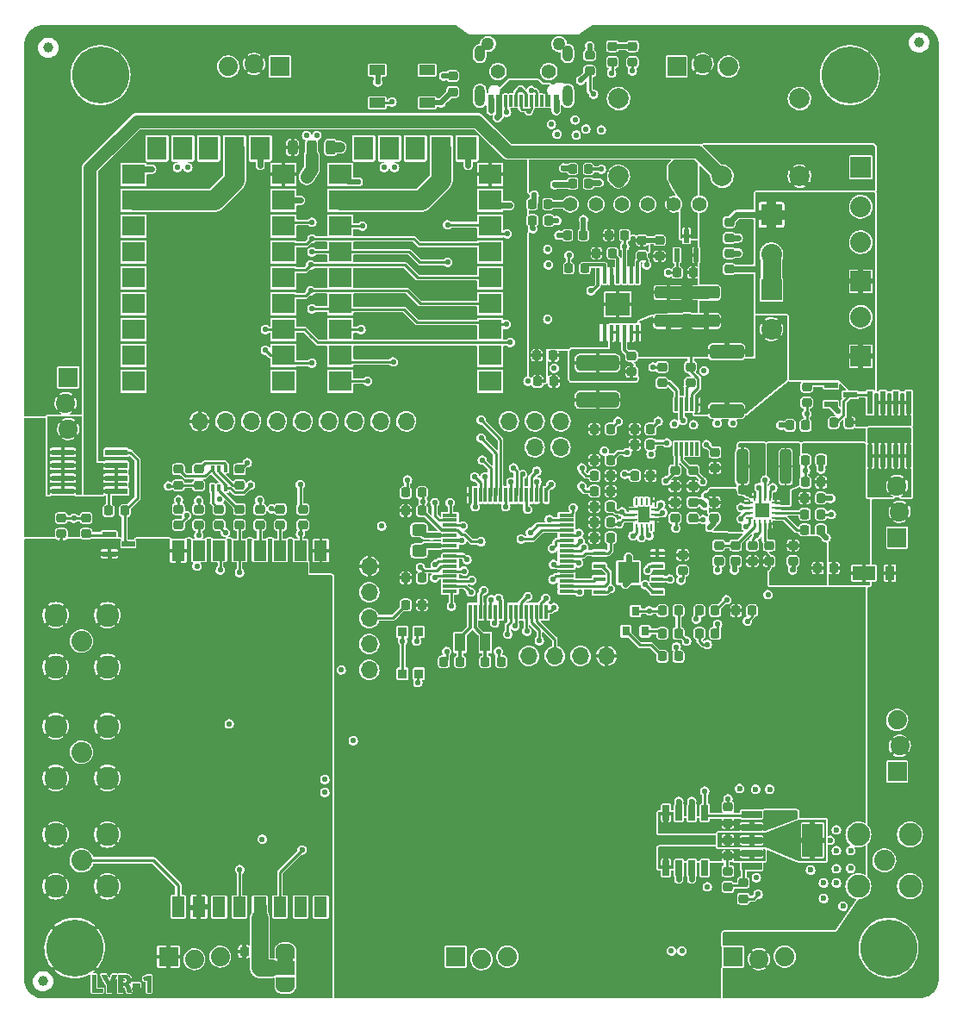
<source format=gtl>
G04 #@! TF.GenerationSoftware,KiCad,Pcbnew,(6.0.5-0)*
G04 #@! TF.CreationDate,2023-01-12T14:03:17-08:00*
G04 #@! TF.ProjectId,mainboard,6d61696e-626f-4617-9264-2e6b69636164,rev?*
G04 #@! TF.SameCoordinates,Original*
G04 #@! TF.FileFunction,Copper,L1,Top*
G04 #@! TF.FilePolarity,Positive*
%FSLAX46Y46*%
G04 Gerber Fmt 4.6, Leading zero omitted, Abs format (unit mm)*
G04 Created by KiCad (PCBNEW (6.0.5-0)) date 2023-01-12 14:03:17*
%MOMM*%
%LPD*%
G01*
G04 APERTURE LIST*
G04 Aperture macros list*
%AMRoundRect*
0 Rectangle with rounded corners*
0 $1 Rounding radius*
0 $2 $3 $4 $5 $6 $7 $8 $9 X,Y pos of 4 corners*
0 Add a 4 corners polygon primitive as box body*
4,1,4,$2,$3,$4,$5,$6,$7,$8,$9,$2,$3,0*
0 Add four circle primitives for the rounded corners*
1,1,$1+$1,$2,$3*
1,1,$1+$1,$4,$5*
1,1,$1+$1,$6,$7*
1,1,$1+$1,$8,$9*
0 Add four rect primitives between the rounded corners*
20,1,$1+$1,$2,$3,$4,$5,0*
20,1,$1+$1,$4,$5,$6,$7,0*
20,1,$1+$1,$6,$7,$8,$9,0*
20,1,$1+$1,$8,$9,$2,$3,0*%
%AMFreePoly0*
4,1,24,0.750000,-0.950000,0.000000,-0.950000,0.000000,-0.945015,-0.095001,-0.943523,-0.257687,-0.900844,-0.405497,-0.820589,-0.529897,-0.707394,-0.623705,-0.567793,-0.681505,-0.409846,-0.699153,-0.250000,-0.700000,-0.250000,-0.700000,0.250000,-0.699153,0.250000,-0.699962,0.257330,-0.678008,0.424083,-0.616912,0.580786,-0.520201,0.718391,-0.393458,0.828956,-0.244000,0.906097,-0.080456,0.945361,
0.000000,0.944940,0.000000,0.950000,0.750000,0.950000,0.750000,-0.950000,0.750000,-0.950000,$1*%
%AMFreePoly1*
4,1,22,0.000000,0.944940,0.087733,0.944480,0.250858,0.903506,0.399499,0.824804,0.525078,0.712918,0.620343,0.574307,0.679794,0.416973,0.700000,0.250000,0.700000,-0.250000,0.699846,-0.264660,0.676148,-0.431173,0.613415,-0.587228,0.515268,-0.723813,0.387374,-0.833045,0.237117,-0.908617,0.073170,-0.946165,0.000000,-0.945015,0.000000,-0.950000,-0.750000,-0.950000,-0.750000,0.950000,
0.000000,0.950000,0.000000,0.944940,0.000000,0.944940,$1*%
G04 Aperture macros list end*
G04 #@! TA.AperFunction,EtchedComponent*
%ADD10C,0.010000*%
G04 #@! TD*
G04 #@! TA.AperFunction,SMDPad,CuDef*
%ADD11R,0.900000X1.400000*%
G04 #@! TD*
G04 #@! TA.AperFunction,SMDPad,CuDef*
%ADD12R,2.200000X1.400000*%
G04 #@! TD*
G04 #@! TA.AperFunction,ComponentPad*
%ADD13R,1.879600X1.879600*%
G04 #@! TD*
G04 #@! TA.AperFunction,ComponentPad*
%ADD14C,1.879600*%
G04 #@! TD*
G04 #@! TA.AperFunction,ComponentPad*
%ADD15R,2.032000X2.032000*%
G04 #@! TD*
G04 #@! TA.AperFunction,ComponentPad*
%ADD16C,2.032000*%
G04 #@! TD*
G04 #@! TA.AperFunction,SMDPad,CuDef*
%ADD17RoundRect,0.218750X0.218750X0.256250X-0.218750X0.256250X-0.218750X-0.256250X0.218750X-0.256250X0*%
G04 #@! TD*
G04 #@! TA.AperFunction,SMDPad,CuDef*
%ADD18RoundRect,0.218750X-0.256250X0.218750X-0.256250X-0.218750X0.256250X-0.218750X0.256250X0.218750X0*%
G04 #@! TD*
G04 #@! TA.AperFunction,SMDPad,CuDef*
%ADD19RoundRect,0.218750X-0.218750X-0.256250X0.218750X-0.256250X0.218750X0.256250X-0.218750X0.256250X0*%
G04 #@! TD*
G04 #@! TA.AperFunction,SMDPad,CuDef*
%ADD20RoundRect,0.218750X0.256250X-0.218750X0.256250X0.218750X-0.256250X0.218750X-0.256250X-0.218750X0*%
G04 #@! TD*
G04 #@! TA.AperFunction,SMDPad,CuDef*
%ADD21R,0.304800X1.600200*%
G04 #@! TD*
G04 #@! TA.AperFunction,SMDPad,CuDef*
%ADD22R,2.460000X2.310000*%
G04 #@! TD*
G04 #@! TA.AperFunction,SMDPad,CuDef*
%ADD23R,1.320800X0.558800*%
G04 #@! TD*
G04 #@! TA.AperFunction,SMDPad,CuDef*
%ADD24R,0.300000X1.475000*%
G04 #@! TD*
G04 #@! TA.AperFunction,SMDPad,CuDef*
%ADD25R,1.475000X0.300000*%
G04 #@! TD*
G04 #@! TA.AperFunction,SMDPad,CuDef*
%ADD26R,2.209800X0.609600*%
G04 #@! TD*
G04 #@! TA.AperFunction,SMDPad,CuDef*
%ADD27R,0.609600X2.209800*%
G04 #@! TD*
G04 #@! TA.AperFunction,SMDPad,CuDef*
%ADD28RoundRect,0.250000X-0.312500X-1.450000X0.312500X-1.450000X0.312500X1.450000X-0.312500X1.450000X0*%
G04 #@! TD*
G04 #@! TA.AperFunction,SMDPad,CuDef*
%ADD29R,2.286000X1.981200*%
G04 #@! TD*
G04 #@! TA.AperFunction,SMDPad,CuDef*
%ADD30R,1.981200X2.286000*%
G04 #@! TD*
G04 #@! TA.AperFunction,ComponentPad*
%ADD31O,1.700000X1.700000*%
G04 #@! TD*
G04 #@! TA.AperFunction,SMDPad,CuDef*
%ADD32R,1.200000X0.450000*%
G04 #@! TD*
G04 #@! TA.AperFunction,SMDPad,CuDef*
%ADD33R,2.100000X2.100000*%
G04 #@! TD*
G04 #@! TA.AperFunction,SMDPad,CuDef*
%ADD34R,0.700000X0.250000*%
G04 #@! TD*
G04 #@! TA.AperFunction,SMDPad,CuDef*
%ADD35R,0.250000X0.700000*%
G04 #@! TD*
G04 #@! TA.AperFunction,SMDPad,CuDef*
%ADD36R,1.450000X1.450000*%
G04 #@! TD*
G04 #@! TA.AperFunction,ComponentPad*
%ADD37C,5.600000*%
G04 #@! TD*
G04 #@! TA.AperFunction,SMDPad,CuDef*
%ADD38C,1.000000*%
G04 #@! TD*
G04 #@! TA.AperFunction,SMDPad,CuDef*
%ADD39R,0.600000X1.150000*%
G04 #@! TD*
G04 #@! TA.AperFunction,SMDPad,CuDef*
%ADD40R,0.300000X1.150000*%
G04 #@! TD*
G04 #@! TA.AperFunction,ComponentPad*
%ADD41O,1.000000X2.100000*%
G04 #@! TD*
G04 #@! TA.AperFunction,ComponentPad*
%ADD42O,1.000000X1.600000*%
G04 #@! TD*
G04 #@! TA.AperFunction,ComponentPad*
%ADD43C,2.006600*%
G04 #@! TD*
G04 #@! TA.AperFunction,ComponentPad*
%ADD44C,2.050000*%
G04 #@! TD*
G04 #@! TA.AperFunction,ComponentPad*
%ADD45C,2.250000*%
G04 #@! TD*
G04 #@! TA.AperFunction,SMDPad,CuDef*
%ADD46R,1.500000X1.000000*%
G04 #@! TD*
G04 #@! TA.AperFunction,SMDPad,CuDef*
%ADD47R,0.250000X0.675000*%
G04 #@! TD*
G04 #@! TA.AperFunction,SMDPad,CuDef*
%ADD48R,0.675000X0.250000*%
G04 #@! TD*
G04 #@! TA.AperFunction,SMDPad,CuDef*
%ADD49RoundRect,0.250000X-0.450000X0.325000X-0.450000X-0.325000X0.450000X-0.325000X0.450000X0.325000X0*%
G04 #@! TD*
G04 #@! TA.AperFunction,SMDPad,CuDef*
%ADD50RoundRect,0.243750X-0.243750X-0.456250X0.243750X-0.456250X0.243750X0.456250X-0.243750X0.456250X0*%
G04 #@! TD*
G04 #@! TA.AperFunction,SMDPad,CuDef*
%ADD51R,1.000000X1.800000*%
G04 #@! TD*
G04 #@! TA.AperFunction,SMDPad,CuDef*
%ADD52RoundRect,0.250000X-1.425000X0.425000X-1.425000X-0.425000X1.425000X-0.425000X1.425000X0.425000X0*%
G04 #@! TD*
G04 #@! TA.AperFunction,SMDPad,CuDef*
%ADD53RoundRect,0.333000X-1.767000X0.417000X-1.767000X-0.417000X1.767000X-0.417000X1.767000X0.417000X0*%
G04 #@! TD*
G04 #@! TA.AperFunction,SMDPad,CuDef*
%ADD54R,0.558800X1.320800*%
G04 #@! TD*
G04 #@! TA.AperFunction,SMDPad,CuDef*
%ADD55RoundRect,0.250000X1.075000X-0.375000X1.075000X0.375000X-1.075000X0.375000X-1.075000X-0.375000X0*%
G04 #@! TD*
G04 #@! TA.AperFunction,SMDPad,CuDef*
%ADD56R,0.330200X1.350000*%
G04 #@! TD*
G04 #@! TA.AperFunction,SMDPad,CuDef*
%ADD57R,1.300000X2.000000*%
G04 #@! TD*
G04 #@! TA.AperFunction,SMDPad,CuDef*
%ADD58R,4.800001X5.699999*%
G04 #@! TD*
G04 #@! TA.AperFunction,SMDPad,CuDef*
%ADD59R,0.900000X0.900000*%
G04 #@! TD*
G04 #@! TA.AperFunction,SMDPad,CuDef*
%ADD60R,0.400000X0.650000*%
G04 #@! TD*
G04 #@! TA.AperFunction,SMDPad,CuDef*
%ADD61R,0.800000X0.900000*%
G04 #@! TD*
G04 #@! TA.AperFunction,SMDPad,CuDef*
%ADD62R,2.000000X0.650000*%
G04 #@! TD*
G04 #@! TA.AperFunction,SMDPad,CuDef*
%ADD63R,2.000000X3.200000*%
G04 #@! TD*
G04 #@! TA.AperFunction,SMDPad,CuDef*
%ADD64FreePoly0,270.000000*%
G04 #@! TD*
G04 #@! TA.AperFunction,SMDPad,CuDef*
%ADD65R,1.900000X1.400000*%
G04 #@! TD*
G04 #@! TA.AperFunction,SMDPad,CuDef*
%ADD66FreePoly1,270.000000*%
G04 #@! TD*
G04 #@! TA.AperFunction,SMDPad,CuDef*
%ADD67R,0.650000X1.525000*%
G04 #@! TD*
G04 #@! TA.AperFunction,ComponentPad*
%ADD68C,1.408000*%
G04 #@! TD*
G04 #@! TA.AperFunction,ComponentPad*
%ADD69C,1.270000*%
G04 #@! TD*
G04 #@! TA.AperFunction,ComponentPad*
%ADD70C,1.400000*%
G04 #@! TD*
G04 #@! TA.AperFunction,ViaPad*
%ADD71C,0.584200*%
G04 #@! TD*
G04 #@! TA.AperFunction,ViaPad*
%ADD72C,0.600000*%
G04 #@! TD*
G04 #@! TA.AperFunction,Conductor*
%ADD73C,0.250000*%
G04 #@! TD*
G04 #@! TA.AperFunction,Conductor*
%ADD74C,0.279400*%
G04 #@! TD*
G04 #@! TA.AperFunction,Conductor*
%ADD75C,0.406400*%
G04 #@! TD*
G04 #@! TA.AperFunction,Conductor*
%ADD76C,0.271780*%
G04 #@! TD*
G04 #@! TA.AperFunction,Conductor*
%ADD77C,0.508000*%
G04 #@! TD*
G04 #@! TA.AperFunction,Conductor*
%ADD78C,0.609600*%
G04 #@! TD*
G04 #@! TA.AperFunction,Conductor*
%ADD79C,0.234950*%
G04 #@! TD*
G04 #@! TA.AperFunction,Conductor*
%ADD80C,1.270000*%
G04 #@! TD*
G04 #@! TA.AperFunction,Conductor*
%ADD81C,0.293370*%
G04 #@! TD*
G04 #@! TA.AperFunction,Conductor*
%ADD82C,0.300000*%
G04 #@! TD*
G04 #@! TA.AperFunction,Conductor*
%ADD83C,0.271781*%
G04 #@! TD*
G04 #@! TA.AperFunction,Conductor*
%ADD84C,0.330200*%
G04 #@! TD*
G04 #@! TA.AperFunction,Conductor*
%ADD85C,0.304800*%
G04 #@! TD*
G04 #@! TA.AperFunction,Conductor*
%ADD86C,0.975000*%
G04 #@! TD*
G04 #@! TA.AperFunction,Conductor*
%ADD87C,0.203200*%
G04 #@! TD*
G04 #@! TA.AperFunction,Conductor*
%ADD88C,0.228600*%
G04 #@! TD*
G04 #@! TA.AperFunction,Conductor*
%ADD89C,1.651000*%
G04 #@! TD*
G04 #@! TA.AperFunction,Conductor*
%ADD90C,1.981200*%
G04 #@! TD*
G04 #@! TA.AperFunction,Conductor*
%ADD91C,1.778000*%
G04 #@! TD*
G04 APERTURE END LIST*
G36*
X106281222Y-145925879D02*
G01*
X106505725Y-145929350D01*
X106590305Y-146126200D01*
X106625700Y-146209288D01*
X106664259Y-146300982D01*
X106701947Y-146391613D01*
X106734727Y-146471514D01*
X106742960Y-146491847D01*
X106767673Y-146550996D01*
X106789669Y-146599681D01*
X106807063Y-146634029D01*
X106817972Y-146650163D01*
X106820149Y-146650597D01*
X106829088Y-146634054D01*
X106843099Y-146601231D01*
X106856348Y-146566736D01*
X106871122Y-146528144D01*
X106892495Y-146474539D01*
X106918895Y-146409665D01*
X106948745Y-146337264D01*
X106980471Y-146261078D01*
X107012499Y-146184850D01*
X107043255Y-146112324D01*
X107071162Y-146047240D01*
X107094648Y-145993343D01*
X107112138Y-145954374D01*
X107122056Y-145934077D01*
X107123301Y-145932207D01*
X107138565Y-145929133D01*
X107174805Y-145926873D01*
X107227609Y-145925554D01*
X107292564Y-145925304D01*
X107344463Y-145925857D01*
X107556173Y-145929350D01*
X106997883Y-146917242D01*
X106994516Y-147280546D01*
X106991150Y-147643850D01*
X106797475Y-147647355D01*
X106603800Y-147650861D01*
X106603800Y-146941810D01*
X106380437Y-146524480D01*
X106327423Y-146425466D01*
X106276114Y-146329709D01*
X106228249Y-146240443D01*
X106185561Y-146160905D01*
X106149789Y-146094330D01*
X106122668Y-146043954D01*
X106106896Y-146014779D01*
X106056719Y-145922409D01*
X106281222Y-145925879D01*
G37*
D10*
X106281222Y-145925879D02*
X106505725Y-145929350D01*
X106590305Y-146126200D01*
X106625700Y-146209288D01*
X106664259Y-146300982D01*
X106701947Y-146391613D01*
X106734727Y-146471514D01*
X106742960Y-146491847D01*
X106767673Y-146550996D01*
X106789669Y-146599681D01*
X106807063Y-146634029D01*
X106817972Y-146650163D01*
X106820149Y-146650597D01*
X106829088Y-146634054D01*
X106843099Y-146601231D01*
X106856348Y-146566736D01*
X106871122Y-146528144D01*
X106892495Y-146474539D01*
X106918895Y-146409665D01*
X106948745Y-146337264D01*
X106980471Y-146261078D01*
X107012499Y-146184850D01*
X107043255Y-146112324D01*
X107071162Y-146047240D01*
X107094648Y-145993343D01*
X107112138Y-145954374D01*
X107122056Y-145934077D01*
X107123301Y-145932207D01*
X107138565Y-145929133D01*
X107174805Y-145926873D01*
X107227609Y-145925554D01*
X107292564Y-145925304D01*
X107344463Y-145925857D01*
X107556173Y-145929350D01*
X106997883Y-146917242D01*
X106994516Y-147280546D01*
X106991150Y-147643850D01*
X106797475Y-147647355D01*
X106603800Y-147650861D01*
X106603800Y-146941810D01*
X106380437Y-146524480D01*
X106327423Y-146425466D01*
X106276114Y-146329709D01*
X106228249Y-146240443D01*
X106185561Y-146160905D01*
X106149789Y-146094330D01*
X106122668Y-146043954D01*
X106106896Y-146014779D01*
X106056719Y-145922409D01*
X106281222Y-145925879D01*
G36*
X110921800Y-147650200D02*
G01*
X110541026Y-147650200D01*
X110537738Y-146991218D01*
X110534450Y-146332237D01*
X110379369Y-146405880D01*
X110316030Y-146435486D01*
X110271833Y-146454711D01*
X110243285Y-146464692D01*
X110226889Y-146466566D01*
X110219150Y-146461471D01*
X110217896Y-146458436D01*
X110206261Y-146415277D01*
X110194468Y-146363643D01*
X110183614Y-146309573D01*
X110174796Y-146259105D01*
X110169109Y-146218277D01*
X110167652Y-146193129D01*
X110168837Y-146188335D01*
X110183111Y-146179990D01*
X110216572Y-146162952D01*
X110265327Y-146139127D01*
X110325481Y-146110422D01*
X110385183Y-146082438D01*
X110591516Y-145986500D01*
X110921800Y-145986500D01*
X110921800Y-147650200D01*
G37*
X110921800Y-147650200D02*
X110541026Y-147650200D01*
X110537738Y-146991218D01*
X110534450Y-146332237D01*
X110379369Y-146405880D01*
X110316030Y-146435486D01*
X110271833Y-146454711D01*
X110243285Y-146464692D01*
X110226889Y-146466566D01*
X110219150Y-146461471D01*
X110217896Y-146458436D01*
X110206261Y-146415277D01*
X110194468Y-146363643D01*
X110183614Y-146309573D01*
X110174796Y-146259105D01*
X110169109Y-146218277D01*
X110167652Y-146193129D01*
X110168837Y-146188335D01*
X110183111Y-146179990D01*
X110216572Y-146162952D01*
X110265327Y-146139127D01*
X110325481Y-146110422D01*
X110385183Y-146082438D01*
X110591516Y-145986500D01*
X110921800Y-145986500D01*
X110921800Y-147650200D01*
G36*
X109842300Y-147104100D02*
G01*
X109156500Y-147104100D01*
X109156500Y-146773900D01*
X109842300Y-146773900D01*
X109842300Y-147104100D01*
G37*
X109842300Y-147104100D02*
X109156500Y-147104100D01*
X109156500Y-146773900D01*
X109842300Y-146773900D01*
X109842300Y-147104100D01*
G36*
X105511600Y-147320000D02*
G01*
X106197400Y-147320000D01*
X106197400Y-147650200D01*
X105666116Y-147650200D01*
X105552337Y-147650003D01*
X105446501Y-147649443D01*
X105351293Y-147648561D01*
X105269398Y-147647399D01*
X105203501Y-147645999D01*
X105156287Y-147644404D01*
X105130440Y-147642655D01*
X105126366Y-147641733D01*
X105124931Y-147627916D01*
X105123572Y-147590799D01*
X105122310Y-147532480D01*
X105121166Y-147455061D01*
X105120161Y-147360639D01*
X105119314Y-147251315D01*
X105118647Y-147129189D01*
X105118180Y-146996359D01*
X105117934Y-146854925D01*
X105117900Y-146778133D01*
X105117900Y-145923000D01*
X105511600Y-145923000D01*
X105511600Y-147320000D01*
G37*
X105511600Y-147320000D02*
X106197400Y-147320000D01*
X106197400Y-147650200D01*
X105666116Y-147650200D01*
X105552337Y-147650003D01*
X105446501Y-147649443D01*
X105351293Y-147648561D01*
X105269398Y-147647399D01*
X105203501Y-147645999D01*
X105156287Y-147644404D01*
X105130440Y-147642655D01*
X105126366Y-147641733D01*
X105124931Y-147627916D01*
X105123572Y-147590799D01*
X105122310Y-147532480D01*
X105121166Y-147455061D01*
X105120161Y-147360639D01*
X105119314Y-147251315D01*
X105118647Y-147129189D01*
X105118180Y-146996359D01*
X105117934Y-146854925D01*
X105117900Y-146778133D01*
X105117900Y-145923000D01*
X105511600Y-145923000D01*
X105511600Y-147320000D01*
G36*
X107791250Y-145931001D02*
G01*
X107826132Y-145927703D01*
X107881609Y-145924649D01*
X107952873Y-145922001D01*
X108035119Y-145919924D01*
X108123540Y-145918580D01*
X108165900Y-145918248D01*
X108266076Y-145917996D01*
X108344822Y-145918589D01*
X108406100Y-145920247D01*
X108453874Y-145923190D01*
X108492104Y-145927638D01*
X108524754Y-145933812D01*
X108546900Y-145939412D01*
X108648650Y-145972874D01*
X108729968Y-146012303D01*
X108795580Y-146060191D01*
X108819028Y-146082837D01*
X108872309Y-146149830D01*
X108907797Y-146223304D01*
X108927475Y-146308754D01*
X108933298Y-146399250D01*
X108932687Y-146459307D01*
X108928587Y-146503204D01*
X108919379Y-146540111D01*
X108903445Y-146579199D01*
X108900338Y-146585895D01*
X108852908Y-146663248D01*
X108788955Y-146733764D01*
X108716145Y-146789445D01*
X108692425Y-146802723D01*
X108632402Y-146833228D01*
X108678015Y-146861418D01*
X108718647Y-146890543D01*
X108753869Y-146925772D01*
X108785253Y-146970217D01*
X108814376Y-147026991D01*
X108842814Y-147099204D01*
X108872140Y-147189968D01*
X108903931Y-147302394D01*
X108906958Y-147313650D01*
X108927299Y-147388525D01*
X108946919Y-147458929D01*
X108964281Y-147519475D01*
X108977845Y-147564775D01*
X108984465Y-147585121D01*
X108996113Y-147619021D01*
X109003151Y-147641304D01*
X109004100Y-147645446D01*
X108992118Y-147647073D01*
X108959049Y-147648460D01*
X108909203Y-147649503D01*
X108846892Y-147650099D01*
X108806601Y-147650200D01*
X108609103Y-147650200D01*
X108589839Y-147604094D01*
X108579328Y-147574474D01*
X108564393Y-147526533D01*
X108546914Y-147466556D01*
X108528769Y-147400828D01*
X108526241Y-147391369D01*
X108501207Y-147298160D01*
X108481146Y-147226052D01*
X108464847Y-147171508D01*
X108451103Y-147130994D01*
X108438705Y-147100972D01*
X108426444Y-147077908D01*
X108413111Y-147058266D01*
X108411754Y-147056461D01*
X108379354Y-147021232D01*
X108341054Y-146996872D01*
X108291000Y-146980980D01*
X108223339Y-146971156D01*
X108198559Y-146969020D01*
X108089700Y-146960652D01*
X108089700Y-147650200D01*
X107708521Y-147650200D01*
X107711785Y-146796177D01*
X107712210Y-146685000D01*
X108089700Y-146685000D01*
X108208087Y-146685000D01*
X108282634Y-146682290D01*
X108345797Y-146674725D01*
X108383108Y-146665703D01*
X108454812Y-146629691D01*
X108507121Y-146577966D01*
X108538812Y-146512200D01*
X108548707Y-146439401D01*
X108540933Y-146363993D01*
X108516024Y-146305106D01*
X108471573Y-146258565D01*
X108429056Y-146231893D01*
X108396464Y-146221343D01*
X108346328Y-146212481D01*
X108286481Y-146205930D01*
X108224758Y-146202311D01*
X108168992Y-146202248D01*
X108127017Y-146206363D01*
X108121918Y-146207497D01*
X108089700Y-146215583D01*
X108089700Y-146685000D01*
X107712210Y-146685000D01*
X107714004Y-146215583D01*
X107715050Y-145942155D01*
X107791250Y-145931001D01*
G37*
X107791250Y-145931001D02*
X107826132Y-145927703D01*
X107881609Y-145924649D01*
X107952873Y-145922001D01*
X108035119Y-145919924D01*
X108123540Y-145918580D01*
X108165900Y-145918248D01*
X108266076Y-145917996D01*
X108344822Y-145918589D01*
X108406100Y-145920247D01*
X108453874Y-145923190D01*
X108492104Y-145927638D01*
X108524754Y-145933812D01*
X108546900Y-145939412D01*
X108648650Y-145972874D01*
X108729968Y-146012303D01*
X108795580Y-146060191D01*
X108819028Y-146082837D01*
X108872309Y-146149830D01*
X108907797Y-146223304D01*
X108927475Y-146308754D01*
X108933298Y-146399250D01*
X108932687Y-146459307D01*
X108928587Y-146503204D01*
X108919379Y-146540111D01*
X108903445Y-146579199D01*
X108900338Y-146585895D01*
X108852908Y-146663248D01*
X108788955Y-146733764D01*
X108716145Y-146789445D01*
X108692425Y-146802723D01*
X108632402Y-146833228D01*
X108678015Y-146861418D01*
X108718647Y-146890543D01*
X108753869Y-146925772D01*
X108785253Y-146970217D01*
X108814376Y-147026991D01*
X108842814Y-147099204D01*
X108872140Y-147189968D01*
X108903931Y-147302394D01*
X108906958Y-147313650D01*
X108927299Y-147388525D01*
X108946919Y-147458929D01*
X108964281Y-147519475D01*
X108977845Y-147564775D01*
X108984465Y-147585121D01*
X108996113Y-147619021D01*
X109003151Y-147641304D01*
X109004100Y-147645446D01*
X108992118Y-147647073D01*
X108959049Y-147648460D01*
X108909203Y-147649503D01*
X108846892Y-147650099D01*
X108806601Y-147650200D01*
X108609103Y-147650200D01*
X108589839Y-147604094D01*
X108579328Y-147574474D01*
X108564393Y-147526533D01*
X108546914Y-147466556D01*
X108528769Y-147400828D01*
X108526241Y-147391369D01*
X108501207Y-147298160D01*
X108481146Y-147226052D01*
X108464847Y-147171508D01*
X108451103Y-147130994D01*
X108438705Y-147100972D01*
X108426444Y-147077908D01*
X108413111Y-147058266D01*
X108411754Y-147056461D01*
X108379354Y-147021232D01*
X108341054Y-146996872D01*
X108291000Y-146980980D01*
X108223339Y-146971156D01*
X108198559Y-146969020D01*
X108089700Y-146960652D01*
X108089700Y-147650200D01*
X107708521Y-147650200D01*
X107711785Y-146796177D01*
X107712210Y-146685000D01*
X108089700Y-146685000D01*
X108208087Y-146685000D01*
X108282634Y-146682290D01*
X108345797Y-146674725D01*
X108383108Y-146665703D01*
X108454812Y-146629691D01*
X108507121Y-146577966D01*
X108538812Y-146512200D01*
X108548707Y-146439401D01*
X108540933Y-146363993D01*
X108516024Y-146305106D01*
X108471573Y-146258565D01*
X108429056Y-146231893D01*
X108396464Y-146221343D01*
X108346328Y-146212481D01*
X108286481Y-146205930D01*
X108224758Y-146202311D01*
X108168992Y-146202248D01*
X108127017Y-146206363D01*
X108121918Y-146207497D01*
X108089700Y-146215583D01*
X108089700Y-146685000D01*
X107712210Y-146685000D01*
X107714004Y-146215583D01*
X107715050Y-145942155D01*
X107791250Y-145931001D01*
G36*
X124904500Y-144688000D02*
G01*
X123380500Y-144688000D01*
X123380500Y-144188000D01*
X124904500Y-144188000D01*
X124904500Y-144688000D01*
G37*
D11*
X183568000Y-106474096D03*
D12*
X181018000Y-106474096D03*
D13*
X102800100Y-87233596D03*
D14*
X102546100Y-89773596D03*
X102800100Y-92313596D03*
D13*
X184269100Y-102981596D03*
D14*
X184523100Y-100441596D03*
X184269100Y-97901596D03*
D13*
X112649000Y-144145000D03*
D14*
X115189000Y-144399000D03*
X117729000Y-144145000D03*
D13*
X123605600Y-56711096D03*
D14*
X121065600Y-56457096D03*
X118525600Y-56711096D03*
D15*
X180708100Y-77816296D03*
D16*
X180708100Y-73960696D03*
D15*
X180708100Y-85171896D03*
D16*
X180708100Y-81316296D03*
D17*
X176809500Y-95377000D03*
X175234500Y-95377000D03*
D18*
X174053500Y-103733500D03*
X174053500Y-105308500D03*
D19*
X176475600Y-105966096D03*
X178050600Y-105966096D03*
D20*
X168402000Y-105308500D03*
X168402000Y-103733500D03*
D19*
X175205600Y-99097896D03*
X176780600Y-99097896D03*
X175205600Y-102235000D03*
X176780600Y-102235000D03*
D18*
X166291134Y-99501696D03*
X166291134Y-101076696D03*
D19*
X178028500Y-91694000D03*
X179603500Y-91694000D03*
D21*
X158766134Y-77289496D03*
X158116121Y-77289496D03*
X157466112Y-77289496D03*
X156816100Y-77289496D03*
X156166088Y-77289496D03*
X155516079Y-77289496D03*
X154866066Y-77289496D03*
X154866066Y-82826696D03*
X155516079Y-82826696D03*
X156166088Y-82826696D03*
X156816100Y-82826696D03*
X157466112Y-82826696D03*
X158116121Y-82826696D03*
X158766134Y-82826696D03*
D22*
X156816100Y-80058096D03*
D19*
X148945500Y-87630000D03*
X150520500Y-87630000D03*
X148853100Y-85090000D03*
X150428100Y-85090000D03*
D20*
X158178500Y-86703000D03*
X158178500Y-85128000D03*
D17*
X153568500Y-76517500D03*
X151993500Y-76517500D03*
X156299000Y-75057000D03*
X154724000Y-75057000D03*
D23*
X177783800Y-87995596D03*
X177783800Y-89900596D03*
X179663400Y-88948096D03*
D18*
X166751000Y-103733500D03*
X166751000Y-105308500D03*
D19*
X162661500Y-76962000D03*
X164236500Y-76962000D03*
D24*
X142300000Y-110259000D03*
X142800000Y-110259000D03*
X143300000Y-110259000D03*
X143800000Y-110259000D03*
X144300000Y-110259000D03*
X144800000Y-110259000D03*
X145300000Y-110259000D03*
X145800000Y-110259000D03*
X146300000Y-110259000D03*
X146800000Y-110259000D03*
X147300000Y-110259000D03*
X147800000Y-110259000D03*
X148300000Y-110259000D03*
X148800000Y-110259000D03*
X149300000Y-110259000D03*
X149800000Y-110259000D03*
D25*
X151788000Y-108271000D03*
X151788000Y-107771000D03*
X151788000Y-107271000D03*
X151788000Y-106771000D03*
X151788000Y-106271000D03*
X151788000Y-105771000D03*
X151788000Y-105271000D03*
X151788000Y-104771000D03*
X151788000Y-104271000D03*
X151788000Y-103771000D03*
X151788000Y-103271000D03*
X151788000Y-102771000D03*
X151788000Y-102271000D03*
X151788000Y-101771000D03*
X151788000Y-101271000D03*
X151788000Y-100771000D03*
D24*
X149800000Y-98783000D03*
X149300000Y-98783000D03*
X148800000Y-98783000D03*
X148300000Y-98783000D03*
X147800000Y-98783000D03*
X147300000Y-98783000D03*
X146800000Y-98783000D03*
X146300000Y-98783000D03*
X145800000Y-98783000D03*
X145300000Y-98783000D03*
X144800000Y-98783000D03*
X144300000Y-98783000D03*
X143800000Y-98783000D03*
X143300000Y-98783000D03*
X142800000Y-98783000D03*
X142300000Y-98783000D03*
D25*
X140312000Y-100771000D03*
X140312000Y-101271000D03*
X140312000Y-101771000D03*
X140312000Y-102271000D03*
X140312000Y-102771000D03*
X140312000Y-103271000D03*
X140312000Y-103771000D03*
X140312000Y-104271000D03*
X140312000Y-104771000D03*
X140312000Y-105271000D03*
X140312000Y-105771000D03*
X140312000Y-106271000D03*
X140312000Y-106771000D03*
X140312000Y-107271000D03*
X140312000Y-107771000D03*
X140312000Y-108271000D03*
D26*
X107518200Y-98425000D03*
X107518200Y-97155000D03*
X107518200Y-95885000D03*
X107518200Y-94615000D03*
X102285800Y-94615000D03*
X102285800Y-95885000D03*
X102285800Y-97155000D03*
X102285800Y-98425000D03*
D18*
X102115100Y-101046596D03*
X102115100Y-102621596D03*
D23*
X106839604Y-102679500D03*
X106839604Y-104584500D03*
X108719204Y-103632000D03*
D17*
X108356500Y-100330000D03*
X106781500Y-100330000D03*
D27*
X185420000Y-89712800D03*
X184150000Y-89712800D03*
X182880000Y-89712800D03*
X181610000Y-89712800D03*
X181610000Y-94945200D03*
X182880000Y-94945200D03*
X184150000Y-94945200D03*
X185420000Y-94945200D03*
D28*
X169058500Y-96012000D03*
X173333500Y-96012000D03*
D29*
X123949460Y-87617300D03*
X123949460Y-85077300D03*
X123949460Y-82537300D03*
X123949460Y-79997300D03*
X123949460Y-77457300D03*
X123949460Y-74917300D03*
X123949460Y-72377300D03*
X123949460Y-69837300D03*
X123949460Y-67297300D03*
D30*
X121663460Y-64757300D03*
X119123460Y-64757300D03*
X116583460Y-64757300D03*
X114043460Y-64757300D03*
X111503460Y-64757300D03*
D29*
X109217460Y-67297300D03*
X109217460Y-69837300D03*
X109217460Y-72377300D03*
X109217460Y-74917300D03*
X109217460Y-77457300D03*
X109217460Y-79997300D03*
X109217460Y-82537300D03*
X109217460Y-85077300D03*
X109217460Y-87617300D03*
X144269460Y-87617300D03*
X144269460Y-85077300D03*
X144269460Y-82537300D03*
X144269460Y-79997300D03*
X144269460Y-77457300D03*
X144269460Y-74917300D03*
X144269460Y-72377300D03*
X144269460Y-69837300D03*
X144269460Y-67297300D03*
D30*
X141983460Y-64757300D03*
X139443460Y-64757300D03*
X136903460Y-64757300D03*
X134363460Y-64757300D03*
X131823460Y-64757300D03*
D29*
X129537460Y-67297300D03*
X129537460Y-69837300D03*
X129537460Y-72377300D03*
X129537460Y-74917300D03*
X129537460Y-77457300D03*
X129537460Y-79997300D03*
X129537460Y-82537300D03*
X129537460Y-85077300D03*
X129537460Y-87617300D03*
D19*
X135991500Y-100330000D03*
X137566500Y-100330000D03*
D31*
X132384800Y-105816400D03*
X132384800Y-108356400D03*
X132384800Y-110896400D03*
X132384800Y-113436400D03*
X132384800Y-115976400D03*
D32*
X154996000Y-104521000D03*
X154996000Y-105791000D03*
X154996000Y-107061000D03*
X154996000Y-108331000D03*
X160726000Y-108331000D03*
X160726000Y-107061000D03*
X160726000Y-105791000D03*
X160726000Y-104521000D03*
D33*
X157861000Y-106426000D03*
D19*
X154533500Y-95377000D03*
X156108500Y-95377000D03*
D34*
X172316100Y-101046496D03*
X172316100Y-100546496D03*
X172316100Y-100046496D03*
X172316100Y-99546496D03*
D35*
X171766100Y-98996496D03*
X171266100Y-98996496D03*
X170766100Y-98996496D03*
X170266100Y-98996496D03*
D34*
X169716100Y-99546496D03*
X169716100Y-100046496D03*
X169716100Y-100546496D03*
X169716100Y-101046496D03*
D35*
X170266100Y-101596496D03*
X170766100Y-101596496D03*
X171266100Y-101596496D03*
X171766100Y-101596496D03*
D36*
X171016100Y-100296496D03*
D31*
X115697000Y-91567000D03*
X118237000Y-91567000D03*
X120777000Y-91567000D03*
X123317000Y-91567000D03*
X125857000Y-91567000D03*
X128397000Y-91567000D03*
X130937000Y-91567000D03*
X133477000Y-91567000D03*
X136017000Y-91567000D03*
D17*
X137566500Y-109601000D03*
X135991500Y-109601000D03*
D37*
X105966100Y-57569100D03*
X103426100Y-143294100D03*
X183426100Y-143294100D03*
X179626100Y-57569100D03*
D38*
X100330000Y-146558000D03*
D13*
X184277000Y-125984000D03*
D14*
X184531000Y-123444000D03*
X184277000Y-120904000D03*
D13*
X168148000Y-144145000D03*
D14*
X170688000Y-144399000D03*
X173228000Y-144145000D03*
D39*
X150756600Y-60061800D03*
X149956600Y-60061800D03*
D40*
X148806600Y-60061800D03*
X147806600Y-60061800D03*
X147306600Y-60061800D03*
X146306600Y-60061800D03*
D39*
X145156600Y-60061800D03*
X144356600Y-60061800D03*
D40*
X145806600Y-60061800D03*
X146806600Y-60061800D03*
X148306600Y-60061800D03*
X149306600Y-60061800D03*
D41*
X143236600Y-59586800D03*
D42*
X143236600Y-55436800D03*
X151876600Y-55436800D03*
D41*
X151876600Y-59586800D03*
D43*
X156892300Y-67485096D03*
X156892300Y-59865096D03*
X167052300Y-67485096D03*
X174672300Y-59865096D03*
X174672300Y-67485096D03*
D20*
X154051000Y-57155500D03*
X154051000Y-55580500D03*
D18*
X158254700Y-54711500D03*
X158254700Y-56286500D03*
D44*
X183007000Y-134684096D03*
D45*
X185547000Y-132144096D03*
X180467000Y-137224096D03*
X180467000Y-132144096D03*
X185547000Y-137224096D03*
D17*
X153949500Y-66776600D03*
X152374500Y-66776600D03*
D19*
X148437500Y-71818500D03*
X150012500Y-71818500D03*
D18*
X159194500Y-73761500D03*
X159194500Y-75336500D03*
D19*
X151866500Y-73279000D03*
X153441500Y-73279000D03*
D44*
X104111100Y-134684096D03*
D45*
X106651100Y-132144096D03*
X101571100Y-137224096D03*
X101571100Y-132144096D03*
X106651100Y-137224096D03*
D46*
X138086000Y-60274000D03*
X138086000Y-57074000D03*
X133186000Y-57074000D03*
X133186000Y-60274000D03*
D19*
X168440000Y-110147100D03*
X170015000Y-110147100D03*
D17*
X156108500Y-102997000D03*
X154533500Y-102997000D03*
D18*
X162433000Y-99501696D03*
X162433000Y-101076696D03*
D47*
X158635000Y-101973000D03*
X159135000Y-101973000D03*
X159635000Y-101973000D03*
X160135000Y-101973000D03*
D48*
X160397000Y-101211000D03*
X160397000Y-100711000D03*
X160397000Y-100211000D03*
D47*
X160135000Y-99449000D03*
X159635000Y-99449000D03*
X159135000Y-99449000D03*
X158635000Y-99449000D03*
D48*
X158373000Y-100211000D03*
X158373000Y-100711000D03*
X158373000Y-101211000D03*
D20*
X164211000Y-101076696D03*
X164211000Y-99501696D03*
D18*
X163195000Y-104670596D03*
X163195000Y-106245596D03*
D19*
X135991500Y-106934000D03*
X137566500Y-106934000D03*
D17*
X137566500Y-98552000D03*
X135991500Y-98552000D03*
D49*
X137287000Y-102226000D03*
X137287000Y-104276000D03*
D19*
X175205600Y-100700296D03*
X176780600Y-100700296D03*
X175234500Y-97536000D03*
X176809500Y-97536000D03*
D20*
X140589000Y-59207500D03*
X140589000Y-57632500D03*
D17*
X157505500Y-73279000D03*
X155930500Y-73279000D03*
D19*
X148399500Y-70231000D03*
X149974500Y-70231000D03*
D50*
X124857030Y-64643000D03*
X126732030Y-64643000D03*
X126732030Y-64643000D03*
X128607030Y-64643000D03*
D19*
X154533500Y-99949000D03*
X156108500Y-99949000D03*
X154533500Y-101473000D03*
X156108500Y-101473000D03*
D17*
X160045500Y-96901000D03*
X158470500Y-96901000D03*
X156108500Y-98425000D03*
X154533500Y-98425000D03*
D20*
X162433000Y-97942500D03*
X162433000Y-96367500D03*
X164211000Y-97942500D03*
X164211000Y-96367500D03*
D19*
X158470500Y-93853000D03*
X160045500Y-93853000D03*
D20*
X166370000Y-96164500D03*
X166370000Y-94589500D03*
D17*
X156108500Y-96901000D03*
X154533500Y-96901000D03*
D19*
X143789300Y-115183920D03*
X145364300Y-115183920D03*
D51*
X141294800Y-113278920D03*
X143794800Y-113278920D03*
D17*
X141300300Y-115183920D03*
X139725300Y-115183920D03*
D19*
X154533500Y-92329000D03*
X156108500Y-92329000D03*
D31*
X148653500Y-94107000D03*
X151193500Y-94107000D03*
D20*
X160909000Y-75336500D03*
X160909000Y-73761500D03*
D31*
X146113500Y-91567000D03*
X148653500Y-91567000D03*
X151193500Y-91567000D03*
D20*
X156293500Y-56286500D03*
X156293500Y-54711500D03*
D13*
X140881100Y-144145000D03*
D14*
X143421100Y-144399000D03*
X145961100Y-144145000D03*
D52*
X167513000Y-84730000D03*
X167513000Y-90530000D03*
D53*
X154813000Y-85830000D03*
X154813000Y-89430000D03*
D54*
X162623500Y-75234800D03*
X164528500Y-75234800D03*
X163576000Y-73355200D03*
D17*
X175285500Y-91948000D03*
X173710500Y-91948000D03*
D18*
X175387000Y-88160596D03*
X175387000Y-89735596D03*
D55*
X161769100Y-81712096D03*
X161769100Y-78912096D03*
X165481000Y-81712096D03*
X165481000Y-78912096D03*
D19*
X158470500Y-92329000D03*
X160045500Y-92329000D03*
D18*
X167767000Y-71983500D03*
X167767000Y-73558500D03*
X163957000Y-86207500D03*
X163957000Y-87782500D03*
D56*
X164576001Y-89905000D03*
X164075999Y-89905000D03*
X163576000Y-89905000D03*
X163076001Y-89905000D03*
X162575999Y-89905000D03*
X162575999Y-94255000D03*
X163076001Y-94255000D03*
X163576000Y-94255000D03*
X164075999Y-94255000D03*
X164576001Y-94255000D03*
D57*
X113629100Y-139266000D03*
X115629100Y-139266000D03*
X117629100Y-139266000D03*
X119629100Y-139266000D03*
X121629100Y-139266000D03*
X123629100Y-139266000D03*
X125629100Y-139266000D03*
X127629100Y-139266000D03*
X127629100Y-104266000D03*
X125629100Y-104266000D03*
X123629100Y-104266000D03*
X121629100Y-104266000D03*
X119629100Y-104266000D03*
X117629100Y-104266000D03*
X115629100Y-104266000D03*
X113629100Y-104266000D03*
D58*
X118879100Y-127698500D03*
D18*
X167640000Y-135737500D03*
X167640000Y-137312500D03*
X170053000Y-103733500D03*
X170053000Y-105308500D03*
X171703040Y-103733500D03*
X171703040Y-105308500D03*
D59*
X135661500Y-112250000D03*
X135661500Y-116350000D03*
X137261500Y-112250000D03*
X137261500Y-116350000D03*
D31*
X148082000Y-114604800D03*
X150622000Y-114604800D03*
X153162000Y-114604800D03*
X155702000Y-114604800D03*
D20*
X167767000Y-76606500D03*
X167767000Y-75031500D03*
X115629100Y-101752500D03*
X115629100Y-100177500D03*
X113629100Y-101752500D03*
X113629100Y-100177500D03*
D18*
X119629100Y-100177500D03*
X119629100Y-101752500D03*
D20*
X121629100Y-101752500D03*
X121629100Y-100177500D03*
D17*
X162776000Y-110147100D03*
X161201000Y-110147100D03*
D20*
X113629100Y-97840900D03*
X113629100Y-96265900D03*
X119629100Y-97840900D03*
X119629100Y-96265900D03*
D60*
X116979100Y-98105000D03*
X117629100Y-98105000D03*
X118279100Y-98105000D03*
X118279100Y-96205000D03*
X117629100Y-96205000D03*
X116979100Y-96205000D03*
D17*
X166395500Y-110147100D03*
X164820500Y-110147100D03*
D19*
X161201000Y-114642900D03*
X162776000Y-114642900D03*
X161201000Y-112395000D03*
X162776000Y-112395000D03*
X164820500Y-112395000D03*
X166395500Y-112395000D03*
D18*
X115629100Y-96265900D03*
X115629100Y-97840900D03*
X117629100Y-100177500D03*
X117629100Y-101752500D03*
X123629100Y-100177500D03*
X123629100Y-101752500D03*
D20*
X125857000Y-101752500D03*
X125857000Y-100177500D03*
D61*
X157609500Y-112188500D03*
X159509500Y-112188500D03*
X158559500Y-110188500D03*
D62*
X169974000Y-130175000D03*
X169974000Y-131445000D03*
X169974000Y-132715000D03*
X169974000Y-133985000D03*
X169974000Y-135255000D03*
D63*
X175974000Y-132715000D03*
D64*
X124142500Y-143588000D03*
D65*
X124142500Y-145288000D03*
D66*
X124142500Y-146988000D03*
D19*
X120116500Y-143637000D03*
X121691500Y-143637000D03*
D18*
X167640000Y-129463700D03*
X167640000Y-131038700D03*
X169164000Y-136880500D03*
X169164000Y-138455500D03*
X167640000Y-132689500D03*
X167640000Y-134264500D03*
D19*
X152374500Y-68199000D03*
X153949500Y-68199000D03*
D20*
X104553500Y-102621596D03*
X104553500Y-101046596D03*
D18*
X161163000Y-86207500D03*
X161163000Y-87782500D03*
D67*
X161544000Y-135427000D03*
X162814000Y-135427000D03*
X164084000Y-135427000D03*
X165354000Y-135427000D03*
X165354000Y-130003000D03*
X164084000Y-130003000D03*
X162814000Y-130003000D03*
X161544000Y-130003000D03*
D38*
X100838000Y-54864000D03*
X186436000Y-54356000D03*
D13*
X162604100Y-56711096D03*
D14*
X165144100Y-56457096D03*
X167684100Y-56711096D03*
D44*
X104111100Y-113148708D03*
D45*
X101571100Y-110608708D03*
X101571100Y-115688708D03*
X106651100Y-110608708D03*
X106651100Y-115688708D03*
D68*
X145048600Y-57208400D03*
X150048600Y-57208400D03*
D69*
X144048600Y-54508400D03*
X151048600Y-54508400D03*
D44*
X104111100Y-124058896D03*
D45*
X106651100Y-121518896D03*
X106651100Y-126598896D03*
X101571100Y-126598896D03*
X101571100Y-121518896D03*
D15*
X171917100Y-71293696D03*
D16*
X171917100Y-75149296D03*
D15*
X171917100Y-78649296D03*
D16*
X171917100Y-82504896D03*
D70*
X152146000Y-70231000D03*
X154686000Y-70231000D03*
X157226000Y-70231000D03*
X159766000Y-70231000D03*
X162306000Y-70231000D03*
X164846000Y-70231000D03*
D15*
X180708100Y-66624200D03*
D16*
X180708100Y-70479800D03*
D71*
X129638100Y-115973696D03*
X115820500Y-116126096D03*
X115769700Y-120088496D03*
X112061300Y-122047000D03*
X108505300Y-117548496D03*
X115820500Y-117294496D03*
X118741500Y-115872096D03*
X113585300Y-115059296D03*
X114655600Y-122171296D03*
X114652100Y-115059296D03*
X108505300Y-118564496D03*
X118741500Y-118818496D03*
X118741500Y-117345296D03*
X172056100Y-98092096D03*
X115820500Y-115059296D03*
X112522000Y-115059296D03*
X108505300Y-119580496D03*
X115769700Y-119123296D03*
X170766100Y-100046496D03*
X171361237Y-100649596D03*
X113255100Y-119682096D03*
X113255100Y-117523096D03*
X111096100Y-119682096D03*
X111096100Y-117523096D03*
X123542100Y-133525096D03*
D72*
X114681000Y-134747000D03*
X112903000Y-134747000D03*
X108209080Y-133782560D03*
X109474000Y-136922000D03*
X110744000Y-136922000D03*
X109474000Y-135652000D03*
X110744000Y-135652000D03*
X109479080Y-131293360D03*
X112019080Y-133782560D03*
X112019080Y-131293360D03*
X109479080Y-133782560D03*
X110749080Y-131293360D03*
X110749080Y-132563360D03*
X112019080Y-132563360D03*
X109479080Y-132563360D03*
X110749080Y-133782560D03*
D71*
X114681000Y-121132600D03*
D72*
X178308000Y-133731000D03*
X179705000Y-135474200D03*
X176530000Y-133858000D03*
X178308000Y-131699000D03*
X176530000Y-131699000D03*
X177038000Y-136906000D03*
X177673000Y-132715000D03*
X177038000Y-138430000D03*
X178308000Y-135509000D03*
X179705000Y-133731000D03*
D71*
X107899200Y-124968000D03*
X108966000Y-124968000D03*
X110490000Y-123444000D03*
X109728000Y-124206000D03*
X111506000Y-123698000D03*
X109982000Y-125222000D03*
X110744000Y-124460000D03*
X108458000Y-112014000D03*
X109474000Y-112522000D03*
X110998000Y-114046000D03*
X110236000Y-113284000D03*
X111252000Y-113030000D03*
X110490000Y-112268000D03*
X109474000Y-111506000D03*
X108353860Y-110992920D03*
X154813000Y-73533000D03*
X145093023Y-114167920D03*
X140004800Y-114167920D03*
X108176060Y-114099340D03*
X108907580Y-114830860D03*
X109567980Y-115674140D03*
X108699300Y-122532140D03*
X107967780Y-123263660D03*
X109359700Y-121688860D03*
D72*
X113792000Y-135636000D03*
X108204000Y-135652000D03*
X112014000Y-136922000D03*
X112014000Y-138430000D03*
X115570000Y-140843000D03*
X112014000Y-140843000D03*
X113284000Y-140843000D03*
X114427000Y-140843000D03*
X110744000Y-140843000D03*
X109474000Y-140843000D03*
X110744000Y-138430000D03*
X109474000Y-138430000D03*
X116586000Y-140843000D03*
X113792000Y-133782560D03*
X116586000Y-135890000D03*
D71*
X111252000Y-122682000D03*
X112268000Y-123063000D03*
X111633000Y-114681000D03*
X112141000Y-113919000D03*
X112161878Y-118604150D03*
D72*
X175768000Y-135636000D03*
X178308000Y-136906000D03*
X175387000Y-133858000D03*
X178943000Y-139192000D03*
X172847028Y-91948000D03*
X112014000Y-139573000D03*
X110744000Y-139573000D03*
X109474000Y-139573000D03*
X116586000Y-136922000D03*
D71*
X115189000Y-136929900D03*
X164084000Y-128905000D03*
X164084000Y-130003000D03*
X162814000Y-130003000D03*
X162814000Y-135427000D03*
X164084000Y-135427000D03*
D72*
X169974000Y-132715000D03*
X118879100Y-127698500D03*
X120269000Y-127698500D03*
X119634000Y-126111000D03*
X119634000Y-129032000D03*
X170367520Y-127698500D03*
X168783000Y-127635000D03*
X171757420Y-127698500D03*
X175974000Y-132715000D03*
X175387000Y-131699000D03*
X173736000Y-132715000D03*
D71*
X142105380Y-66423540D03*
X159880538Y-102796073D03*
X160274000Y-86233000D03*
X125603000Y-69850000D03*
X133223000Y-58229500D03*
X162814000Y-128905000D03*
X170688000Y-98057978D03*
X115189000Y-135890000D03*
X170604508Y-138016830D03*
X177736512Y-99123500D03*
X165862000Y-101981000D03*
X150495000Y-105613194D03*
X162534600Y-102044500D03*
X156083000Y-108004589D03*
X127660400Y-120116600D03*
X163039415Y-107164853D03*
X131312920Y-68038980D03*
X177291990Y-102997000D03*
X159131000Y-102976402D03*
X168275004Y-106172000D03*
X165353581Y-99822000D03*
X176784000Y-96265946D03*
X163228020Y-91485720D03*
X161226500Y-100520500D03*
X139700000Y-57657968D03*
X161036000Y-99758500D03*
X157558670Y-107554376D03*
X141478000Y-103251000D03*
X121666000Y-66421000D03*
X167640000Y-128651000D03*
X178435000Y-90550992D03*
X146177000Y-70358000D03*
X110997978Y-66802000D03*
X173990000Y-106172026D03*
X164084000Y-136525000D03*
X163576000Y-75691990D03*
X102078420Y-103739899D03*
X162814000Y-136525000D03*
X150241000Y-97789990D03*
X157861000Y-104902000D03*
X145109398Y-108964855D03*
X118745000Y-120142000D03*
X113636096Y-105918000D03*
X142787262Y-99949008D03*
X106807010Y-105410000D03*
X137033000Y-113157000D03*
X137160000Y-117221000D03*
X169416121Y-101880720D03*
X132969000Y-136271000D03*
X163109520Y-146988000D03*
X162082720Y-146988000D03*
X130683000Y-146988000D03*
X124857030Y-64643000D03*
X123623700Y-146988000D03*
X124650500Y-146988000D03*
X141478000Y-98044000D03*
X129937705Y-133366705D03*
X139446000Y-60261500D03*
X165417500Y-96329500D03*
X145112578Y-107801400D03*
X152984198Y-106222800D03*
X162687000Y-86360036D03*
X127800110Y-67949581D03*
X140991989Y-66805564D03*
X163309300Y-97398840D03*
X149103080Y-106794300D03*
X165290500Y-86614000D03*
X148977822Y-100028890D03*
X135890000Y-102616000D03*
X135509000Y-136271000D03*
X110998000Y-67945000D03*
X159639000Y-76200054D03*
X161284439Y-101229348D03*
X114681000Y-101854006D03*
X132884707Y-96647000D03*
X129667000Y-146988000D03*
X151447500Y-85026500D03*
X134239000Y-136271000D03*
X123952000Y-64643000D03*
X160539445Y-103770445D03*
X175387000Y-90805000D03*
X152425400Y-100075998D03*
X103334300Y-101072096D03*
X141702595Y-106269595D03*
X121857754Y-132601956D03*
X142450000Y-107190600D03*
X141986000Y-105156000D03*
X138862333Y-105615821D03*
X135661400Y-113131600D03*
X137667998Y-99440984D03*
X143353747Y-103387546D03*
X129512060Y-64640460D03*
X128607030Y-64640460D03*
D72*
X171831000Y-131064000D03*
X174117000Y-130175000D03*
X173228000Y-130683000D03*
D71*
X147977860Y-87627462D03*
X149923500Y-81534000D03*
X168783000Y-99187000D03*
X165484200Y-98853386D03*
X149923500Y-74676000D03*
X150291802Y-62382400D03*
X142748000Y-97028038D03*
X147269194Y-58978800D03*
X148056596Y-61061600D03*
X143764000Y-97028000D03*
X150850602Y-63347600D03*
X161797996Y-76962000D03*
X152999440Y-102562660D03*
X180085958Y-89662000D03*
X180594000Y-90424000D03*
X162486000Y-66192400D03*
X143637000Y-108204000D03*
X149733000Y-108966000D03*
X165222346Y-101218996D03*
X159893000Y-110172500D03*
X125602992Y-97790008D03*
X120722673Y-97830617D03*
X126746000Y-73634601D03*
X150088600Y-101193600D03*
X126619000Y-76200000D03*
X164528490Y-110998000D03*
X148209022Y-102489000D03*
X121638764Y-99322954D03*
X115627033Y-99352530D03*
X126639320Y-78727300D03*
X122783601Y-100152200D03*
X147319996Y-103124000D03*
X113630362Y-99272019D03*
X166624000Y-111506000D03*
X161925000Y-107061000D03*
X152971500Y-105473500D03*
X150444200Y-107111800D03*
X159766000Y-106206909D03*
X153035000Y-108331000D03*
X159512000Y-107612136D03*
X138532000Y-102771000D03*
X152019000Y-75247500D03*
X157479994Y-74358508D03*
X150545649Y-109859944D03*
X166624000Y-106172000D03*
X175260000Y-96392984D03*
X171295947Y-97331943D03*
X168946932Y-101139000D03*
X168940526Y-100029000D03*
X136144000Y-97310585D03*
X143498559Y-95365551D03*
X147980062Y-108780025D03*
X170434000Y-102743000D03*
X140462002Y-109728000D03*
X128016000Y-126746000D03*
X142367000Y-108331000D03*
X128016000Y-128016002D03*
X146240510Y-83820000D03*
X146304000Y-97536000D03*
X122174000Y-82550032D03*
X143383004Y-93218006D03*
X131699000Y-72390000D03*
X126746000Y-72009000D03*
X145796000Y-99948974D03*
X131572000Y-82549982D03*
X140335000Y-99539415D03*
X138836400Y-99539415D03*
X122174000Y-84582000D03*
X126746000Y-85852000D03*
X147472345Y-96784139D03*
X140081000Y-75946000D03*
X140081000Y-72263000D03*
X145923000Y-73152000D03*
X126746000Y-74930000D03*
X126746000Y-80518000D03*
X145846800Y-82042002D03*
X146558000Y-96139000D03*
X130810000Y-122936000D03*
X118618000Y-121285008D03*
X138811000Y-106934000D03*
X117747136Y-106172000D03*
X119634000Y-106426000D03*
X137414000Y-105918000D03*
D72*
X125793500Y-133667500D03*
D71*
X144706619Y-111365136D03*
X150387571Y-104061927D03*
X171577000Y-108585000D03*
X162560000Y-113728500D03*
X169545000Y-111188500D03*
X147878800Y-112191800D03*
X145880510Y-61214000D03*
X148310596Y-59055000D03*
X154061149Y-54689867D03*
X168656000Y-75031500D03*
X150774400Y-61036200D03*
X144353278Y-61020960D03*
X148463044Y-72644000D03*
X151028400Y-73279000D03*
X148590000Y-69342000D03*
X168656000Y-73558500D03*
D72*
X151485600Y-66675004D03*
D71*
X154432000Y-59435984D03*
X145859500Y-58737506D03*
X149415516Y-58928000D03*
X155194000Y-62941200D03*
X144983204Y-61722000D03*
X153162000Y-58077110D03*
X162384740Y-91815920D03*
X157688280Y-94625160D03*
X153141198Y-103331750D03*
X153289000Y-96139000D03*
X166598578Y-91749582D03*
X153479963Y-103957098D03*
X150622000Y-68326000D03*
X154965400Y-68122800D03*
X119659400Y-135585200D03*
X144372787Y-109067600D03*
X143383000Y-91440000D03*
X134620000Y-60198000D03*
X173199100Y-99235096D03*
X177800000Y-100711000D03*
X150824832Y-71831568D03*
X153441400Y-71755000D03*
X117701213Y-99179144D03*
X133604000Y-101854000D03*
X120396000Y-95631000D03*
X141605000Y-101853986D03*
X158305500Y-102806500D03*
X150558500Y-86360000D03*
X154178000Y-78740048D03*
X157226000Y-100457000D03*
X160091120Y-94791540D03*
X160782000Y-91567000D03*
X156926280Y-101630480D03*
X155506422Y-94485460D03*
X156845000Y-91567000D03*
X118237000Y-102489000D03*
X125629100Y-102616000D03*
X157507940Y-96758760D03*
X153289000Y-97917000D03*
X165608000Y-113474500D03*
X167512988Y-109093000D03*
X153672540Y-62844680D03*
X161544000Y-97409000D03*
X164266880Y-91892120D03*
X152734044Y-63439050D03*
X165163504Y-97472500D03*
X168109902Y-91729560D03*
X163575974Y-113157000D03*
X161655760Y-93681540D03*
X165549580Y-93840300D03*
X147955000Y-100202990D03*
X149987000Y-76200000D03*
X152628600Y-61950600D03*
X156210000Y-57340502D03*
X155204192Y-66804794D03*
X158242000Y-57150000D03*
X162082720Y-143588000D03*
X163109520Y-143588000D03*
X124650500Y-143588000D03*
X123623700Y-143588000D03*
X161544000Y-133858000D03*
X162433000Y-133858000D03*
X165354000Y-127889000D03*
X149098000Y-113109385D03*
X114427000Y-100838000D03*
X115630317Y-102741835D03*
X112649000Y-97917000D03*
X115443000Y-105791000D03*
X119631460Y-66636900D03*
X118615448Y-66636900D03*
X131419600Y-69329300D03*
X131419600Y-70345312D03*
X126238000Y-67564000D03*
X138935448Y-66636900D03*
X139951460Y-66636900D03*
X126732030Y-66801942D03*
X113535460Y-66636900D03*
X114551472Y-66636900D03*
X126224030Y-63500000D03*
X134871472Y-66636900D03*
X127240030Y-63500000D03*
X133855460Y-66636900D03*
X145986500Y-112458492D03*
X165608000Y-137287006D03*
X146717088Y-111681407D03*
X170434000Y-136398000D03*
X132207000Y-87630000D03*
X148855000Y-97472496D03*
X148844014Y-96456500D03*
X134747026Y-85725000D03*
D73*
X171766100Y-98996496D02*
X171766100Y-98382096D01*
X171766100Y-98382096D02*
X172056100Y-98092096D01*
X170766100Y-98996496D02*
X170766100Y-100046496D01*
D74*
X171016100Y-100296496D02*
X171361237Y-100641634D01*
X171361237Y-100641634D02*
X171361237Y-100649596D01*
D73*
X171016100Y-100296496D02*
X170766100Y-100046496D01*
D75*
X156166087Y-78531784D02*
X156166087Y-77289496D01*
D76*
X140004800Y-114904420D02*
X140004800Y-114167920D01*
X145093023Y-114912643D02*
X145093023Y-114167920D01*
X145364300Y-115183920D02*
X145093023Y-114912643D01*
X139725300Y-115183920D02*
X140004800Y-114904420D01*
D77*
X173710500Y-91948000D02*
X172847028Y-91948000D01*
D78*
X164084000Y-130003000D02*
X164084000Y-128905000D01*
D77*
X113636096Y-104551092D02*
X113636096Y-105504909D01*
D79*
X115650000Y-138583000D02*
X115650000Y-139245100D01*
D73*
X170766100Y-98136078D02*
X170688000Y-98057978D01*
X169716100Y-101046496D02*
X169716100Y-101580741D01*
X160710500Y-100211000D02*
X161036000Y-99885500D01*
D77*
X140589000Y-57632500D02*
X139725468Y-57632500D01*
D75*
X106839604Y-104464600D02*
X106807010Y-104497194D01*
X174053500Y-106108526D02*
X173990000Y-106172026D01*
D73*
X161035994Y-99695016D02*
X161036000Y-99695022D01*
D78*
X162814000Y-130003000D02*
X162814000Y-128905000D01*
D73*
X161036000Y-99885500D02*
X161036000Y-99758500D01*
D77*
X121678700Y-64767460D02*
X121668540Y-64757300D01*
D78*
X127650000Y-120127000D02*
X127660400Y-120116600D01*
X109712760Y-66802000D02*
X110997978Y-66802000D01*
D76*
X151720000Y-105771000D02*
X150652806Y-105771000D01*
D73*
X161036000Y-99695022D02*
X161036000Y-99758500D01*
D78*
X113650000Y-121563800D02*
X113650000Y-122976400D01*
D75*
X174053500Y-105308500D02*
X174053500Y-106108526D01*
D78*
X164084000Y-135427000D02*
X164084000Y-136525000D01*
D77*
X177710908Y-99097896D02*
X177736512Y-99123500D01*
D78*
X123822460Y-69837300D02*
X123835160Y-69850000D01*
D80*
X165481000Y-78912096D02*
X161769100Y-78912096D01*
D81*
X167640000Y-129463700D02*
X167640000Y-128651000D01*
D73*
X160397000Y-100211000D02*
X160710500Y-100211000D01*
D78*
X144790160Y-70358000D02*
X146177000Y-70358000D01*
D77*
X176843100Y-99097896D02*
X177710908Y-99097896D01*
D78*
X113650000Y-122976400D02*
X113639600Y-122986800D01*
D77*
X115629100Y-139319000D02*
X115629100Y-136211900D01*
X115570000Y-139319000D02*
X114681000Y-139319000D01*
X121668540Y-64757300D02*
X121663460Y-64757300D01*
D74*
X118741500Y-120138500D02*
X118745000Y-120142000D01*
D78*
X142105380Y-64808100D02*
X142105380Y-66423540D01*
D79*
X115650000Y-139239000D02*
X115570000Y-139319000D01*
D82*
X149800000Y-98851000D02*
X149800000Y-98256000D01*
D78*
X109217460Y-67297300D02*
X109712760Y-66802000D01*
D77*
X164973000Y-99441000D02*
X165353581Y-99821581D01*
D73*
X159135000Y-101998000D02*
X159135000Y-102972402D01*
D83*
X102078420Y-103326808D02*
X102078420Y-103739899D01*
D74*
X162547300Y-101076696D02*
X162547300Y-102031800D01*
D82*
X142800000Y-98783000D02*
X142800000Y-99936270D01*
D76*
X150652806Y-105771000D02*
X150495000Y-105613194D01*
D81*
X170165838Y-138455500D02*
X170604508Y-138016830D01*
D73*
X170766100Y-98996496D02*
X170766100Y-98136078D01*
D79*
X142800000Y-99936270D02*
X142787262Y-99949008D01*
X116514050Y-139266000D02*
X116567050Y-139319000D01*
D73*
X159803673Y-102796073D02*
X159880538Y-102796073D01*
D77*
X113636096Y-105504909D02*
X113636096Y-105918000D01*
D82*
X145300000Y-109155457D02*
X145109398Y-108964855D01*
D78*
X144269460Y-69837300D02*
X144790160Y-70358000D01*
D83*
X102115100Y-102684096D02*
X102078420Y-102720776D01*
D73*
X160397000Y-100711000D02*
X161036000Y-100711000D01*
D77*
X168402000Y-105308500D02*
X168275004Y-105435496D01*
D81*
X169164000Y-138455500D02*
X170165838Y-138455500D01*
D82*
X149800000Y-98256000D02*
X150241000Y-97815000D01*
D77*
X178434196Y-90550992D02*
X178435000Y-90550992D01*
D73*
X159635000Y-101998000D02*
X159635000Y-102627400D01*
D83*
X102078420Y-102720776D02*
X102078420Y-103326808D01*
D79*
X115650000Y-139245100D02*
X115629100Y-139266000D01*
D77*
X163576010Y-75692000D02*
X163576000Y-75691990D01*
X176780600Y-102235000D02*
X176780600Y-102485610D01*
D73*
X159635000Y-102627400D02*
X159803673Y-102796073D01*
D84*
X163076001Y-91333701D02*
X163228020Y-91485720D01*
D79*
X137261500Y-112250000D02*
X137033000Y-112478500D01*
X137033000Y-112478500D02*
X137033000Y-113157000D01*
X137261500Y-116350000D02*
X137160000Y-116451500D01*
X116567050Y-139319000D02*
X116586000Y-139319000D01*
D73*
X159135000Y-102972402D02*
X159131000Y-102976402D01*
D78*
X123835160Y-69850000D02*
X125603000Y-69850000D01*
D74*
X155756589Y-108331000D02*
X156083000Y-108004589D01*
D77*
X164071300Y-99501696D02*
X164131996Y-99441000D01*
D74*
X163195000Y-107009268D02*
X163039415Y-107164853D01*
D77*
X166291134Y-101076696D02*
X166291134Y-101551866D01*
X139725468Y-57632500D02*
X139700000Y-57657968D01*
X115629100Y-139266000D02*
X116514050Y-139266000D01*
D74*
X154996000Y-108331000D02*
X155756589Y-108331000D01*
X163195000Y-106245596D02*
X163195000Y-107009268D01*
D73*
X161036000Y-100711000D02*
X161226500Y-100520500D01*
D81*
X160299500Y-86207500D02*
X160274000Y-86233000D01*
D77*
X177783800Y-89900596D02*
X178434196Y-90550992D01*
X176809500Y-96240446D02*
X176784000Y-96265946D01*
D82*
X145300000Y-110191000D02*
X145300000Y-109155457D01*
D79*
X115650000Y-138583000D02*
X115650000Y-139239000D01*
X137160000Y-116451500D02*
X137160000Y-117221000D01*
D76*
X142156180Y-64757300D02*
X142105380Y-64808100D01*
D75*
X106807010Y-104497194D02*
X106807010Y-105410000D01*
D82*
X140380000Y-103271000D02*
X141458000Y-103271000D01*
D77*
X133223000Y-58229500D02*
X133223000Y-57111000D01*
X176780600Y-102485610D02*
X177291990Y-102997000D01*
D82*
X150241000Y-97815000D02*
X150241000Y-97789990D01*
D77*
X130258820Y-68038980D02*
X131312920Y-68038980D01*
D82*
X141458000Y-103271000D02*
X141478000Y-103251000D01*
D78*
X121663460Y-66418460D02*
X121666000Y-66421000D01*
X121663460Y-64757300D02*
X121663460Y-66418460D01*
D81*
X161163000Y-86207500D02*
X160299500Y-86207500D01*
D78*
X157861000Y-107252046D02*
X157558670Y-107554376D01*
D77*
X166291134Y-101551866D02*
X165862000Y-101981000D01*
X164131996Y-99441000D02*
X164973000Y-99441000D01*
D78*
X157861000Y-106426000D02*
X157861000Y-107252046D01*
D73*
X169716100Y-101580741D02*
X169416121Y-101880720D01*
D84*
X163076001Y-90032000D02*
X163076001Y-91333701D01*
D78*
X162814000Y-135427000D02*
X162814000Y-136525000D01*
D77*
X176809500Y-95377000D02*
X176809500Y-96240446D01*
X168275004Y-105435496D02*
X168275004Y-106172000D01*
D78*
X157861000Y-106426000D02*
X157861000Y-104902000D01*
X127650000Y-121563800D02*
X127650000Y-120127000D01*
D77*
X113629100Y-104544096D02*
X113636096Y-104551092D01*
X165353581Y-99821581D02*
X165353581Y-99822000D01*
D74*
X133186000Y-58192500D02*
X133223000Y-58229500D01*
D77*
X129542540Y-67322700D02*
X130258820Y-68038980D01*
D74*
X162547300Y-102031800D02*
X162534600Y-102044500D01*
D77*
X140589000Y-59207500D02*
X140500000Y-59207500D01*
D83*
X159639000Y-75654000D02*
X159639000Y-76200054D01*
D85*
X158766134Y-75891866D02*
X159321500Y-75336500D01*
D76*
X166370000Y-96164500D02*
X165582500Y-96164500D01*
X140380000Y-104271000D02*
X139589320Y-104271000D01*
D85*
X158766134Y-77289496D02*
X158766134Y-75891866D01*
D77*
X140500000Y-59207500D02*
X139446000Y-60261500D01*
D74*
X171675100Y-105356596D02*
X171675100Y-104873100D01*
X171675100Y-105356596D02*
X171675100Y-105894096D01*
X139433500Y-60274000D02*
X139446000Y-60261500D01*
D76*
X160528000Y-101342000D02*
X160528000Y-101536500D01*
D73*
X161266091Y-101211000D02*
X161284439Y-101229348D01*
D74*
X171675100Y-105894096D02*
X171524196Y-106045000D01*
D73*
X160422000Y-101211000D02*
X161266091Y-101211000D01*
D77*
X138086000Y-60274000D02*
X139433500Y-60274000D01*
D83*
X159321500Y-75336500D02*
X159639000Y-75654000D01*
D76*
X165582500Y-96164500D02*
X165417500Y-96329500D01*
D74*
X171675100Y-105356596D02*
X171100100Y-105356596D01*
X171675100Y-104873100D02*
X171323000Y-104521000D01*
D76*
X160397000Y-101211000D02*
X160528000Y-101342000D01*
X139589320Y-104271000D02*
X139268200Y-104495600D01*
D83*
X175387000Y-91846500D02*
X175387000Y-90805000D01*
X175285500Y-91948000D02*
X175387000Y-91846500D01*
D76*
X151720000Y-100771000D02*
X152136800Y-100771000D01*
X152136800Y-100771000D02*
X152399998Y-100507802D01*
D83*
X175387000Y-89735596D02*
X175387000Y-90805000D01*
D76*
X152399998Y-100050596D02*
X152425400Y-100075998D01*
X152399998Y-100507802D02*
X152399998Y-100050596D01*
D83*
X102115100Y-100984096D02*
X102203100Y-101072096D01*
X102203100Y-101072096D02*
X103334300Y-101072096D01*
X104465500Y-101072096D02*
X103334300Y-101072096D01*
X104553500Y-100984096D02*
X104465500Y-101072096D01*
D76*
X141701190Y-106271000D02*
X141702595Y-106269595D01*
X140380000Y-106271000D02*
X141701190Y-106271000D01*
X140380000Y-107271000D02*
X142369600Y-107271000D01*
X142369600Y-107271000D02*
X142450000Y-107190600D01*
X140380000Y-104771000D02*
X141601000Y-104771000D01*
X132486500Y-110870900D02*
X132461000Y-110896400D01*
X134721600Y-110870900D02*
X132486500Y-110870900D01*
X141601000Y-104771000D02*
X141986000Y-105156000D01*
X135991500Y-109601000D02*
X134721600Y-110870900D01*
X139207154Y-105271000D02*
X138862333Y-105615821D01*
X140380000Y-105271000D02*
X139207154Y-105271000D01*
D79*
X135661500Y-116350000D02*
X135661500Y-113131700D01*
D76*
X140380000Y-102271000D02*
X141073601Y-102271000D01*
X141073601Y-102271000D02*
X141498610Y-102696009D01*
X141498610Y-102696009D02*
X141744397Y-102696009D01*
X137693500Y-99415482D02*
X137667998Y-99440984D01*
X141744397Y-102696009D02*
X142435934Y-103387546D01*
D79*
X135661500Y-113131500D02*
X135661400Y-113131600D01*
D76*
X137693500Y-98552000D02*
X137693500Y-99415482D01*
D79*
X135661500Y-113131700D02*
X135661400Y-113131600D01*
D76*
X137667998Y-100388990D02*
X139550008Y-102271000D01*
D79*
X135661500Y-112250000D02*
X135661500Y-113131500D01*
D76*
X139550008Y-102271000D02*
X139955810Y-102271000D01*
X142435934Y-103387546D02*
X143353747Y-103387546D01*
X137667998Y-99440984D02*
X137667998Y-100388990D01*
X168402000Y-103733500D02*
X166751000Y-103733500D01*
D73*
X170266100Y-101596496D02*
X170268205Y-101598601D01*
X170268205Y-101598601D02*
X170268205Y-101867295D01*
X170268205Y-101867295D02*
X168402000Y-103733500D01*
D86*
X128607030Y-64643000D02*
X129509520Y-64643000D01*
D81*
X164417231Y-87071305D02*
X164414305Y-87071305D01*
D76*
X165836599Y-98450401D02*
X165484200Y-98802800D01*
D73*
X169716100Y-99546496D02*
X169241556Y-99546496D01*
D80*
X165481000Y-81712096D02*
X161769100Y-81712096D01*
D81*
X164075999Y-88908001D02*
X164705695Y-88278305D01*
D76*
X165484200Y-98802800D02*
X165484200Y-98853386D01*
D87*
X169716100Y-99314920D02*
X169716100Y-99546496D01*
D76*
X166154099Y-98450401D02*
X165836599Y-98450401D01*
D81*
X164075999Y-89905000D02*
X164075999Y-88908001D01*
D76*
X166132510Y-99501696D02*
X165484200Y-98853386D01*
D81*
X164414305Y-87071305D02*
X163957000Y-86614000D01*
X164705695Y-88278305D02*
X164705695Y-87359769D01*
D80*
X156892300Y-67485096D02*
X156892300Y-67923100D01*
D81*
X163957000Y-86614000D02*
X163957000Y-86207500D01*
D87*
X169588180Y-99187000D02*
X169716100Y-99314920D01*
D81*
X163957000Y-86207500D02*
X163957000Y-84836000D01*
D87*
X168783000Y-99187000D02*
X169588180Y-99187000D01*
D76*
X166291134Y-99501696D02*
X166132510Y-99501696D01*
D81*
X164705695Y-87359769D02*
X164417231Y-87071305D01*
D74*
X146806600Y-60061800D02*
X146806600Y-59207400D01*
X147806600Y-59378028D02*
X147407372Y-58978800D01*
X146806600Y-59207400D02*
X147035200Y-58978800D01*
D81*
X143300000Y-98851000D02*
X143300000Y-97580038D01*
X143300000Y-97580038D02*
X142748000Y-97028038D01*
D74*
X147035200Y-58978800D02*
X147269194Y-58978800D01*
X147806600Y-60061800D02*
X147806600Y-59378028D01*
X147407372Y-58978800D02*
X147269194Y-58978800D01*
X147306600Y-60819600D02*
X147396200Y-60909200D01*
D81*
X143800000Y-97064000D02*
X143764000Y-97028000D01*
D74*
X147904196Y-60909200D02*
X148056596Y-61061600D01*
X148306600Y-60061800D02*
X148306600Y-60811600D01*
D81*
X143800000Y-98851000D02*
X143800000Y-97064000D01*
D74*
X147396200Y-60909200D02*
X147904196Y-60909200D01*
X148306600Y-60811600D02*
X148056600Y-61061600D01*
X147306600Y-60061800D02*
X147306600Y-60819600D01*
X148056600Y-61061600D02*
X148056596Y-61061600D01*
D81*
X162623500Y-76924000D02*
X162661500Y-76962000D01*
X162623500Y-75234800D02*
X162623500Y-76924000D01*
X162661500Y-76962000D02*
X161797996Y-76962000D01*
D74*
X152791100Y-102771000D02*
X152999440Y-102562660D01*
X151720000Y-102771000D02*
X152791100Y-102771000D01*
D85*
X153886000Y-76200000D02*
X155511500Y-76200000D01*
X155511500Y-76200000D02*
X155516079Y-76204579D01*
X153568500Y-76517500D02*
X153886000Y-76200000D01*
X155516079Y-76204579D02*
X155516079Y-77289496D01*
X158116121Y-77289496D02*
X158116121Y-74801879D01*
D77*
X160909000Y-73761500D02*
X159321500Y-73761500D01*
D74*
X171766100Y-102283096D02*
X171802100Y-102283096D01*
D73*
X171766100Y-101596496D02*
X171766100Y-102283096D01*
D74*
X171766100Y-102283096D02*
X172056100Y-102573096D01*
X172056100Y-102573096D02*
X172056100Y-102918096D01*
D73*
X172316100Y-100546496D02*
X172732500Y-100546496D01*
D83*
X175051800Y-100546496D02*
X175205600Y-100700296D01*
X172732500Y-100546496D02*
X175051800Y-100546496D01*
D85*
X156816100Y-75599600D02*
X156816100Y-76756096D01*
X156299000Y-75057000D02*
X156299000Y-75082500D01*
X156816100Y-76756096D02*
X156816100Y-77289496D01*
X156299000Y-75082500D02*
X156816100Y-75599600D01*
D77*
X179864091Y-90424000D02*
X180594000Y-90424000D01*
X179603500Y-91567000D02*
X179603500Y-90684591D01*
D80*
X146014611Y-65064811D02*
X143027400Y-62077600D01*
X164632015Y-65064811D02*
X146014611Y-65064811D01*
D76*
X106781500Y-100330000D02*
X106781500Y-98577500D01*
X106781500Y-98577500D02*
X106807000Y-98552000D01*
D80*
X104929940Y-96674940D02*
X105029000Y-96774000D01*
X143027400Y-62077600D02*
X109518596Y-62077600D01*
X104929940Y-66666256D02*
X104929940Y-96674940D01*
X109518596Y-62077600D02*
X104929940Y-66666256D01*
D77*
X179705000Y-90583091D02*
X179864091Y-90424000D01*
D80*
X167052300Y-67485096D02*
X164632015Y-65064811D01*
D83*
X184269100Y-97901596D02*
X184205600Y-97838096D01*
X175663596Y-87884000D02*
X177672204Y-87884000D01*
X175387000Y-88160596D02*
X175663596Y-87884000D01*
X177672204Y-87884000D02*
X177783800Y-87995596D01*
D82*
X141300300Y-115183920D02*
X141300300Y-113284420D01*
X141300300Y-113284420D02*
X141294800Y-113278920D01*
X141294800Y-112832200D02*
X141294800Y-113278920D01*
X142300000Y-111827000D02*
X141294800Y-112832200D01*
X142300000Y-110259000D02*
X142300000Y-111827000D01*
X143789300Y-115183920D02*
X143789300Y-113284420D01*
X143789300Y-113284420D02*
X143794800Y-113278920D01*
X142800000Y-110259000D02*
X142800000Y-111812000D01*
X142800000Y-111812000D02*
X143794800Y-112806800D01*
X143794800Y-112806800D02*
X143794800Y-113278920D01*
D76*
X143300000Y-108541000D02*
X143344901Y-108496099D01*
X143300000Y-110191000D02*
X143300000Y-108541000D01*
X143344901Y-108496099D02*
X143637000Y-108204000D01*
X149300000Y-110191000D02*
X149300000Y-109399000D01*
X149440901Y-109258099D02*
X149733000Y-108966000D01*
D74*
X164322696Y-101076696D02*
X164464996Y-101218996D01*
X164071300Y-101076696D02*
X164322696Y-101076696D01*
X164464996Y-101218996D02*
X165222346Y-101218996D01*
D76*
X149300000Y-109399000D02*
X149440901Y-109258099D01*
D79*
X119180050Y-98552000D02*
X120048116Y-98552000D01*
X125603000Y-97790016D02*
X125602992Y-97790008D01*
X116236215Y-96947885D02*
X116979100Y-96205000D01*
X114311085Y-96947885D02*
X116236215Y-96947885D01*
X158559500Y-110188500D02*
X159877000Y-110188500D01*
X123949460Y-74917300D02*
X124698760Y-74168000D01*
X159877000Y-110188500D02*
X159893000Y-110172500D01*
X126212601Y-74168000D02*
X126746000Y-73634601D01*
X144269460Y-74917300D02*
X143520160Y-74168000D01*
X118279100Y-98105000D02*
X118733050Y-98105000D01*
X143520160Y-74168000D02*
X137287000Y-74168000D01*
X136753601Y-73634601D02*
X126746000Y-73634601D01*
X118279100Y-97820057D02*
X116979100Y-96520057D01*
X161175600Y-110172500D02*
X161201000Y-110147100D01*
X137287000Y-74168000D02*
X136753601Y-73634601D01*
X124698760Y-74168000D02*
X126212601Y-74168000D01*
X113629100Y-96265900D02*
X114311085Y-96947885D01*
X151720000Y-101271000D02*
X150166000Y-101271000D01*
X116979100Y-96520057D02*
X116979100Y-96205000D01*
X120722673Y-97877443D02*
X120722673Y-97830617D01*
X118279100Y-98105000D02*
X118279100Y-97820057D01*
X118733050Y-98105000D02*
X119180050Y-98552000D01*
X120048116Y-98552000D02*
X120722673Y-97877443D01*
X150166000Y-101271000D02*
X150088600Y-101193600D01*
X159893000Y-110172500D02*
X161175600Y-110172500D01*
X125603000Y-100177500D02*
X125603000Y-97790016D01*
X164820500Y-110147100D02*
X164528490Y-110439110D01*
X126111000Y-76708000D02*
X126619000Y-76200000D01*
X115629100Y-100177500D02*
X115629100Y-99354597D01*
X123949460Y-77457300D02*
X124698760Y-76708000D01*
X115629100Y-99354597D02*
X115627033Y-99352530D01*
X121629100Y-100177500D02*
X121629100Y-99332618D01*
X124698760Y-76708000D02*
X126111000Y-76708000D01*
X137143410Y-77457300D02*
X135886110Y-76200000D01*
X148927022Y-101771000D02*
X148209022Y-102489000D01*
X164528490Y-110439110D02*
X164528490Y-110998000D01*
X135886110Y-76200000D02*
X126619000Y-76200000D01*
X151720000Y-101771000D02*
X148927022Y-101771000D01*
X144269460Y-77457300D02*
X137143410Y-77457300D01*
X121629100Y-99332618D02*
X121638764Y-99322954D01*
X136131300Y-78727300D02*
X127052411Y-78727300D01*
X126118620Y-79248000D02*
X126347221Y-79019399D01*
X148495135Y-103124000D02*
X147319996Y-103124000D01*
X123949460Y-79997300D02*
X124698760Y-79248000D01*
X113629100Y-100177500D02*
X113629100Y-99273281D01*
X124698760Y-79248000D02*
X126118620Y-79248000D01*
X122808901Y-100177500D02*
X122783601Y-100152200D01*
X166624000Y-112166500D02*
X166624000Y-111506000D01*
X151720000Y-102271000D02*
X149348135Y-102271000D01*
X144269460Y-79997300D02*
X137401300Y-79997300D01*
X166395500Y-112395000D02*
X166624000Y-112166500D01*
X127052411Y-78727300D02*
X126639320Y-78727300D01*
X149348135Y-102271000D02*
X148495135Y-103124000D01*
X137401300Y-79997300D02*
X136131300Y-78727300D01*
X126347221Y-79019399D02*
X126639320Y-78727300D01*
X113629100Y-99273281D02*
X113630362Y-99272019D01*
X123629100Y-100177500D02*
X122808901Y-100177500D01*
D76*
X151720000Y-104771000D02*
X153420000Y-104771000D01*
X153670000Y-104521000D02*
X155829000Y-104521000D01*
X153420000Y-104771000D02*
X153670000Y-104521000D01*
X155829000Y-104521000D02*
X156108500Y-104241500D01*
X156108500Y-104241500D02*
X156108500Y-103251000D01*
D74*
X152769000Y-105271000D02*
X152971500Y-105473500D01*
X151720000Y-105271000D02*
X152769000Y-105271000D01*
D76*
X160711000Y-107061000D02*
X161925000Y-107061000D01*
X160711000Y-105791000D02*
X159914220Y-105791000D01*
D74*
X151720000Y-106771000D02*
X150705600Y-106771000D01*
X150444200Y-107032400D02*
X150444200Y-107111800D01*
D76*
X159914220Y-105791000D02*
X159766000Y-105939220D01*
D74*
X150705600Y-106771000D02*
X150444200Y-107032400D01*
D76*
X159766000Y-105939220D02*
X159766000Y-106206909D01*
X151720000Y-107271000D02*
X154412500Y-107271000D01*
X154412500Y-107271000D02*
X154622500Y-107061000D01*
X154622500Y-107061000D02*
X155011000Y-107061000D01*
D74*
X155892500Y-106372500D02*
X155311000Y-105791000D01*
X155892500Y-107376972D02*
X155892500Y-106372500D01*
X155311000Y-105791000D02*
X155011000Y-105791000D01*
X151720000Y-107771000D02*
X155498472Y-107771000D01*
X155498472Y-107771000D02*
X155892500Y-107376972D01*
D76*
X152975000Y-108271000D02*
X153035000Y-108331000D01*
X151720000Y-108271000D02*
X152975000Y-108271000D01*
X160711000Y-108331000D02*
X160230864Y-108331000D01*
X160230864Y-108331000D02*
X159512000Y-107612136D01*
D81*
X140312000Y-102771000D02*
X139319000Y-102771000D01*
D77*
X137287000Y-102226000D02*
X137832000Y-102771000D01*
X137832000Y-102771000D02*
X138532000Y-102771000D01*
X138532000Y-102771000D02*
X139319000Y-102771000D01*
D74*
X157479994Y-72987006D02*
X157479994Y-74358508D01*
X151993500Y-75273000D02*
X152019000Y-75247500D01*
D85*
X157466112Y-74372390D02*
X157479994Y-74358508D01*
D74*
X151993500Y-76136500D02*
X151993500Y-75273000D01*
X157505500Y-72961500D02*
X157479994Y-72987006D01*
D85*
X157466112Y-77289496D02*
X157466112Y-74372390D01*
D81*
X140312000Y-103771000D02*
X139319000Y-103771000D01*
D77*
X137792000Y-103771000D02*
X139319000Y-103771000D01*
X137287000Y-104276000D02*
X137792000Y-103771000D01*
D76*
X106776104Y-102743000D02*
X104674904Y-102743000D01*
X106839604Y-102679500D02*
X106776104Y-102743000D01*
X104674904Y-102743000D02*
X104553500Y-102621596D01*
X166624000Y-105435500D02*
X166624000Y-106172000D01*
X150545649Y-109874169D02*
X150545649Y-109859944D01*
X166751000Y-105308500D02*
X166624000Y-105435500D01*
X149800000Y-110191000D02*
X150228818Y-110191000D01*
X150228818Y-110191000D02*
X150545649Y-109874169D01*
D74*
X175234500Y-95377000D02*
X175234500Y-96367484D01*
X175234500Y-97790000D02*
X175234500Y-96418484D01*
D73*
X171266100Y-98996496D02*
X171266100Y-97361790D01*
X171266100Y-97361790D02*
X171295947Y-97331943D01*
D74*
X175234500Y-96367484D02*
X175260000Y-96392984D01*
X175234500Y-96418484D02*
X175260000Y-96392984D01*
D83*
X168946932Y-101092000D02*
X168946932Y-101139000D01*
D73*
X169716100Y-100546496D02*
X169371501Y-100546496D01*
X169371501Y-100546496D02*
X168946932Y-100971065D01*
X168946932Y-100971065D02*
X168946932Y-101139000D01*
D83*
X168946834Y-101091902D02*
X168946932Y-101092000D01*
D73*
X169716100Y-100046496D02*
X168939504Y-100046496D01*
D76*
X168940526Y-100045474D02*
X168940526Y-100029000D01*
X168939504Y-100046496D02*
X168940526Y-100045474D01*
D83*
X171266100Y-103310096D02*
X171266100Y-102298500D01*
X171266100Y-103310096D02*
X171675100Y-103719096D01*
D73*
X171266100Y-101596496D02*
X171266100Y-102298500D01*
D85*
X158051500Y-85128000D02*
X158178500Y-85128000D01*
X157466112Y-82826696D02*
X157466112Y-84542612D01*
X157466112Y-84542612D02*
X158051500Y-85128000D01*
D83*
X173182496Y-101046496D02*
X172316100Y-101046496D01*
X175205600Y-102235000D02*
X174371000Y-102235000D01*
X174371000Y-102235000D02*
X173182496Y-101046496D01*
D87*
X169890068Y-99021900D02*
X169747817Y-98879649D01*
X169745649Y-98879649D02*
X169735500Y-98869500D01*
X170240696Y-99021900D02*
X169890068Y-99021900D01*
X169747817Y-98879649D02*
X169745649Y-98879649D01*
D73*
X170266100Y-98554280D02*
X170119040Y-98407220D01*
X170119040Y-98407220D02*
X169832020Y-98407220D01*
D87*
X170266100Y-98996496D02*
X170240696Y-99021900D01*
D73*
X170266100Y-98996496D02*
X170266100Y-98554280D01*
D76*
X136118500Y-98552000D02*
X136118500Y-97336085D01*
X136118500Y-97336085D02*
X136144000Y-97310585D01*
X144300000Y-98851000D02*
X144318991Y-98832009D01*
X144318991Y-98832009D02*
X144318991Y-96185983D01*
X144318991Y-96185983D02*
X143498559Y-95365551D01*
D74*
X147886975Y-108780025D02*
X147980062Y-108780025D01*
D73*
X170766100Y-101596496D02*
X170766100Y-102220400D01*
X170053000Y-103124000D02*
X170053000Y-103733500D01*
D74*
X147300000Y-109367000D02*
X147886975Y-108780025D01*
D73*
X170434000Y-102743000D02*
X170053000Y-103124000D01*
X170766100Y-102410900D02*
X170434000Y-102743000D01*
X170766100Y-102220400D02*
X170766100Y-102410900D01*
D74*
X147300000Y-110191000D02*
X147300000Y-109367000D01*
D79*
X140380000Y-108271000D02*
X140462002Y-108353002D01*
X140462002Y-108353002D02*
X140462002Y-109728000D01*
X140380000Y-107771000D02*
X141807000Y-107771000D01*
X141807000Y-107771000D02*
X142367000Y-108331000D01*
D76*
X123949460Y-82537300D02*
X126025285Y-82537300D01*
D79*
X123949460Y-82537300D02*
X122186732Y-82537300D01*
D76*
X146300000Y-97963992D02*
X146304000Y-97959992D01*
X145923001Y-83820000D02*
X146240510Y-83820000D01*
X126025285Y-82537300D02*
X126647585Y-83159600D01*
X146300000Y-98851000D02*
X146300000Y-97963992D01*
X127307984Y-83819999D02*
X126647585Y-83159600D01*
X146240509Y-83819999D02*
X127307984Y-83819999D01*
D79*
X122186732Y-82537300D02*
X122174000Y-82550032D01*
D76*
X146240510Y-83820000D02*
X146240509Y-83819999D01*
X146304000Y-97959992D02*
X146304000Y-97536000D01*
X144844783Y-98806217D02*
X144844783Y-94679785D01*
D88*
X129550160Y-72390000D02*
X129537460Y-72377300D01*
X131699000Y-72390000D02*
X129550160Y-72390000D01*
D76*
X144844783Y-94679785D02*
X143383004Y-93218006D01*
X144800000Y-98851000D02*
X144844783Y-98806217D01*
D88*
X124317760Y-72009000D02*
X126746000Y-72009000D01*
D76*
X145800000Y-98851000D02*
X145800000Y-99944974D01*
X145800000Y-99944974D02*
X145796000Y-99948974D01*
D88*
X123949460Y-72377300D02*
X124317760Y-72009000D01*
D76*
X140380000Y-99584415D02*
X140335000Y-99539415D01*
X140380000Y-100771000D02*
X140380000Y-99584415D01*
X129550142Y-82549982D02*
X131572000Y-82549982D01*
X129537460Y-82537300D02*
X129550142Y-82549982D01*
D79*
X122669300Y-85077300D02*
X122174000Y-84582000D01*
X123949460Y-85077300D02*
X124724160Y-85852000D01*
D76*
X139244000Y-101271000D02*
X138836400Y-100863400D01*
D79*
X123949460Y-85077300D02*
X122669300Y-85077300D01*
D76*
X140380000Y-101271000D02*
X139244000Y-101271000D01*
D79*
X124724160Y-85852000D02*
X126746000Y-85852000D01*
D76*
X138836400Y-100863400D02*
X138836400Y-99539415D01*
D79*
X137350500Y-75946000D02*
X140081000Y-75946000D01*
D76*
X147354996Y-96901488D02*
X147472345Y-96784139D01*
X145044160Y-73152000D02*
X145923000Y-73152000D01*
X147354996Y-98796004D02*
X147354996Y-96901488D01*
X144155160Y-72263000D02*
X140081000Y-72263000D01*
X144269460Y-72377300D02*
X145044160Y-73152000D01*
D79*
X129537460Y-74917300D02*
X126758700Y-74917300D01*
X129537460Y-74917300D02*
X136321800Y-74917300D01*
X136321800Y-74917300D02*
X137350500Y-75946000D01*
D76*
X144269460Y-72377300D02*
X144155160Y-72263000D01*
D79*
X126758700Y-74917300D02*
X126746000Y-74930000D01*
D76*
X147300000Y-98851000D02*
X147354996Y-98796004D01*
D79*
X137083800Y-81838800D02*
X135839200Y-80594200D01*
X144780000Y-82042000D02*
X145846798Y-82042000D01*
X144284700Y-82537300D02*
X144780000Y-82042000D01*
X129016760Y-80518000D02*
X126746000Y-80518000D01*
D76*
X146859008Y-98791992D02*
X146859008Y-96440008D01*
D79*
X145846798Y-82042000D02*
X145846800Y-82042002D01*
X129537460Y-79997300D02*
X129016760Y-80518000D01*
X144269460Y-82537300D02*
X144284700Y-82537300D01*
X143570960Y-81838800D02*
X137083800Y-81838800D01*
D76*
X146859008Y-96440008D02*
X146558000Y-96139000D01*
X146800000Y-98851000D02*
X146859008Y-98791992D01*
D79*
X135839200Y-80594200D02*
X130134360Y-80594200D01*
X144269460Y-82537300D02*
X143570960Y-81838800D01*
X130134360Y-80594200D02*
X129537460Y-79997300D01*
D76*
X138974000Y-106771000D02*
X138811000Y-106934000D01*
D74*
X117747136Y-104662132D02*
X117747136Y-106172000D01*
X117629100Y-104544096D02*
X117747136Y-104662132D01*
D76*
X140380000Y-106771000D02*
X138974000Y-106771000D01*
D79*
X137706099Y-106210099D02*
X137414000Y-105918000D01*
X119684800Y-104321700D02*
X119634000Y-104372500D01*
X139446000Y-105791000D02*
X139036423Y-106200577D01*
X119634000Y-104372500D02*
X119634000Y-106426000D01*
X137766423Y-106200577D02*
X137566500Y-106400500D01*
X140380000Y-105771000D02*
X139484443Y-105771000D01*
X139464443Y-105791000D02*
X139446000Y-105791000D01*
X137756901Y-106210099D02*
X137706099Y-106210099D01*
X119629100Y-101752500D02*
X119629100Y-102190000D01*
X139036423Y-106200577D02*
X137766423Y-106200577D01*
X119629100Y-102190000D02*
X119629100Y-104266000D01*
X139484443Y-105771000D02*
X139464443Y-105791000D01*
X137766423Y-106200577D02*
X137756901Y-106210099D01*
X137566500Y-106400500D02*
X137566500Y-106934000D01*
D76*
X123629100Y-135831900D02*
X125793500Y-133667500D01*
X144800000Y-110191000D02*
X144800000Y-111271755D01*
X144800000Y-111271755D02*
X144706619Y-111365136D01*
X123629100Y-139266000D02*
X123629100Y-135831900D01*
X150694392Y-103755106D02*
X150679670Y-103769828D01*
X151720000Y-103271000D02*
X150820896Y-103271000D01*
X150694392Y-103397504D02*
X150694392Y-103755106D01*
X150679670Y-103769828D02*
X150387571Y-104061927D01*
X150820896Y-103271000D02*
X150694392Y-103397504D01*
D79*
X147800000Y-112113000D02*
X147878800Y-112191800D01*
X170015000Y-110147100D02*
X170015000Y-110718500D01*
X147800000Y-110191000D02*
X147800000Y-112113000D01*
X162776000Y-114642900D02*
X162560000Y-114426900D01*
X170015000Y-110718500D02*
X169545000Y-111188500D01*
X162560000Y-114426900D02*
X162560000Y-113728500D01*
D76*
X145806600Y-60061800D02*
X145806600Y-61140090D01*
X145806600Y-61140090D02*
X145880510Y-61214000D01*
D74*
X148806600Y-60061800D02*
X148806600Y-59207400D01*
X148806600Y-59207400D02*
X148654200Y-59055000D01*
X148654200Y-59055000D02*
X148310596Y-59055000D01*
D77*
X154051000Y-54700016D02*
X154061149Y-54689867D01*
X154051000Y-55620500D02*
X154051000Y-54700016D01*
D78*
X167767000Y-75031500D02*
X168656000Y-75031500D01*
X152374500Y-66675000D02*
X151485604Y-66675000D01*
D77*
X148399500Y-70231000D02*
X148590000Y-70040500D01*
X148437500Y-72618456D02*
X148463044Y-72644000D01*
D78*
X150756600Y-61018400D02*
X150774400Y-61036200D01*
D77*
X151866500Y-73279000D02*
X151028400Y-73279000D01*
D76*
X144356600Y-61017638D02*
X144353278Y-61020960D01*
D78*
X167767000Y-73558500D02*
X168656000Y-73558500D01*
D77*
X148437500Y-71818500D02*
X148437500Y-72618456D01*
D78*
X144356600Y-59944000D02*
X144356600Y-60977000D01*
D77*
X148590000Y-70040500D02*
X148590000Y-69342000D01*
D78*
X150756600Y-60061800D02*
X150756600Y-61018400D01*
D76*
X144356600Y-60977000D02*
X144356600Y-61017638D01*
D78*
X145156600Y-61548604D02*
X144983204Y-61722000D01*
D74*
X145313401Y-59283605D02*
X145567401Y-59029605D01*
X149956600Y-60061800D02*
X149809200Y-59914400D01*
X154051000Y-59054984D02*
X154432000Y-59435984D01*
X145567401Y-59029605D02*
X145859500Y-58737506D01*
D77*
X153169390Y-58077110D02*
X153162000Y-58077110D01*
D74*
X149809200Y-59321684D02*
X149707615Y-59220099D01*
D78*
X146151599Y-58445407D02*
X146151599Y-58445401D01*
X145156600Y-60061800D02*
X145156600Y-61548604D01*
D74*
X145156600Y-60061800D02*
X145313401Y-59904999D01*
X149707615Y-59220099D02*
X149415516Y-58928000D01*
X149809200Y-59914400D02*
X149809200Y-59321684D01*
D78*
X145859500Y-58737506D02*
X146151599Y-58445407D01*
D77*
X154051000Y-57195500D02*
X153169390Y-58077110D01*
D74*
X145313401Y-59904999D02*
X145313401Y-59283605D01*
X154051000Y-57155500D02*
X154051000Y-59054984D01*
D79*
X151720000Y-103771000D02*
X152726780Y-103771000D01*
X152726780Y-103771000D02*
X153141198Y-103356582D01*
X153141198Y-103356582D02*
X153141198Y-103331750D01*
X157688280Y-94625160D02*
X156860340Y-94625160D01*
X156860340Y-94625160D02*
X156108500Y-95377000D01*
X153166061Y-104271000D02*
X153479963Y-103957098D01*
X154533500Y-96901000D02*
X153670000Y-96901000D01*
X153289000Y-96520000D02*
X153289000Y-96139000D01*
X151720000Y-104271000D02*
X153166061Y-104271000D01*
X153670000Y-96901000D02*
X153289000Y-96520000D01*
D73*
X174518500Y-100046496D02*
X174596100Y-100124096D01*
X172316100Y-100046496D02*
X174518500Y-100046496D01*
D78*
X168503500Y-71247000D02*
X171870404Y-71247000D01*
X167767000Y-71983500D02*
X168503500Y-71247000D01*
X167767000Y-76606500D02*
X170408500Y-76606500D01*
X170408500Y-76606500D02*
X170434000Y-76581000D01*
X171870404Y-71247000D02*
X171917100Y-71293696D01*
D81*
X162575999Y-88534999D02*
X161823500Y-87782500D01*
X162575999Y-89905000D02*
X162575999Y-88534999D01*
X161823500Y-87782500D02*
X161163000Y-87782500D01*
D78*
X152374500Y-68326000D02*
X150622000Y-68326000D01*
X153949500Y-68173500D02*
X154000200Y-68122800D01*
X153949500Y-68199000D02*
X153949500Y-68173500D01*
X154000200Y-68122800D02*
X154965400Y-68122800D01*
D77*
X158254700Y-54711500D02*
X156293500Y-54711500D01*
D76*
X144300000Y-109140387D02*
X144372787Y-109067600D01*
X119659400Y-135585200D02*
X119659400Y-139235700D01*
X144300000Y-110191000D02*
X144300000Y-109140387D01*
X119659400Y-139235700D02*
X119629100Y-139266000D01*
D81*
X111194176Y-134684096D02*
X105560668Y-134684096D01*
X105560668Y-134684096D02*
X104111100Y-134684096D01*
X113629100Y-139266000D02*
X113629100Y-137119020D01*
X113629100Y-137119020D02*
X111194176Y-134684096D01*
D73*
X150622000Y-112973002D02*
X150622000Y-114604800D01*
X148800000Y-110191000D02*
X148834999Y-110225999D01*
X148834999Y-110225999D02*
X148834999Y-111186001D01*
X148834999Y-111186001D02*
X150622000Y-112973002D01*
D88*
X145300000Y-98851000D02*
X145300000Y-93357000D01*
D74*
X133186000Y-60274000D02*
X134544000Y-60274000D01*
X134544000Y-60274000D02*
X134620000Y-60198000D01*
D88*
X145300000Y-93357000D02*
X143383000Y-91440000D01*
D83*
X172887700Y-99546496D02*
X173199100Y-99235096D01*
D73*
X173199100Y-99546496D02*
X173199100Y-99235096D01*
X172316100Y-99546496D02*
X172310100Y-99546496D01*
X172310100Y-99546496D02*
X172310100Y-98854096D01*
X172316100Y-99546496D02*
X173199100Y-99546496D01*
D83*
X176780600Y-100700296D02*
X176791304Y-100711000D01*
X176791304Y-100711000D02*
X177800000Y-100711000D01*
D78*
X149974500Y-70231000D02*
X152146000Y-70231000D01*
D77*
X150811764Y-71818500D02*
X150824832Y-71831568D01*
X150012500Y-71818500D02*
X150811764Y-71818500D01*
X153441500Y-73279000D02*
X153441500Y-71755100D01*
X153441500Y-71755100D02*
X153441400Y-71755000D01*
D79*
X119761100Y-96265900D02*
X120396000Y-95631000D01*
X141522014Y-101771000D02*
X141605000Y-101853986D01*
X140380000Y-101771000D02*
X141522014Y-101771000D01*
X119629100Y-96265900D02*
X119761100Y-96265900D01*
D73*
X158635000Y-101973000D02*
X158635000Y-102477000D01*
X158635000Y-102477000D02*
X158305500Y-102806500D01*
D85*
X154866066Y-77289496D02*
X154866066Y-78210708D01*
X154866066Y-78210708D02*
X154336726Y-78740048D01*
D74*
X154336726Y-78740048D02*
X154178000Y-78740048D01*
D79*
X157226000Y-100457000D02*
X156616500Y-100457000D01*
X157480000Y-100711000D02*
X157226000Y-100457000D01*
X156616500Y-100457000D02*
X156108500Y-99949000D01*
X158373000Y-100711000D02*
X157480000Y-100711000D01*
D76*
X160680500Y-91694000D02*
X160045500Y-92329000D01*
X160782000Y-91694000D02*
X160680500Y-91694000D01*
D79*
X157345760Y-101211000D02*
X156926280Y-101630480D01*
X158373000Y-101211000D02*
X157345760Y-101211000D01*
X156108500Y-101473000D02*
X156265980Y-101630480D01*
X156265980Y-101630480D02*
X156926280Y-101630480D01*
D76*
X156743500Y-91694000D02*
X156108500Y-92329000D01*
X156845000Y-91694000D02*
X156743500Y-91694000D01*
D79*
X123629100Y-102190000D02*
X123629100Y-104266000D01*
X123629100Y-101752500D02*
X123629100Y-102190000D01*
X121629100Y-101752500D02*
X121629100Y-104266000D01*
X125629100Y-102616000D02*
X125629100Y-104266000D01*
X125629100Y-102616000D02*
X125629100Y-101980400D01*
X125629100Y-101980400D02*
X125857000Y-101752500D01*
X117629100Y-101752500D02*
X117629100Y-101881100D01*
X117629100Y-101881100D02*
X118237000Y-102489000D01*
D76*
X157507940Y-96758760D02*
X158328260Y-96758760D01*
X158328260Y-96758760D02*
X158470500Y-96901000D01*
X154533500Y-98425000D02*
X153543000Y-98425000D01*
X153543000Y-98425000D02*
X153289000Y-98171000D01*
X153289000Y-98171000D02*
X153289000Y-97917000D01*
D79*
X164820500Y-112395000D02*
X164820500Y-113131500D01*
X165163500Y-113474500D02*
X165608000Y-113474500D01*
X164820500Y-113131500D02*
X165163500Y-113474500D01*
X166395500Y-110147100D02*
X167449600Y-109093000D01*
X167449600Y-109093000D02*
X167512988Y-109093000D01*
X162575999Y-94382000D02*
X162575999Y-96224501D01*
X162433000Y-96520000D02*
X161544000Y-97409000D01*
X162433000Y-96367500D02*
X162433000Y-96520000D01*
X162575999Y-96224501D02*
X162433000Y-96367500D01*
X163076001Y-95385001D02*
X164058500Y-96367500D01*
X164211000Y-96367500D02*
X164240737Y-96367500D01*
X164240737Y-96367500D02*
X165163504Y-97290267D01*
X165163504Y-97290267D02*
X165163504Y-97472500D01*
X163076001Y-94382000D02*
X163076001Y-95385001D01*
X164058500Y-96367500D02*
X164211000Y-96367500D01*
X162776000Y-112395000D02*
X162813974Y-112395000D01*
X162776000Y-112395000D02*
X162776000Y-110147100D01*
X162813974Y-112395000D02*
X163575974Y-113157000D01*
D76*
X160216960Y-93681540D02*
X161655760Y-93681540D01*
X160045500Y-93853000D02*
X160216960Y-93681540D01*
X166298780Y-94589500D02*
X165549580Y-93840300D01*
X166370000Y-94589500D02*
X166298780Y-94589500D01*
X147800000Y-100047990D02*
X147955000Y-100202990D01*
X147800000Y-98851000D02*
X147800000Y-100047990D01*
X156293500Y-56286500D02*
X156293500Y-57257002D01*
X156293500Y-57257002D02*
X156210000Y-57340502D01*
X158254700Y-56286500D02*
X158254700Y-57137300D01*
D74*
X153949500Y-67030600D02*
X153949500Y-67056000D01*
D82*
X155204192Y-66804794D02*
X154175306Y-66804794D01*
D76*
X158254700Y-57137300D02*
X158242000Y-57150000D01*
D74*
X154175306Y-66804794D02*
X153949500Y-67030600D01*
D81*
X163576000Y-89905000D02*
X163576000Y-88163500D01*
X163576000Y-88163500D02*
X163957000Y-87782500D01*
X167513000Y-135737500D02*
X167513000Y-134264500D01*
D80*
X124137100Y-145288000D02*
X122790046Y-145288000D01*
D89*
X121629100Y-145288000D02*
X121629100Y-140335000D01*
X121629100Y-145288000D02*
X122790046Y-145288000D01*
D80*
X121629100Y-139266000D02*
X121629100Y-140335000D01*
D81*
X165354000Y-130003000D02*
X165653000Y-130302000D01*
X165354000Y-130003000D02*
X165354000Y-127889000D01*
D76*
X149098000Y-112066280D02*
X149098000Y-113109385D01*
X148300000Y-110259000D02*
X148300000Y-111268280D01*
D81*
X165653000Y-130302000D02*
X169847000Y-130302000D01*
X169847000Y-130302000D02*
X169974000Y-130175000D01*
D76*
X148300000Y-111268280D02*
X149098000Y-112066280D01*
D79*
X116259476Y-95635524D02*
X118133102Y-95635524D01*
X118133102Y-95635524D02*
X118279100Y-95781522D01*
X115629100Y-96265900D02*
X116259476Y-95635524D01*
X118279100Y-95781522D02*
X118279100Y-96205000D01*
X119477690Y-100177500D02*
X119629100Y-100177500D01*
X117629100Y-98328910D02*
X119477690Y-100177500D01*
X117629100Y-98105000D02*
X117629100Y-98328910D01*
X118980840Y-97840900D02*
X119629100Y-97840900D01*
X117629100Y-96205000D02*
X117629100Y-96489160D01*
X117629100Y-96489160D02*
X118980840Y-97840900D01*
X116979100Y-98105000D02*
X116979100Y-99527500D01*
X116979100Y-99527500D02*
X117629100Y-100177500D01*
X159509500Y-112188500D02*
X160994500Y-112188500D01*
X160994500Y-112188500D02*
X161201000Y-112395000D01*
X160096100Y-113538000D02*
X161201000Y-114642900D01*
X158959000Y-113538000D02*
X160096100Y-113538000D01*
X157609500Y-112188500D02*
X158959000Y-113538000D01*
D81*
X164576001Y-89905000D02*
X164576001Y-89169999D01*
X164576001Y-89169999D02*
X164719000Y-89027000D01*
D79*
X114427000Y-100954600D02*
X114427000Y-100838000D01*
X113629100Y-101752500D02*
X114427000Y-100954600D01*
X115629100Y-101752500D02*
X115630317Y-101753717D01*
X115630317Y-101753717D02*
X115630317Y-102741835D01*
X115629100Y-97840900D02*
X113629100Y-97840900D01*
X113629100Y-97840900D02*
X113553000Y-97917000D01*
X113553000Y-97917000D02*
X112649000Y-97917000D01*
D90*
X117167660Y-69837300D02*
X112341660Y-69837300D01*
D86*
X126732030Y-64643000D02*
X126732030Y-65518030D01*
D90*
X139443460Y-67881500D02*
X137487660Y-69837300D01*
X112341660Y-69837300D02*
X109217460Y-69837300D01*
D80*
X126732030Y-66801942D02*
X126238000Y-67564000D01*
D90*
X139443460Y-64757300D02*
X139443460Y-67881500D01*
D80*
X126732030Y-66801942D02*
X126732030Y-65518030D01*
D90*
X119123460Y-67881500D02*
X117167660Y-69837300D01*
X137487660Y-69837300D02*
X132661660Y-69837300D01*
X119123460Y-64757300D02*
X119123460Y-67881500D01*
X132661660Y-69837300D02*
X129537460Y-69837300D01*
D76*
X109601000Y-99085500D02*
X108356500Y-100330000D01*
X108894880Y-94615000D02*
X109601000Y-95321120D01*
X107518200Y-94615000D02*
X108894880Y-94615000D01*
X108356500Y-103269296D02*
X108719204Y-103632000D01*
X109601000Y-95321120D02*
X109601000Y-99085500D01*
X108356500Y-100330000D02*
X108356500Y-103269296D01*
X181610000Y-88963500D02*
X181610000Y-89712800D01*
X179663400Y-88948096D02*
X181594596Y-88948096D01*
X181594596Y-88948096D02*
X181610000Y-88963500D01*
X178367389Y-91567000D02*
X179023008Y-90911381D01*
X179023008Y-90911381D02*
X179023008Y-89588488D01*
X179023008Y-89588488D02*
X179663400Y-88948096D01*
X178028500Y-91567000D02*
X178367389Y-91567000D01*
X145986500Y-111590607D02*
X145986500Y-112458492D01*
X146300000Y-110191000D02*
X146300000Y-111277107D01*
X146300000Y-111277107D02*
X145986500Y-111590607D01*
D74*
X146800000Y-110191000D02*
X146800000Y-111598495D01*
X146800000Y-111598495D02*
X146717088Y-111681407D01*
D91*
X171917100Y-78649296D02*
X171917100Y-75149296D01*
D81*
X169164000Y-137033000D02*
X169037000Y-137160000D01*
X169164000Y-135382000D02*
X169291000Y-135255000D01*
X167792500Y-137160000D02*
X167640000Y-137312500D01*
X169974000Y-135255000D02*
X169291000Y-135255000D01*
X169164000Y-136880500D02*
X169164000Y-137033000D01*
X169164000Y-136880500D02*
X169164000Y-135382000D01*
X169037000Y-137160000D02*
X167792500Y-137160000D01*
D79*
X148800000Y-98851000D02*
X148800000Y-97527496D01*
X148800000Y-97527496D02*
X148855000Y-97472496D01*
X132194300Y-87617300D02*
X132207000Y-87630000D01*
X129537460Y-87617300D02*
X132194300Y-87617300D01*
X148300000Y-98851000D02*
X148300000Y-97000514D01*
X134366000Y-85725000D02*
X134747026Y-85725000D01*
X129537460Y-85077300D02*
X130185160Y-85725000D01*
X148300000Y-97000514D02*
X148844014Y-96456500D01*
X130185160Y-85725000D02*
X134366000Y-85725000D01*
G04 #@! TA.AperFunction,Conductor*
G36*
X173455138Y-81170593D02*
G01*
X173480858Y-81215142D01*
X173482000Y-81228200D01*
X173482000Y-87467364D01*
X173464407Y-87515702D01*
X173454419Y-87525566D01*
X172306148Y-88465061D01*
X169448885Y-90802821D01*
X169400334Y-90819813D01*
X169352219Y-90801622D01*
X169345824Y-90792368D01*
X169331331Y-90784000D01*
X165698859Y-90784000D01*
X165688702Y-90787697D01*
X165685600Y-90793069D01*
X165685600Y-90856800D01*
X165668007Y-90905138D01*
X165623458Y-90930858D01*
X165610400Y-90932000D01*
X164413200Y-90932000D01*
X164364862Y-90914407D01*
X164339142Y-90869858D01*
X164338000Y-90856800D01*
X164338000Y-90807600D01*
X164355593Y-90759262D01*
X164400142Y-90733542D01*
X164413200Y-90732400D01*
X164435742Y-90732400D01*
X164445899Y-90728703D01*
X164449001Y-90723331D01*
X164449001Y-90719141D01*
X164703001Y-90719141D01*
X164706698Y-90729298D01*
X164712070Y-90732400D01*
X164752417Y-90732400D01*
X164759738Y-90731679D01*
X164793299Y-90725003D01*
X164806724Y-90719442D01*
X164844821Y-90693986D01*
X164855087Y-90683720D01*
X164880543Y-90645623D01*
X164886104Y-90632198D01*
X164892780Y-90598637D01*
X164893501Y-90591316D01*
X164893501Y-90262741D01*
X165685600Y-90262741D01*
X165689297Y-90272898D01*
X165694669Y-90276000D01*
X167245741Y-90276000D01*
X167255898Y-90272303D01*
X167259000Y-90266931D01*
X167259000Y-90262741D01*
X167767000Y-90262741D01*
X167770697Y-90272898D01*
X167776069Y-90276000D01*
X169327141Y-90276000D01*
X169337298Y-90272303D01*
X169340400Y-90266931D01*
X169340400Y-90076284D01*
X169339938Y-90070412D01*
X169326402Y-89984949D01*
X169322789Y-89973829D01*
X169270295Y-89870804D01*
X169263416Y-89861337D01*
X169181663Y-89779584D01*
X169172196Y-89772705D01*
X169069171Y-89720211D01*
X169058051Y-89716598D01*
X168972588Y-89703062D01*
X168966716Y-89702600D01*
X167780259Y-89702600D01*
X167770102Y-89706297D01*
X167767000Y-89711669D01*
X167767000Y-90262741D01*
X167259000Y-90262741D01*
X167259000Y-89715859D01*
X167255303Y-89705702D01*
X167249931Y-89702600D01*
X166059284Y-89702600D01*
X166053412Y-89703062D01*
X165967949Y-89716598D01*
X165956829Y-89720211D01*
X165853804Y-89772705D01*
X165844337Y-89779584D01*
X165762584Y-89861337D01*
X165755705Y-89870804D01*
X165703211Y-89973829D01*
X165699598Y-89984949D01*
X165686062Y-90070412D01*
X165685600Y-90076284D01*
X165685600Y-90262741D01*
X164893501Y-90262741D01*
X164893501Y-90045259D01*
X164889804Y-90035102D01*
X164884432Y-90032000D01*
X164716260Y-90032000D01*
X164706103Y-90035697D01*
X164703001Y-90041069D01*
X164703001Y-90719141D01*
X164449001Y-90719141D01*
X164449001Y-89764741D01*
X164703001Y-89764741D01*
X164706698Y-89774898D01*
X164712070Y-89778000D01*
X164880242Y-89778000D01*
X164890399Y-89774303D01*
X164893501Y-89768931D01*
X164893501Y-89218684D01*
X164892780Y-89211363D01*
X164886104Y-89177802D01*
X164880543Y-89164377D01*
X164855087Y-89126280D01*
X164844821Y-89116014D01*
X164806724Y-89090558D01*
X164793299Y-89084997D01*
X164759738Y-89078321D01*
X164752417Y-89077600D01*
X164716260Y-89077600D01*
X164706103Y-89081297D01*
X164703001Y-89086669D01*
X164703001Y-89764741D01*
X164449001Y-89764741D01*
X164449001Y-89090859D01*
X164441413Y-89070009D01*
X164422094Y-89046985D01*
X164422094Y-88995545D01*
X164439585Y-88968092D01*
X164879104Y-88528573D01*
X164883191Y-88525045D01*
X164887409Y-88522983D01*
X164921264Y-88486487D01*
X164923221Y-88484456D01*
X164937235Y-88470442D01*
X164939200Y-88467578D01*
X164941291Y-88465061D01*
X164943998Y-88461979D01*
X164958586Y-88446253D01*
X164963309Y-88441162D01*
X164965881Y-88434715D01*
X164965883Y-88434712D01*
X164968532Y-88428071D01*
X164976368Y-88413396D01*
X164980407Y-88407508D01*
X164984336Y-88401781D01*
X164990865Y-88374268D01*
X164994181Y-88363781D01*
X165004665Y-88337503D01*
X165005280Y-88331230D01*
X165005280Y-88322326D01*
X165007312Y-88304962D01*
X165008502Y-88299947D01*
X165010105Y-88293193D01*
X165005967Y-88262788D01*
X165005280Y-88252647D01*
X165005280Y-87414112D01*
X165005675Y-87408732D01*
X165007200Y-87404291D01*
X165006940Y-87397355D01*
X165006940Y-87397352D01*
X165005333Y-87354562D01*
X165005280Y-87351741D01*
X165005280Y-87331907D01*
X165004645Y-87328497D01*
X165004344Y-87325241D01*
X165004078Y-87321143D01*
X165003273Y-87299703D01*
X165003013Y-87292766D01*
X164997451Y-87279820D01*
X164992615Y-87263904D01*
X164992584Y-87263738D01*
X164990035Y-87250051D01*
X164975196Y-87225978D01*
X164970125Y-87216218D01*
X164958958Y-87190225D01*
X164954957Y-87185354D01*
X164948663Y-87179060D01*
X164937822Y-87165346D01*
X164935117Y-87160957D01*
X164935116Y-87160956D01*
X164931473Y-87155046D01*
X164925946Y-87150843D01*
X164925945Y-87150842D01*
X164907043Y-87136469D01*
X164899387Y-87129784D01*
X164667499Y-86897896D01*
X164663971Y-86893809D01*
X164661909Y-86889591D01*
X164625413Y-86855736D01*
X164623382Y-86853779D01*
X164609368Y-86839765D01*
X164606504Y-86837800D01*
X164603987Y-86835709D01*
X164600905Y-86833002D01*
X164584980Y-86818229D01*
X164582949Y-86816272D01*
X164519040Y-86752363D01*
X164497300Y-86705743D01*
X164510614Y-86656056D01*
X164512513Y-86653791D01*
X164515609Y-86649451D01*
X164520000Y-86645052D01*
X164522729Y-86639468D01*
X164522731Y-86639466D01*
X164537960Y-86608310D01*
X164824794Y-86608310D01*
X164825488Y-86613617D01*
X164825488Y-86613620D01*
X164833355Y-86673778D01*
X164841916Y-86739247D01*
X164895099Y-86860115D01*
X164898544Y-86864213D01*
X164898545Y-86864215D01*
X164926857Y-86897896D01*
X164980069Y-86961199D01*
X164984528Y-86964167D01*
X164984529Y-86964168D01*
X165085532Y-87031402D01*
X165085535Y-87031403D01*
X165089993Y-87034371D01*
X165216037Y-87073750D01*
X165283963Y-87074995D01*
X165342704Y-87076072D01*
X165342706Y-87076072D01*
X165348066Y-87076170D01*
X165353237Y-87074760D01*
X165353239Y-87074760D01*
X165421043Y-87056274D01*
X165475468Y-87041436D01*
X165524180Y-87011527D01*
X165583431Y-86975147D01*
X165583434Y-86975145D01*
X165588000Y-86972341D01*
X165676617Y-86874439D01*
X165734194Y-86755601D01*
X165756102Y-86625379D01*
X165756241Y-86614000D01*
X165745520Y-86539135D01*
X165738280Y-86488579D01*
X165738279Y-86488576D01*
X165737521Y-86483282D01*
X165682865Y-86363072D01*
X165678752Y-86358298D01*
X165600161Y-86267090D01*
X165596667Y-86263035D01*
X165592176Y-86260124D01*
X165490349Y-86194123D01*
X165490348Y-86194122D01*
X165485856Y-86191211D01*
X165442059Y-86178113D01*
X165364475Y-86154910D01*
X165364472Y-86154910D01*
X165359341Y-86153375D01*
X165353986Y-86153342D01*
X165353984Y-86153342D01*
X165294701Y-86152980D01*
X165227292Y-86152568D01*
X165100324Y-86188856D01*
X165095794Y-86191714D01*
X165095792Y-86191715D01*
X165091976Y-86194123D01*
X164988644Y-86259320D01*
X164901230Y-86358298D01*
X164898954Y-86363145D01*
X164898953Y-86363147D01*
X164847387Y-86472981D01*
X164845110Y-86477831D01*
X164824794Y-86608310D01*
X164537960Y-86608310D01*
X164571773Y-86539135D01*
X164574335Y-86533894D01*
X164584900Y-86461476D01*
X164584900Y-85953524D01*
X164574147Y-85880476D01*
X164519617Y-85769412D01*
X164515223Y-85765025D01*
X164515221Y-85765023D01*
X164436453Y-85686393D01*
X164436452Y-85686392D01*
X164432052Y-85682000D01*
X164380175Y-85656642D01*
X164344475Y-85619609D01*
X164338000Y-85589082D01*
X164338000Y-85482700D01*
X164355593Y-85434362D01*
X164400142Y-85408642D01*
X164413200Y-85407500D01*
X165739565Y-85407500D01*
X165787903Y-85425093D01*
X165792739Y-85429526D01*
X165848229Y-85485016D01*
X165961945Y-85542957D01*
X165967792Y-85543883D01*
X166053374Y-85557438D01*
X166053376Y-85557438D01*
X166056292Y-85557900D01*
X168969708Y-85557900D01*
X168972624Y-85557438D01*
X168972626Y-85557438D01*
X169058208Y-85543883D01*
X169064055Y-85542957D01*
X169177771Y-85485016D01*
X169233261Y-85429526D01*
X169279881Y-85407786D01*
X169286435Y-85407500D01*
X170307000Y-85407500D01*
X170307000Y-83491627D01*
X171294809Y-83491627D01*
X171295709Y-83494987D01*
X171295812Y-83495088D01*
X171354338Y-83534193D01*
X171360362Y-83537464D01*
X171551332Y-83619511D01*
X171557858Y-83621631D01*
X171760576Y-83667502D01*
X171767387Y-83668398D01*
X171975067Y-83676559D01*
X171981921Y-83676200D01*
X172187611Y-83646376D01*
X172194296Y-83644771D01*
X172391104Y-83577964D01*
X172397372Y-83575173D01*
X172533745Y-83498801D01*
X172540801Y-83490611D01*
X172540826Y-83488729D01*
X172539312Y-83486318D01*
X171926477Y-82873483D01*
X171916678Y-82868914D01*
X171910687Y-82870519D01*
X171299378Y-83481828D01*
X171294809Y-83491627D01*
X170307000Y-83491627D01*
X170307000Y-82477617D01*
X170744321Y-82477617D01*
X170757916Y-82685017D01*
X170758990Y-82691799D01*
X170810150Y-82893244D01*
X170812444Y-82899721D01*
X170899458Y-83088469D01*
X170902888Y-83094410D01*
X170922354Y-83121955D01*
X170931232Y-83128114D01*
X170935021Y-83127765D01*
X171548513Y-82514273D01*
X171552688Y-82505318D01*
X172281118Y-82505318D01*
X172282723Y-82511309D01*
X172895148Y-83123734D01*
X172904947Y-83128303D01*
X172906764Y-83127816D01*
X172908671Y-83125708D01*
X172987377Y-82985168D01*
X172990168Y-82978900D01*
X173056975Y-82782092D01*
X173058580Y-82775407D01*
X173088581Y-82568492D01*
X173088956Y-82564096D01*
X173090448Y-82507113D01*
X173090304Y-82502694D01*
X173071172Y-82294493D01*
X173069921Y-82287741D01*
X173013504Y-82087701D01*
X173011045Y-82081294D01*
X172919118Y-81894886D01*
X172915528Y-81889028D01*
X172913481Y-81886286D01*
X172904440Y-81880358D01*
X172900366Y-81880840D01*
X172285687Y-82495519D01*
X172281118Y-82505318D01*
X171552688Y-82505318D01*
X171553082Y-82504474D01*
X171551477Y-82498483D01*
X170937483Y-81884489D01*
X170927684Y-81879920D01*
X170926385Y-81880268D01*
X170923923Y-81883063D01*
X170834617Y-82052806D01*
X170831994Y-82059138D01*
X170770357Y-82257642D01*
X170768931Y-82264352D01*
X170744501Y-82470761D01*
X170744321Y-82477617D01*
X170307000Y-82477617D01*
X170307000Y-81520024D01*
X171294404Y-81520024D01*
X171294435Y-81522442D01*
X171295494Y-81524080D01*
X171907723Y-82136309D01*
X171917522Y-82140878D01*
X171923513Y-82139273D01*
X172534608Y-81528178D01*
X172539177Y-81518379D01*
X172538414Y-81515531D01*
X172537653Y-81514806D01*
X172452727Y-81461222D01*
X172446613Y-81458106D01*
X172253574Y-81381091D01*
X172246979Y-81379137D01*
X172043137Y-81338591D01*
X172036307Y-81337873D01*
X171828479Y-81335152D01*
X171821641Y-81335690D01*
X171616792Y-81370890D01*
X171610170Y-81372665D01*
X171415165Y-81444606D01*
X171408978Y-81447557D01*
X171301243Y-81511653D01*
X171294404Y-81520024D01*
X170307000Y-81520024D01*
X170307000Y-81228200D01*
X170324593Y-81179862D01*
X170369142Y-81154142D01*
X170382200Y-81153000D01*
X173406800Y-81153000D01*
X173455138Y-81170593D01*
G37*
G04 #@! TD.AperFunction*
G04 #@! TA.AperFunction,Conductor*
G36*
X182091138Y-69105593D02*
G01*
X182116858Y-69150142D01*
X182118000Y-69163200D01*
X182118000Y-88419095D01*
X182100407Y-88467433D01*
X182055858Y-88493153D01*
X182001021Y-88481621D01*
X181980617Y-88467987D01*
X181980616Y-88467986D01*
X181974458Y-88463872D01*
X181929857Y-88455000D01*
X181610044Y-88455000D01*
X181290144Y-88455001D01*
X181245542Y-88463872D01*
X181194966Y-88497666D01*
X181161172Y-88548242D01*
X181159727Y-88555504D01*
X181159727Y-88555505D01*
X181153766Y-88585472D01*
X181127079Y-88629448D01*
X181080011Y-88646000D01*
X180531821Y-88646000D01*
X180483483Y-88628407D01*
X180468803Y-88608387D01*
X180467828Y-88609038D01*
X180438148Y-88564619D01*
X180434034Y-88558462D01*
X180409521Y-88542083D01*
X180389617Y-88528783D01*
X180389616Y-88528782D01*
X180383458Y-88524668D01*
X180338857Y-88515796D01*
X180330826Y-88515796D01*
X179605944Y-88515797D01*
X179557607Y-88498204D01*
X179552771Y-88493771D01*
X178562000Y-87503000D01*
X173715100Y-87503000D01*
X173666762Y-87485407D01*
X173641042Y-87440858D01*
X173639900Y-87427800D01*
X173639900Y-86199212D01*
X179539700Y-86199212D01*
X179540421Y-86206533D01*
X179547097Y-86240094D01*
X179552658Y-86253519D01*
X179578114Y-86291616D01*
X179588380Y-86301882D01*
X179626477Y-86327338D01*
X179639902Y-86332899D01*
X179673463Y-86339575D01*
X179680784Y-86340296D01*
X180440841Y-86340296D01*
X180450998Y-86336599D01*
X180454100Y-86331227D01*
X180454100Y-86327037D01*
X180962100Y-86327037D01*
X180965797Y-86337194D01*
X180971169Y-86340296D01*
X181735416Y-86340296D01*
X181742737Y-86339575D01*
X181776298Y-86332899D01*
X181789723Y-86327338D01*
X181827820Y-86301882D01*
X181838086Y-86291616D01*
X181863542Y-86253519D01*
X181869103Y-86240094D01*
X181875779Y-86206533D01*
X181876500Y-86199212D01*
X181876500Y-85439155D01*
X181872803Y-85428998D01*
X181867431Y-85425896D01*
X180975359Y-85425896D01*
X180965202Y-85429593D01*
X180962100Y-85434965D01*
X180962100Y-86327037D01*
X180454100Y-86327037D01*
X180454100Y-85439155D01*
X180450403Y-85428998D01*
X180445031Y-85425896D01*
X179552959Y-85425896D01*
X179542802Y-85429593D01*
X179539700Y-85434965D01*
X179539700Y-86199212D01*
X173639900Y-86199212D01*
X173639900Y-84904637D01*
X179539700Y-84904637D01*
X179543397Y-84914794D01*
X179548769Y-84917896D01*
X180440841Y-84917896D01*
X180450998Y-84914199D01*
X180454100Y-84908827D01*
X180454100Y-84904637D01*
X180962100Y-84904637D01*
X180965797Y-84914794D01*
X180971169Y-84917896D01*
X181863241Y-84917896D01*
X181873398Y-84914199D01*
X181876500Y-84908827D01*
X181876500Y-84144580D01*
X181875779Y-84137259D01*
X181869103Y-84103698D01*
X181863542Y-84090273D01*
X181838086Y-84052176D01*
X181827820Y-84041910D01*
X181789723Y-84016454D01*
X181776298Y-84010893D01*
X181742737Y-84004217D01*
X181735416Y-84003496D01*
X180975359Y-84003496D01*
X180965202Y-84007193D01*
X180962100Y-84012565D01*
X180962100Y-84904637D01*
X180454100Y-84904637D01*
X180454100Y-84016755D01*
X180450403Y-84006598D01*
X180445031Y-84003496D01*
X179680784Y-84003496D01*
X179673463Y-84004217D01*
X179639902Y-84010893D01*
X179626477Y-84016454D01*
X179588380Y-84041910D01*
X179578114Y-84052176D01*
X179552658Y-84090273D01*
X179547097Y-84103698D01*
X179540421Y-84137259D01*
X179539700Y-84144580D01*
X179539700Y-84904637D01*
X173639900Y-84904637D01*
X173639900Y-81285567D01*
X179534594Y-81285567D01*
X179548645Y-81499936D01*
X179601526Y-81708155D01*
X179691466Y-81903250D01*
X179693462Y-81906074D01*
X179813463Y-82075873D01*
X179813466Y-82075877D01*
X179815453Y-82078688D01*
X179969336Y-82228594D01*
X180147960Y-82347946D01*
X180238932Y-82387031D01*
X180342176Y-82431389D01*
X180342178Y-82431390D01*
X180345342Y-82432749D01*
X180554874Y-82480161D01*
X180678696Y-82485026D01*
X180766094Y-82488460D01*
X180766097Y-82488460D01*
X180769538Y-82488595D01*
X180772943Y-82488101D01*
X180772948Y-82488101D01*
X180925518Y-82465979D01*
X180982143Y-82457769D01*
X180985413Y-82456659D01*
X181182308Y-82389822D01*
X181182311Y-82389821D01*
X181185571Y-82388714D01*
X181373009Y-82283744D01*
X181538178Y-82146374D01*
X181675548Y-81981205D01*
X181780518Y-81793767D01*
X181810715Y-81704812D01*
X181848463Y-81593609D01*
X181849573Y-81590339D01*
X181880399Y-81377734D01*
X181882008Y-81316296D01*
X181879185Y-81285567D01*
X181868951Y-81174197D01*
X181862351Y-81102368D01*
X181854488Y-81074486D01*
X181827137Y-80977507D01*
X181804038Y-80895605D01*
X181709021Y-80702931D01*
X181580484Y-80530798D01*
X181422730Y-80384972D01*
X181393587Y-80366584D01*
X181243954Y-80272172D01*
X181243948Y-80272169D01*
X181241043Y-80270336D01*
X181041508Y-80190730D01*
X180830807Y-80148819D01*
X180700842Y-80147118D01*
X180619439Y-80146052D01*
X180619438Y-80146052D01*
X180615996Y-80146007D01*
X180612605Y-80146590D01*
X180612601Y-80146590D01*
X180407662Y-80181805D01*
X180407660Y-80181805D01*
X180404270Y-80182388D01*
X180202720Y-80256744D01*
X180018094Y-80366584D01*
X180015505Y-80368855D01*
X180015503Y-80368856D01*
X179859172Y-80505955D01*
X179856577Y-80508231D01*
X179854443Y-80510937D01*
X179854441Y-80510940D01*
X179836608Y-80533562D01*
X179723578Y-80676940D01*
X179623550Y-80867061D01*
X179563982Y-81058905D01*
X179559845Y-81072227D01*
X179559440Y-81075647D01*
X179559440Y-81075648D01*
X179555871Y-81105801D01*
X179534594Y-81285567D01*
X173639900Y-81285567D01*
X173639900Y-81228200D01*
X173639300Y-81214443D01*
X173638158Y-81201385D01*
X173617604Y-81136193D01*
X173600058Y-81105801D01*
X173592712Y-81093078D01*
X173592711Y-81093076D01*
X173591884Y-81091644D01*
X173576095Y-81069096D01*
X173509141Y-81022215D01*
X173504513Y-81020531D01*
X173504510Y-81020529D01*
X173483179Y-81012766D01*
X173460803Y-81004622D01*
X173457572Y-81004052D01*
X173457571Y-81004052D01*
X173410030Y-80995669D01*
X173410024Y-80995668D01*
X173406800Y-80995100D01*
X170382200Y-80995100D01*
X170333862Y-80977507D01*
X170308142Y-80932958D01*
X170307000Y-80919900D01*
X170307000Y-75118567D01*
X170743594Y-75118567D01*
X170757645Y-75332936D01*
X170810526Y-75541155D01*
X170849994Y-75626767D01*
X170868292Y-75666459D01*
X170875200Y-75697942D01*
X170875200Y-77426602D01*
X170857607Y-77474940D01*
X170840338Y-77487616D01*
X170841442Y-77489268D01*
X170790866Y-77523062D01*
X170786752Y-77529219D01*
X170764651Y-77562296D01*
X170757072Y-77573638D01*
X170748200Y-77618239D01*
X170748201Y-79680352D01*
X170757072Y-79724954D01*
X170790866Y-79775530D01*
X170797023Y-79779644D01*
X170835283Y-79805209D01*
X170835284Y-79805210D01*
X170841442Y-79809324D01*
X170886043Y-79818196D01*
X171916960Y-79818196D01*
X172948156Y-79818195D01*
X172992758Y-79809324D01*
X173043334Y-79775530D01*
X173077128Y-79724954D01*
X173086000Y-79680353D01*
X173086000Y-78843612D01*
X179539700Y-78843612D01*
X179540421Y-78850933D01*
X179547097Y-78884494D01*
X179552658Y-78897919D01*
X179578114Y-78936016D01*
X179588380Y-78946282D01*
X179626477Y-78971738D01*
X179639902Y-78977299D01*
X179673463Y-78983975D01*
X179680784Y-78984696D01*
X180440841Y-78984696D01*
X180450998Y-78980999D01*
X180454100Y-78975627D01*
X180454100Y-78971437D01*
X180962100Y-78971437D01*
X180965797Y-78981594D01*
X180971169Y-78984696D01*
X181735416Y-78984696D01*
X181742737Y-78983975D01*
X181776298Y-78977299D01*
X181789723Y-78971738D01*
X181827820Y-78946282D01*
X181838086Y-78936016D01*
X181863542Y-78897919D01*
X181869103Y-78884494D01*
X181875779Y-78850933D01*
X181876500Y-78843612D01*
X181876500Y-78083555D01*
X181872803Y-78073398D01*
X181867431Y-78070296D01*
X180975359Y-78070296D01*
X180965202Y-78073993D01*
X180962100Y-78079365D01*
X180962100Y-78971437D01*
X180454100Y-78971437D01*
X180454100Y-78083555D01*
X180450403Y-78073398D01*
X180445031Y-78070296D01*
X179552959Y-78070296D01*
X179542802Y-78073993D01*
X179539700Y-78079365D01*
X179539700Y-78843612D01*
X173086000Y-78843612D01*
X173085999Y-77618240D01*
X173077128Y-77573638D01*
X173060690Y-77549037D01*
X179539700Y-77549037D01*
X179543397Y-77559194D01*
X179548769Y-77562296D01*
X180440841Y-77562296D01*
X180450998Y-77558599D01*
X180454100Y-77553227D01*
X180454100Y-77549037D01*
X180962100Y-77549037D01*
X180965797Y-77559194D01*
X180971169Y-77562296D01*
X181863241Y-77562296D01*
X181873398Y-77558599D01*
X181876500Y-77553227D01*
X181876500Y-76788980D01*
X181875779Y-76781659D01*
X181869103Y-76748098D01*
X181863542Y-76734673D01*
X181838086Y-76696576D01*
X181827820Y-76686310D01*
X181789723Y-76660854D01*
X181776298Y-76655293D01*
X181742737Y-76648617D01*
X181735416Y-76647896D01*
X180975359Y-76647896D01*
X180965202Y-76651593D01*
X180962100Y-76656965D01*
X180962100Y-77549037D01*
X180454100Y-77549037D01*
X180454100Y-76661155D01*
X180450403Y-76650998D01*
X180445031Y-76647896D01*
X179680784Y-76647896D01*
X179673463Y-76648617D01*
X179639902Y-76655293D01*
X179626477Y-76660854D01*
X179588380Y-76686310D01*
X179578114Y-76696576D01*
X179552658Y-76734673D01*
X179547097Y-76748098D01*
X179540421Y-76781659D01*
X179539700Y-76788980D01*
X179539700Y-77549037D01*
X173060690Y-77549037D01*
X173043334Y-77523062D01*
X172992758Y-77489268D01*
X172994739Y-77486304D01*
X172967461Y-77461256D01*
X172959000Y-77426602D01*
X172959000Y-75700884D01*
X172968588Y-75664140D01*
X172987835Y-75629772D01*
X172989518Y-75626767D01*
X173019715Y-75537812D01*
X173057463Y-75426609D01*
X173058573Y-75423339D01*
X173089399Y-75210734D01*
X173091008Y-75149296D01*
X173088666Y-75123800D01*
X173071666Y-74938801D01*
X173071351Y-74935368D01*
X173013038Y-74728605D01*
X173011503Y-74725491D01*
X172923800Y-74547650D01*
X172918021Y-74535931D01*
X172789484Y-74363798D01*
X172631730Y-74217972D01*
X172602587Y-74199584D01*
X172452954Y-74105172D01*
X172452948Y-74105169D01*
X172450043Y-74103336D01*
X172250508Y-74023730D01*
X172039807Y-73981819D01*
X171909842Y-73980118D01*
X171828439Y-73979052D01*
X171828438Y-73979052D01*
X171824996Y-73979007D01*
X171821605Y-73979590D01*
X171821601Y-73979590D01*
X171616662Y-74014805D01*
X171616660Y-74014805D01*
X171613270Y-74015388D01*
X171411720Y-74089744D01*
X171227094Y-74199584D01*
X171224505Y-74201855D01*
X171224503Y-74201856D01*
X171183279Y-74238009D01*
X171065577Y-74341231D01*
X171063443Y-74343937D01*
X171063441Y-74343940D01*
X171045608Y-74366562D01*
X170932578Y-74509940D01*
X170930975Y-74512987D01*
X170930973Y-74512990D01*
X170834153Y-74697014D01*
X170832550Y-74700061D01*
X170768845Y-74905227D01*
X170768440Y-74908647D01*
X170768440Y-74908648D01*
X170764871Y-74938801D01*
X170743594Y-75118567D01*
X170307000Y-75118567D01*
X170307000Y-73929967D01*
X179534594Y-73929967D01*
X179548645Y-74144336D01*
X179601526Y-74352555D01*
X179691466Y-74547650D01*
X179693462Y-74550474D01*
X179813463Y-74720273D01*
X179813466Y-74720277D01*
X179815453Y-74723088D01*
X179969336Y-74872994D01*
X180147960Y-74992346D01*
X180238932Y-75031431D01*
X180342176Y-75075789D01*
X180342178Y-75075790D01*
X180345342Y-75077149D01*
X180554874Y-75124561D01*
X180678696Y-75129426D01*
X180766094Y-75132860D01*
X180766097Y-75132860D01*
X180769538Y-75132995D01*
X180772943Y-75132501D01*
X180772948Y-75132501D01*
X180925518Y-75110379D01*
X180982143Y-75102169D01*
X180985413Y-75101059D01*
X181182308Y-75034222D01*
X181182311Y-75034221D01*
X181185571Y-75033114D01*
X181373009Y-74928144D01*
X181538178Y-74790774D01*
X181675548Y-74625605D01*
X181780518Y-74438167D01*
X181806558Y-74361458D01*
X181848463Y-74238009D01*
X181849573Y-74234739D01*
X181880399Y-74022134D01*
X181880545Y-74016580D01*
X181881950Y-73962913D01*
X181881950Y-73962912D01*
X181882008Y-73960696D01*
X181879185Y-73929967D01*
X181862666Y-73750201D01*
X181862351Y-73746768D01*
X181804038Y-73540005D01*
X181709021Y-73347331D01*
X181580484Y-73175198D01*
X181422730Y-73029372D01*
X181393587Y-73010984D01*
X181243954Y-72916572D01*
X181243948Y-72916569D01*
X181241043Y-72914736D01*
X181041508Y-72835130D01*
X180830807Y-72793219D01*
X180700842Y-72791518D01*
X180619439Y-72790452D01*
X180619438Y-72790452D01*
X180615996Y-72790407D01*
X180612605Y-72790990D01*
X180612601Y-72790990D01*
X180407662Y-72826205D01*
X180407660Y-72826205D01*
X180404270Y-72826788D01*
X180202720Y-72901144D01*
X180018094Y-73010984D01*
X180015505Y-73013255D01*
X180015503Y-73013256D01*
X179859172Y-73150355D01*
X179856577Y-73152631D01*
X179854443Y-73155337D01*
X179854441Y-73155340D01*
X179836608Y-73177962D01*
X179723578Y-73321340D01*
X179623550Y-73511461D01*
X179559845Y-73716627D01*
X179559440Y-73720047D01*
X179559440Y-73720048D01*
X179555871Y-73750201D01*
X179534594Y-73929967D01*
X170307000Y-73929967D01*
X170307000Y-72331015D01*
X170647101Y-72331015D01*
X170647823Y-72338340D01*
X170660392Y-72401536D01*
X170665952Y-72414960D01*
X170713864Y-72486666D01*
X170724130Y-72496932D01*
X170795838Y-72544845D01*
X170809257Y-72550404D01*
X170872458Y-72562975D01*
X170879779Y-72563696D01*
X171459341Y-72563696D01*
X171469498Y-72559999D01*
X171472600Y-72554627D01*
X171472600Y-72550436D01*
X172361600Y-72550436D01*
X172365297Y-72560593D01*
X172370669Y-72563695D01*
X172954419Y-72563695D01*
X172961744Y-72562973D01*
X173024940Y-72550404D01*
X173038364Y-72544844D01*
X173110070Y-72496932D01*
X173120336Y-72486666D01*
X173168249Y-72414958D01*
X173173808Y-72401539D01*
X173186379Y-72338338D01*
X173187100Y-72331017D01*
X173187100Y-71751455D01*
X173183403Y-71741298D01*
X173178031Y-71738196D01*
X172374859Y-71738196D01*
X172364702Y-71741893D01*
X172361600Y-71747265D01*
X172361600Y-72550436D01*
X171472600Y-72550436D01*
X171472600Y-71751455D01*
X171468903Y-71741298D01*
X171463531Y-71738196D01*
X170660360Y-71738196D01*
X170650203Y-71741893D01*
X170647101Y-71747265D01*
X170647101Y-72331015D01*
X170307000Y-72331015D01*
X170307000Y-70835937D01*
X170647100Y-70835937D01*
X170650797Y-70846094D01*
X170656169Y-70849196D01*
X171459341Y-70849196D01*
X171469498Y-70845499D01*
X171472600Y-70840127D01*
X171472600Y-70835937D01*
X172361600Y-70835937D01*
X172365297Y-70846094D01*
X172370669Y-70849196D01*
X173173840Y-70849196D01*
X173183997Y-70845499D01*
X173187099Y-70840127D01*
X173187099Y-70449071D01*
X179534594Y-70449071D01*
X179548645Y-70663440D01*
X179601526Y-70871659D01*
X179691466Y-71066754D01*
X179693462Y-71069578D01*
X179813463Y-71239377D01*
X179813466Y-71239381D01*
X179815453Y-71242192D01*
X179969336Y-71392098D01*
X180147960Y-71511450D01*
X180238932Y-71550535D01*
X180342176Y-71594893D01*
X180342178Y-71594894D01*
X180345342Y-71596253D01*
X180554874Y-71643665D01*
X180678696Y-71648530D01*
X180766094Y-71651964D01*
X180766097Y-71651964D01*
X180769538Y-71652099D01*
X180772943Y-71651605D01*
X180772948Y-71651605D01*
X180925518Y-71629483D01*
X180982143Y-71621273D01*
X180985413Y-71620163D01*
X181182308Y-71553326D01*
X181182311Y-71553325D01*
X181185571Y-71552218D01*
X181373009Y-71447248D01*
X181538178Y-71309878D01*
X181675548Y-71144709D01*
X181780518Y-70957271D01*
X181810715Y-70868316D01*
X181848463Y-70757113D01*
X181849573Y-70753843D01*
X181880399Y-70541238D01*
X181882008Y-70479800D01*
X181879185Y-70449071D01*
X181862666Y-70269305D01*
X181862351Y-70265872D01*
X181804038Y-70059109D01*
X181795871Y-70042547D01*
X181710546Y-69869528D01*
X181709021Y-69866435D01*
X181580484Y-69694302D01*
X181422730Y-69548476D01*
X181393587Y-69530088D01*
X181243954Y-69435676D01*
X181243948Y-69435673D01*
X181241043Y-69433840D01*
X181041508Y-69354234D01*
X180830807Y-69312323D01*
X180700842Y-69310622D01*
X180619439Y-69309556D01*
X180619438Y-69309556D01*
X180615996Y-69309511D01*
X180612605Y-69310094D01*
X180612601Y-69310094D01*
X180407662Y-69345309D01*
X180407660Y-69345309D01*
X180404270Y-69345892D01*
X180202720Y-69420248D01*
X180018094Y-69530088D01*
X180015505Y-69532359D01*
X180015503Y-69532360D01*
X179859172Y-69669459D01*
X179856577Y-69671735D01*
X179854443Y-69674441D01*
X179854441Y-69674444D01*
X179836608Y-69697066D01*
X179723578Y-69840444D01*
X179721975Y-69843491D01*
X179721973Y-69843494D01*
X179625531Y-70026799D01*
X179623550Y-70030565D01*
X179622530Y-70033850D01*
X179579500Y-70172432D01*
X179559845Y-70235731D01*
X179559440Y-70239151D01*
X179559440Y-70239152D01*
X179555871Y-70269305D01*
X179534594Y-70449071D01*
X173187099Y-70449071D01*
X173187099Y-70256377D01*
X173186377Y-70249052D01*
X173173808Y-70185856D01*
X173168248Y-70172432D01*
X173120336Y-70100726D01*
X173110070Y-70090460D01*
X173038362Y-70042547D01*
X173024943Y-70036988D01*
X172961742Y-70024417D01*
X172954421Y-70023696D01*
X172374859Y-70023696D01*
X172364702Y-70027393D01*
X172361600Y-70032765D01*
X172361600Y-70835937D01*
X171472600Y-70835937D01*
X171472600Y-70036956D01*
X171468903Y-70026799D01*
X171463531Y-70023697D01*
X170879781Y-70023697D01*
X170872456Y-70024419D01*
X170809260Y-70036988D01*
X170795836Y-70042548D01*
X170724130Y-70090460D01*
X170713864Y-70100726D01*
X170665951Y-70172434D01*
X170660392Y-70185853D01*
X170647821Y-70249054D01*
X170647100Y-70256375D01*
X170647100Y-70835937D01*
X170307000Y-70835937D01*
X170307000Y-69163200D01*
X170324593Y-69114862D01*
X170369142Y-69089142D01*
X170382200Y-69088000D01*
X182042800Y-69088000D01*
X182091138Y-69105593D01*
G37*
G04 #@! TD.AperFunction*
G04 #@! TA.AperFunction,Conductor*
G36*
X181871264Y-64390445D02*
G01*
X181946532Y-64405417D01*
X181973637Y-64416644D01*
X182031171Y-64455087D01*
X182051913Y-64475829D01*
X182090356Y-64533363D01*
X182101583Y-64560468D01*
X182116555Y-64635736D01*
X182118000Y-64650407D01*
X182118000Y-68854900D01*
X182100407Y-68903238D01*
X182055858Y-68928958D01*
X182042800Y-68930100D01*
X170382200Y-68930100D01*
X170381429Y-68930134D01*
X170381412Y-68930134D01*
X170372753Y-68930512D01*
X170368443Y-68930700D01*
X170367660Y-68930768D01*
X170367652Y-68930769D01*
X170359478Y-68931484D01*
X170355385Y-68931842D01*
X170351469Y-68933077D01*
X170351467Y-68933077D01*
X170294106Y-68951162D01*
X170294104Y-68951163D01*
X170290193Y-68952396D01*
X170286641Y-68954447D01*
X170286638Y-68954448D01*
X170247078Y-68977288D01*
X170245644Y-68978116D01*
X170223096Y-68993905D01*
X170176215Y-69060859D01*
X170174531Y-69065487D01*
X170174529Y-69065490D01*
X170166766Y-69086821D01*
X170158622Y-69109197D01*
X170158052Y-69112428D01*
X170158052Y-69112429D01*
X170149669Y-69159970D01*
X170149668Y-69159976D01*
X170149100Y-69163200D01*
X170149100Y-70714100D01*
X170131507Y-70762438D01*
X170086958Y-70788158D01*
X170073900Y-70789300D01*
X168535143Y-70789300D01*
X168526304Y-70788779D01*
X168521057Y-70788158D01*
X168488960Y-70784359D01*
X168483430Y-70785369D01*
X168483427Y-70785369D01*
X168450778Y-70791332D01*
X168429488Y-70795220D01*
X168427196Y-70795602D01*
X168403779Y-70799122D01*
X168372956Y-70803756D01*
X168372953Y-70803757D01*
X168367398Y-70804592D01*
X168362485Y-70806952D01*
X168362123Y-70807040D01*
X168361820Y-70807144D01*
X168359578Y-70807872D01*
X168359275Y-70807965D01*
X168358931Y-70808106D01*
X168353568Y-70809085D01*
X168348581Y-70811676D01*
X168348580Y-70811676D01*
X168299940Y-70836943D01*
X168297826Y-70837999D01*
X168248400Y-70861733D01*
X168248397Y-70861735D01*
X168243328Y-70864169D01*
X168239320Y-70867874D01*
X168238381Y-70868434D01*
X168235227Y-70870559D01*
X168231432Y-70872531D01*
X168226305Y-70876909D01*
X168187735Y-70915479D01*
X168185607Y-70917526D01*
X168142262Y-70957594D01*
X168139439Y-70962454D01*
X168136705Y-70965867D01*
X168131190Y-70972024D01*
X167732140Y-71371074D01*
X167685520Y-71392814D01*
X167678966Y-71393100D01*
X167475524Y-71393100D01*
X167472808Y-71393500D01*
X167472805Y-71393500D01*
X167431138Y-71399634D01*
X167402476Y-71403853D01*
X167397232Y-71406428D01*
X167397231Y-71406428D01*
X167296988Y-71455645D01*
X167296987Y-71455646D01*
X167291412Y-71458383D01*
X167287025Y-71462777D01*
X167287023Y-71462779D01*
X167208393Y-71541547D01*
X167204000Y-71545948D01*
X167201271Y-71551532D01*
X167201269Y-71551534D01*
X167163496Y-71628811D01*
X167149665Y-71657106D01*
X167148823Y-71662880D01*
X167142722Y-71704700D01*
X167139100Y-71729524D01*
X167139100Y-72237476D01*
X167149853Y-72310524D01*
X167204383Y-72421588D01*
X167208777Y-72425975D01*
X167208779Y-72425977D01*
X167287547Y-72504607D01*
X167291948Y-72509000D01*
X167297532Y-72511729D01*
X167297534Y-72511731D01*
X167374811Y-72549504D01*
X167403106Y-72563335D01*
X167442014Y-72569011D01*
X167472821Y-72573506D01*
X167472826Y-72573506D01*
X167475524Y-72573900D01*
X168058476Y-72573900D01*
X168061192Y-72573500D01*
X168061195Y-72573500D01*
X168102862Y-72567366D01*
X168131524Y-72563147D01*
X168236246Y-72511731D01*
X168237012Y-72511355D01*
X168237013Y-72511354D01*
X168242588Y-72508617D01*
X168246975Y-72504223D01*
X168246977Y-72504221D01*
X168325607Y-72425453D01*
X168325608Y-72425452D01*
X168330000Y-72421052D01*
X168332729Y-72415468D01*
X168332731Y-72415466D01*
X168381773Y-72315135D01*
X168384335Y-72309894D01*
X168390011Y-72270986D01*
X168394506Y-72240179D01*
X168394506Y-72240174D01*
X168394900Y-72237476D01*
X168394900Y-72034034D01*
X168412493Y-71985696D01*
X168416926Y-71980859D01*
X168671061Y-71726725D01*
X168717681Y-71704986D01*
X168724235Y-71704700D01*
X170073900Y-71704700D01*
X170122238Y-71722293D01*
X170147958Y-71766842D01*
X170149100Y-71779900D01*
X170149100Y-76073600D01*
X170131507Y-76121938D01*
X170086958Y-76147658D01*
X170073900Y-76148800D01*
X168341081Y-76148800D01*
X168292743Y-76131207D01*
X168287953Y-76126821D01*
X168242052Y-76081000D01*
X168236468Y-76078271D01*
X168236466Y-76078269D01*
X168140376Y-76031300D01*
X168130894Y-76026665D01*
X168091986Y-76020989D01*
X168061179Y-76016494D01*
X168061174Y-76016494D01*
X168058476Y-76016100D01*
X167475524Y-76016100D01*
X167472808Y-76016500D01*
X167472805Y-76016500D01*
X167431138Y-76022634D01*
X167402476Y-76026853D01*
X167397232Y-76029428D01*
X167397231Y-76029428D01*
X167296988Y-76078645D01*
X167296987Y-76078646D01*
X167291412Y-76081383D01*
X167287025Y-76085777D01*
X167287023Y-76085779D01*
X167221178Y-76151740D01*
X167204000Y-76168948D01*
X167201271Y-76174532D01*
X167201269Y-76174534D01*
X167191576Y-76194364D01*
X167149665Y-76280106D01*
X167148823Y-76285880D01*
X167140247Y-76344665D01*
X167139100Y-76352524D01*
X167139100Y-76860476D01*
X167149853Y-76933524D01*
X167204383Y-77044588D01*
X167208777Y-77048975D01*
X167208779Y-77048977D01*
X167287547Y-77127607D01*
X167291948Y-77132000D01*
X167297532Y-77134729D01*
X167297534Y-77134731D01*
X167374811Y-77172504D01*
X167403106Y-77186335D01*
X167442014Y-77192011D01*
X167472821Y-77196506D01*
X167472826Y-77196506D01*
X167475524Y-77196900D01*
X168058476Y-77196900D01*
X168061192Y-77196500D01*
X168061195Y-77196500D01*
X168102862Y-77190366D01*
X168131524Y-77186147D01*
X168136769Y-77183572D01*
X168237012Y-77134355D01*
X168237013Y-77134354D01*
X168242588Y-77131617D01*
X168246975Y-77127223D01*
X168246977Y-77127221D01*
X168287854Y-77086272D01*
X168334456Y-77064492D01*
X168341075Y-77064200D01*
X170073900Y-77064200D01*
X170122238Y-77081793D01*
X170147958Y-77126342D01*
X170149100Y-77139400D01*
X170149100Y-80919900D01*
X170149700Y-80933657D01*
X170150842Y-80946715D01*
X170152077Y-80950631D01*
X170152077Y-80950633D01*
X170169156Y-81004801D01*
X170171396Y-81011907D01*
X170185679Y-81036646D01*
X170194610Y-81087304D01*
X170182155Y-81117375D01*
X170176215Y-81125859D01*
X170158622Y-81174197D01*
X170158052Y-81177428D01*
X170158052Y-81177429D01*
X170149669Y-81224970D01*
X170149668Y-81224976D01*
X170149100Y-81228200D01*
X170149100Y-85054698D01*
X170136426Y-85096478D01*
X170113913Y-85130170D01*
X170093166Y-85150916D01*
X170035640Y-85189354D01*
X170008532Y-85200583D01*
X169933264Y-85215555D01*
X169918593Y-85217000D01*
X169415600Y-85217000D01*
X169367262Y-85199407D01*
X169341542Y-85154858D01*
X169340400Y-85141800D01*
X169340400Y-84997259D01*
X169336703Y-84987102D01*
X169331331Y-84984000D01*
X165698859Y-84984000D01*
X165688702Y-84987697D01*
X165685600Y-84993069D01*
X165685600Y-85141800D01*
X165668007Y-85190138D01*
X165623458Y-85215858D01*
X165610400Y-85217000D01*
X158881600Y-85217000D01*
X158833262Y-85199407D01*
X158807542Y-85154858D01*
X158806400Y-85141800D01*
X158806400Y-84874024D01*
X158795647Y-84800976D01*
X158762327Y-84733111D01*
X158743855Y-84695488D01*
X158743854Y-84695487D01*
X158741117Y-84689912D01*
X158736723Y-84685525D01*
X158736721Y-84685523D01*
X158657953Y-84606893D01*
X158657952Y-84606892D01*
X158653552Y-84602500D01*
X158647968Y-84599771D01*
X158647966Y-84599769D01*
X158547635Y-84550727D01*
X158547636Y-84550727D01*
X158542394Y-84548165D01*
X158503486Y-84542489D01*
X158472679Y-84537994D01*
X158472674Y-84537994D01*
X158469976Y-84537600D01*
X157924008Y-84537600D01*
X157875670Y-84520007D01*
X157870834Y-84515574D01*
X157818001Y-84462741D01*
X165685600Y-84462741D01*
X165689297Y-84472898D01*
X165694669Y-84476000D01*
X167245741Y-84476000D01*
X167255898Y-84472303D01*
X167259000Y-84466931D01*
X167259000Y-84462741D01*
X167767000Y-84462741D01*
X167770697Y-84472898D01*
X167776069Y-84476000D01*
X169327141Y-84476000D01*
X169337298Y-84472303D01*
X169340400Y-84466931D01*
X169340400Y-84276284D01*
X169339938Y-84270412D01*
X169326402Y-84184949D01*
X169322789Y-84173829D01*
X169270295Y-84070804D01*
X169263416Y-84061337D01*
X169181663Y-83979584D01*
X169172196Y-83972705D01*
X169069171Y-83920211D01*
X169058051Y-83916598D01*
X168972588Y-83903062D01*
X168966716Y-83902600D01*
X167780259Y-83902600D01*
X167770102Y-83906297D01*
X167767000Y-83911669D01*
X167767000Y-84462741D01*
X167259000Y-84462741D01*
X167259000Y-83915859D01*
X167255303Y-83905702D01*
X167249931Y-83902600D01*
X166059284Y-83902600D01*
X166053412Y-83903062D01*
X165967949Y-83916598D01*
X165956829Y-83920211D01*
X165853804Y-83972705D01*
X165844337Y-83979584D01*
X165762584Y-84061337D01*
X165755705Y-84070804D01*
X165703211Y-84173829D01*
X165699598Y-84184949D01*
X165686062Y-84270412D01*
X165685600Y-84276284D01*
X165685600Y-84462741D01*
X157818001Y-84462741D01*
X157793438Y-84438178D01*
X157771698Y-84391558D01*
X157771412Y-84385004D01*
X157771412Y-83822279D01*
X157789005Y-83773941D01*
X157833554Y-83748221D01*
X157888392Y-83759753D01*
X157898098Y-83766238D01*
X157911523Y-83771799D01*
X157945084Y-83778475D01*
X157950876Y-83779045D01*
X157960619Y-83775499D01*
X157963721Y-83770127D01*
X157963721Y-83765937D01*
X158268521Y-83765937D01*
X158272218Y-83776094D01*
X158277590Y-83779196D01*
X158279837Y-83779196D01*
X158287158Y-83778475D01*
X158320719Y-83771799D01*
X158334144Y-83766238D01*
X158372241Y-83740782D01*
X158387747Y-83725276D01*
X158390265Y-83727794D01*
X158420171Y-83705920D01*
X158471497Y-83709346D01*
X158492649Y-83727135D01*
X158494508Y-83725276D01*
X158510014Y-83740782D01*
X158548111Y-83766238D01*
X158561536Y-83771799D01*
X158595097Y-83778475D01*
X158600889Y-83779045D01*
X158610632Y-83775499D01*
X158613734Y-83770127D01*
X158613734Y-83765937D01*
X158918534Y-83765937D01*
X158922231Y-83776094D01*
X158927603Y-83779196D01*
X158929850Y-83779196D01*
X158937171Y-83778475D01*
X158970732Y-83771799D01*
X158984157Y-83766238D01*
X159022254Y-83740782D01*
X159032520Y-83730516D01*
X159057976Y-83692419D01*
X159063537Y-83678994D01*
X159070213Y-83645433D01*
X159070934Y-83638112D01*
X159070934Y-82992355D01*
X159067237Y-82982198D01*
X159061865Y-82979096D01*
X158931793Y-82979096D01*
X158921636Y-82982793D01*
X158918534Y-82988165D01*
X158918534Y-83765937D01*
X158613734Y-83765937D01*
X158613734Y-82992355D01*
X158610037Y-82982198D01*
X158604665Y-82979096D01*
X158474593Y-82979096D01*
X158469062Y-82981109D01*
X158417622Y-82981109D01*
X158413306Y-82979096D01*
X158281780Y-82979096D01*
X158271623Y-82982793D01*
X158268521Y-82988165D01*
X158268521Y-83765937D01*
X157963721Y-83765937D01*
X157963721Y-82749496D01*
X157981314Y-82701158D01*
X158025863Y-82675438D01*
X158038921Y-82674296D01*
X158407662Y-82674296D01*
X158413193Y-82672283D01*
X158464633Y-82672283D01*
X158468949Y-82674296D01*
X159057675Y-82674296D01*
X159067832Y-82670599D01*
X159070934Y-82665227D01*
X159070934Y-82115812D01*
X160291700Y-82115812D01*
X160292162Y-82121684D01*
X160305698Y-82207147D01*
X160309311Y-82218267D01*
X160361805Y-82321292D01*
X160368684Y-82330759D01*
X160450437Y-82412512D01*
X160459904Y-82419391D01*
X160562929Y-82471885D01*
X160574049Y-82475498D01*
X160659512Y-82489034D01*
X160665384Y-82489496D01*
X161501841Y-82489496D01*
X161511998Y-82485799D01*
X161515100Y-82480427D01*
X161515100Y-82476237D01*
X162023100Y-82476237D01*
X162026797Y-82486394D01*
X162032169Y-82489496D01*
X162872816Y-82489496D01*
X162878688Y-82489034D01*
X162964151Y-82475498D01*
X162975271Y-82471885D01*
X163078296Y-82419391D01*
X163087763Y-82412512D01*
X163169516Y-82330759D01*
X163176395Y-82321292D01*
X163228889Y-82218267D01*
X163232502Y-82207147D01*
X163246038Y-82121684D01*
X163246500Y-82115812D01*
X164003600Y-82115812D01*
X164004062Y-82121684D01*
X164017598Y-82207147D01*
X164021211Y-82218267D01*
X164073705Y-82321292D01*
X164080584Y-82330759D01*
X164162337Y-82412512D01*
X164171804Y-82419391D01*
X164274829Y-82471885D01*
X164285949Y-82475498D01*
X164371412Y-82489034D01*
X164377284Y-82489496D01*
X165213741Y-82489496D01*
X165223898Y-82485799D01*
X165227000Y-82480427D01*
X165227000Y-82476237D01*
X165735000Y-82476237D01*
X165738697Y-82486394D01*
X165744069Y-82489496D01*
X166584716Y-82489496D01*
X166590588Y-82489034D01*
X166676051Y-82475498D01*
X166687171Y-82471885D01*
X166790196Y-82419391D01*
X166799663Y-82412512D01*
X166881416Y-82330759D01*
X166888295Y-82321292D01*
X166940789Y-82218267D01*
X166944402Y-82207147D01*
X166957938Y-82121684D01*
X166958400Y-82115812D01*
X166958400Y-81979355D01*
X166954703Y-81969198D01*
X166949331Y-81966096D01*
X165748259Y-81966096D01*
X165738102Y-81969793D01*
X165735000Y-81975165D01*
X165735000Y-82476237D01*
X165227000Y-82476237D01*
X165227000Y-81979355D01*
X165223303Y-81969198D01*
X165217931Y-81966096D01*
X164016859Y-81966096D01*
X164006702Y-81969793D01*
X164003600Y-81975165D01*
X164003600Y-82115812D01*
X163246500Y-82115812D01*
X163246500Y-81979355D01*
X163242803Y-81969198D01*
X163237431Y-81966096D01*
X162036359Y-81966096D01*
X162026202Y-81969793D01*
X162023100Y-81975165D01*
X162023100Y-82476237D01*
X161515100Y-82476237D01*
X161515100Y-81979355D01*
X161511403Y-81969198D01*
X161506031Y-81966096D01*
X160304959Y-81966096D01*
X160294802Y-81969793D01*
X160291700Y-81975165D01*
X160291700Y-82115812D01*
X159070934Y-82115812D01*
X159070934Y-82015280D01*
X159070213Y-82007959D01*
X159063537Y-81974398D01*
X159057976Y-81960973D01*
X159032520Y-81922876D01*
X159022254Y-81912610D01*
X158984157Y-81887154D01*
X158970731Y-81881592D01*
X158953137Y-81878093D01*
X158909160Y-81851409D01*
X158892624Y-81802699D01*
X158911267Y-81754756D01*
X158940811Y-81734150D01*
X160189505Y-81253883D01*
X160240936Y-81252952D01*
X160280934Y-81285298D01*
X160291700Y-81324071D01*
X160291700Y-81444837D01*
X160295397Y-81454994D01*
X160300769Y-81458096D01*
X163233241Y-81458096D01*
X163243398Y-81454399D01*
X163246500Y-81449027D01*
X163246500Y-81308380D01*
X163246038Y-81302508D01*
X163232502Y-81217045D01*
X163228889Y-81205925D01*
X163192924Y-81135340D01*
X163186655Y-81084284D01*
X163214671Y-81041143D01*
X163259928Y-81026000D01*
X163990172Y-81026000D01*
X164038510Y-81043593D01*
X164064230Y-81088142D01*
X164057176Y-81135340D01*
X164021211Y-81205925D01*
X164017598Y-81217045D01*
X164004062Y-81302508D01*
X164003600Y-81308380D01*
X164003600Y-81444837D01*
X164007297Y-81454994D01*
X164012669Y-81458096D01*
X165213741Y-81458096D01*
X165223898Y-81454399D01*
X165227000Y-81449027D01*
X165227000Y-81444837D01*
X165735000Y-81444837D01*
X165738697Y-81454994D01*
X165744069Y-81458096D01*
X166945141Y-81458096D01*
X166955298Y-81454399D01*
X166958400Y-81449027D01*
X166958400Y-81308380D01*
X166957938Y-81302508D01*
X166944402Y-81217045D01*
X166940789Y-81205925D01*
X166888295Y-81102900D01*
X166881416Y-81093433D01*
X166799663Y-81011680D01*
X166790196Y-81004801D01*
X166687171Y-80952307D01*
X166676051Y-80948694D01*
X166590588Y-80935158D01*
X166584716Y-80934696D01*
X165748259Y-80934696D01*
X165738102Y-80938393D01*
X165735000Y-80943765D01*
X165735000Y-81444837D01*
X165227000Y-81444837D01*
X165227000Y-80947955D01*
X165223303Y-80937798D01*
X165217931Y-80934696D01*
X164905269Y-80934696D01*
X164856931Y-80917103D01*
X164846000Y-80898170D01*
X164846000Y-79775196D01*
X164863593Y-79726858D01*
X164908142Y-79701138D01*
X164921200Y-79699996D01*
X165525441Y-79699996D01*
X165527532Y-79699761D01*
X165527540Y-79699761D01*
X165610411Y-79690465D01*
X165618794Y-79689996D01*
X166587708Y-79689996D01*
X166590624Y-79689534D01*
X166590626Y-79689534D01*
X166676208Y-79675979D01*
X166682055Y-79675053D01*
X166795771Y-79617112D01*
X166886016Y-79526867D01*
X166943957Y-79413151D01*
X166958900Y-79318804D01*
X166958900Y-78505388D01*
X166943957Y-78411041D01*
X166886016Y-78297325D01*
X166795771Y-78207080D01*
X166682055Y-78149139D01*
X166651040Y-78144227D01*
X166590626Y-78134658D01*
X166590624Y-78134658D01*
X166587708Y-78134196D01*
X165614807Y-78134196D01*
X165605382Y-78133603D01*
X165533271Y-78124493D01*
X165530920Y-78124196D01*
X164921200Y-78124196D01*
X164872862Y-78106603D01*
X164847142Y-78062054D01*
X164846000Y-78048996D01*
X164846000Y-76093827D01*
X164863593Y-76045489D01*
X164879415Y-76031305D01*
X164918134Y-76005434D01*
X164951928Y-75954858D01*
X164954018Y-75944352D01*
X164960079Y-75913882D01*
X164960079Y-75913881D01*
X164960800Y-75910257D01*
X164960800Y-75285476D01*
X167139100Y-75285476D01*
X167149853Y-75358524D01*
X167152428Y-75363768D01*
X167152428Y-75363769D01*
X167198033Y-75456654D01*
X167204383Y-75469588D01*
X167208777Y-75473975D01*
X167208779Y-75473977D01*
X167287547Y-75552607D01*
X167291948Y-75557000D01*
X167297532Y-75559729D01*
X167297534Y-75559731D01*
X167358254Y-75589411D01*
X167403106Y-75611335D01*
X167442014Y-75617011D01*
X167472821Y-75621506D01*
X167472826Y-75621506D01*
X167475524Y-75621900D01*
X168058476Y-75621900D01*
X168061192Y-75621500D01*
X168061195Y-75621500D01*
X168102862Y-75615366D01*
X168131524Y-75611147D01*
X168216310Y-75569519D01*
X168237012Y-75559355D01*
X168237013Y-75559354D01*
X168242588Y-75556617D01*
X168246975Y-75552223D01*
X168246977Y-75552221D01*
X168287854Y-75511272D01*
X168334456Y-75489492D01*
X168341075Y-75489200D01*
X168567580Y-75489200D01*
X168577540Y-75490001D01*
X168581537Y-75491250D01*
X168636640Y-75492260D01*
X168708204Y-75493572D01*
X168708206Y-75493572D01*
X168713566Y-75493670D01*
X168718737Y-75492260D01*
X168718739Y-75492260D01*
X168774369Y-75477093D01*
X168782970Y-75475281D01*
X168786543Y-75474744D01*
X168786544Y-75474744D01*
X168792102Y-75473908D01*
X168797168Y-75471476D01*
X168802543Y-75469822D01*
X168802543Y-75469824D01*
X168806651Y-75468292D01*
X168840968Y-75458936D01*
X168901141Y-75421990D01*
X168907926Y-75418291D01*
X168911104Y-75416765D01*
X168911105Y-75416764D01*
X168916172Y-75414331D01*
X168920301Y-75410514D01*
X168923268Y-75408498D01*
X168926179Y-75406617D01*
X168953500Y-75389841D01*
X168957094Y-75385871D01*
X168957097Y-75385868D01*
X169006786Y-75330972D01*
X169011487Y-75326222D01*
X169017238Y-75320906D01*
X169019623Y-75316800D01*
X169019765Y-75316633D01*
X169038521Y-75295912D01*
X169038522Y-75295911D01*
X169042117Y-75291939D01*
X169045249Y-75285476D01*
X169081382Y-75210897D01*
X169083424Y-75207056D01*
X169083545Y-75206752D01*
X169086365Y-75201896D01*
X169086592Y-75202028D01*
X169088308Y-75200096D01*
X169086937Y-75199432D01*
X169097358Y-75177923D01*
X169097358Y-75177922D01*
X169099694Y-75173101D01*
X169117311Y-75068387D01*
X169118653Y-75068613D01*
X169118967Y-75067922D01*
X169117432Y-75067664D01*
X169121120Y-75045747D01*
X169121121Y-75045740D01*
X169121602Y-75042879D01*
X169121741Y-75031500D01*
X169108534Y-74939278D01*
X169108271Y-74936813D01*
X169108120Y-74936138D01*
X169107723Y-74930532D01*
X169108276Y-74930493D01*
X169108535Y-74928497D01*
X169107021Y-74928714D01*
X169103780Y-74906085D01*
X169103021Y-74900782D01*
X169048365Y-74780572D01*
X169027928Y-74756853D01*
X168965661Y-74684590D01*
X168962167Y-74680535D01*
X168851356Y-74608711D01*
X168787276Y-74589547D01*
X168729975Y-74572410D01*
X168729972Y-74572410D01*
X168724841Y-74570875D01*
X168719486Y-74570842D01*
X168719484Y-74570842D01*
X168660201Y-74570480D01*
X168592792Y-74570068D01*
X168587642Y-74571540D01*
X168582334Y-74572267D01*
X168582293Y-74571966D01*
X168569198Y-74573800D01*
X168341081Y-74573800D01*
X168292743Y-74556207D01*
X168287953Y-74551821D01*
X168242052Y-74506000D01*
X168236468Y-74503271D01*
X168236466Y-74503269D01*
X168148058Y-74460055D01*
X168130894Y-74451665D01*
X168091986Y-74445989D01*
X168061179Y-74441494D01*
X168061174Y-74441494D01*
X168058476Y-74441100D01*
X167475524Y-74441100D01*
X167472808Y-74441500D01*
X167472805Y-74441500D01*
X167431138Y-74447634D01*
X167402476Y-74451853D01*
X167397232Y-74454428D01*
X167397231Y-74454428D01*
X167296988Y-74503645D01*
X167296987Y-74503646D01*
X167291412Y-74506383D01*
X167287025Y-74510777D01*
X167287023Y-74510779D01*
X167208393Y-74589547D01*
X167204000Y-74593948D01*
X167201271Y-74599532D01*
X167201269Y-74599534D01*
X167195360Y-74611623D01*
X167149665Y-74705106D01*
X167139100Y-74777524D01*
X167139100Y-75285476D01*
X164960800Y-75285476D01*
X164960799Y-74559344D01*
X164951928Y-74514742D01*
X164918134Y-74464166D01*
X164879419Y-74438297D01*
X164849004Y-74396816D01*
X164846000Y-74375773D01*
X164846000Y-73812476D01*
X167139100Y-73812476D01*
X167149853Y-73885524D01*
X167152428Y-73890768D01*
X167152428Y-73890769D01*
X167174957Y-73936654D01*
X167204383Y-73996588D01*
X167208777Y-74000975D01*
X167208779Y-74000977D01*
X167287547Y-74079607D01*
X167291948Y-74084000D01*
X167297532Y-74086729D01*
X167297534Y-74086731D01*
X167330421Y-74102806D01*
X167403106Y-74138335D01*
X167442014Y-74144011D01*
X167472821Y-74148506D01*
X167472826Y-74148506D01*
X167475524Y-74148900D01*
X168058476Y-74148900D01*
X168061192Y-74148500D01*
X168061195Y-74148500D01*
X168102862Y-74142366D01*
X168131524Y-74138147D01*
X168236246Y-74086731D01*
X168237012Y-74086355D01*
X168237013Y-74086354D01*
X168242588Y-74083617D01*
X168246975Y-74079223D01*
X168246977Y-74079221D01*
X168287854Y-74038272D01*
X168334456Y-74016492D01*
X168341075Y-74016200D01*
X168567580Y-74016200D01*
X168577540Y-74017001D01*
X168581537Y-74018250D01*
X168636640Y-74019260D01*
X168708204Y-74020572D01*
X168708206Y-74020572D01*
X168713566Y-74020670D01*
X168718737Y-74019260D01*
X168718739Y-74019260D01*
X168774369Y-74004093D01*
X168782970Y-74002281D01*
X168786543Y-74001744D01*
X168786544Y-74001744D01*
X168792102Y-74000908D01*
X168797168Y-73998476D01*
X168802543Y-73996822D01*
X168802543Y-73996824D01*
X168806651Y-73995292D01*
X168840968Y-73985936D01*
X168901141Y-73948990D01*
X168907926Y-73945291D01*
X168911104Y-73943765D01*
X168911105Y-73943764D01*
X168916172Y-73941331D01*
X168920301Y-73937514D01*
X168923268Y-73935498D01*
X168926179Y-73933617D01*
X168953500Y-73916841D01*
X168957094Y-73912871D01*
X168957097Y-73912868D01*
X169006786Y-73857972D01*
X169011487Y-73853222D01*
X169017238Y-73847906D01*
X169019623Y-73843800D01*
X169019765Y-73843633D01*
X169038521Y-73822912D01*
X169038522Y-73822911D01*
X169042117Y-73818939D01*
X169045249Y-73812476D01*
X169081382Y-73737897D01*
X169083424Y-73734056D01*
X169083545Y-73733752D01*
X169086365Y-73728896D01*
X169086592Y-73729028D01*
X169088308Y-73727096D01*
X169086937Y-73726432D01*
X169097358Y-73704923D01*
X169097358Y-73704922D01*
X169099694Y-73700101D01*
X169104697Y-73670365D01*
X169116003Y-73603164D01*
X169116003Y-73603161D01*
X169117311Y-73595387D01*
X169118653Y-73595613D01*
X169118967Y-73594922D01*
X169117432Y-73594664D01*
X169121120Y-73572747D01*
X169121121Y-73572740D01*
X169121602Y-73569879D01*
X169121741Y-73558500D01*
X169108534Y-73466278D01*
X169108271Y-73463813D01*
X169108120Y-73463138D01*
X169107723Y-73457532D01*
X169108276Y-73457493D01*
X169108535Y-73455497D01*
X169107021Y-73455714D01*
X169106990Y-73455497D01*
X169103021Y-73427782D01*
X169048365Y-73307572D01*
X168962167Y-73207535D01*
X168957676Y-73204624D01*
X168855849Y-73138623D01*
X168855848Y-73138622D01*
X168851356Y-73135711D01*
X168787276Y-73116547D01*
X168729975Y-73099410D01*
X168729972Y-73099410D01*
X168724841Y-73097875D01*
X168719486Y-73097842D01*
X168719484Y-73097842D01*
X168660201Y-73097480D01*
X168592792Y-73097068D01*
X168587642Y-73098540D01*
X168582334Y-73099267D01*
X168582293Y-73098966D01*
X168569198Y-73100800D01*
X168341081Y-73100800D01*
X168292743Y-73083207D01*
X168287953Y-73078821D01*
X168246839Y-73037779D01*
X168242052Y-73033000D01*
X168236468Y-73030271D01*
X168236466Y-73030269D01*
X168149018Y-72987524D01*
X168130894Y-72978665D01*
X168091986Y-72972989D01*
X168061179Y-72968494D01*
X168061174Y-72968494D01*
X168058476Y-72968100D01*
X167475524Y-72968100D01*
X167472808Y-72968500D01*
X167472805Y-72968500D01*
X167431138Y-72974634D01*
X167402476Y-72978853D01*
X167397232Y-72981428D01*
X167397231Y-72981428D01*
X167296988Y-73030645D01*
X167296987Y-73030646D01*
X167291412Y-73033383D01*
X167287025Y-73037777D01*
X167287023Y-73037779D01*
X167208393Y-73116547D01*
X167204000Y-73120948D01*
X167201271Y-73126532D01*
X167201269Y-73126534D01*
X167195360Y-73138623D01*
X167149665Y-73232106D01*
X167139100Y-73304524D01*
X167139100Y-73812476D01*
X164846000Y-73812476D01*
X164846000Y-71159100D01*
X164863593Y-71110762D01*
X164908142Y-71085042D01*
X164921200Y-71083900D01*
X164935643Y-71083900D01*
X165023327Y-71065262D01*
X165107161Y-71047443D01*
X165107165Y-71047442D01*
X165111012Y-71046624D01*
X165274799Y-70973702D01*
X165354936Y-70915479D01*
X165416655Y-70870638D01*
X165416657Y-70870636D01*
X165419845Y-70868320D01*
X165473180Y-70809085D01*
X165537176Y-70738010D01*
X165537178Y-70738007D01*
X165539811Y-70735083D01*
X165629455Y-70579817D01*
X165684857Y-70409305D01*
X165703598Y-70231000D01*
X165684857Y-70052695D01*
X165629455Y-69882183D01*
X165539811Y-69726917D01*
X165419845Y-69593680D01*
X165274799Y-69488298D01*
X165111012Y-69415376D01*
X165107165Y-69414558D01*
X165107161Y-69414557D01*
X165023328Y-69396738D01*
X164935643Y-69378100D01*
X164921200Y-69378100D01*
X164872862Y-69360507D01*
X164847142Y-69315958D01*
X164846000Y-69302900D01*
X164846000Y-66574603D01*
X164863593Y-66526265D01*
X164908142Y-66500545D01*
X164958800Y-66509478D01*
X164974374Y-66521429D01*
X165870402Y-67417457D01*
X165892267Y-67465712D01*
X165905443Y-67666740D01*
X165957749Y-67872697D01*
X166046712Y-68065672D01*
X166169352Y-68239205D01*
X166171815Y-68241604D01*
X166171819Y-68241609D01*
X166240336Y-68308354D01*
X166321563Y-68387481D01*
X166324432Y-68389398D01*
X166495378Y-68503621D01*
X166495381Y-68503622D01*
X166498246Y-68505537D01*
X166501410Y-68506896D01*
X166501413Y-68506898D01*
X166690318Y-68588058D01*
X166690320Y-68588059D01*
X166693484Y-68589418D01*
X166805042Y-68614661D01*
X166897375Y-68635554D01*
X166897377Y-68635554D01*
X166900739Y-68636315D01*
X167022752Y-68641109D01*
X167109626Y-68644523D01*
X167109630Y-68644523D01*
X167113070Y-68644658D01*
X167116475Y-68644164D01*
X167116480Y-68644164D01*
X167265229Y-68622596D01*
X167323366Y-68614166D01*
X167328074Y-68612568D01*
X167521320Y-68546970D01*
X167521323Y-68546968D01*
X167524583Y-68545862D01*
X167673134Y-68462670D01*
X174059167Y-68462670D01*
X174060067Y-68466028D01*
X174060176Y-68466135D01*
X174115617Y-68503180D01*
X174121652Y-68506457D01*
X174310473Y-68587581D01*
X174316999Y-68589701D01*
X174517442Y-68635056D01*
X174524252Y-68635952D01*
X174729600Y-68644021D01*
X174736454Y-68643662D01*
X174939834Y-68614173D01*
X174946519Y-68612568D01*
X175141116Y-68546511D01*
X175147384Y-68543720D01*
X175279613Y-68469669D01*
X175286670Y-68461480D01*
X175286694Y-68459597D01*
X175285183Y-68457190D01*
X174681677Y-67853683D01*
X174671878Y-67849114D01*
X174665887Y-67850719D01*
X174063736Y-68452871D01*
X174059167Y-68462670D01*
X167673134Y-68462670D01*
X167709984Y-68442033D01*
X167873359Y-68306155D01*
X168009237Y-68142780D01*
X168113066Y-67957379D01*
X168142947Y-67869354D01*
X168180260Y-67759432D01*
X168181370Y-67756162D01*
X168211862Y-67545866D01*
X168213453Y-67485096D01*
X168212592Y-67475719D01*
X168210977Y-67458150D01*
X173512272Y-67458150D01*
X173525714Y-67663223D01*
X173526788Y-67670003D01*
X173577373Y-67869186D01*
X173579667Y-67875663D01*
X173665700Y-68062281D01*
X173669143Y-68068245D01*
X173686665Y-68093039D01*
X173695546Y-68099200D01*
X173699334Y-68098851D01*
X174303713Y-67494473D01*
X174307888Y-67485518D01*
X175036318Y-67485518D01*
X175037923Y-67491509D01*
X175641017Y-68094602D01*
X175650816Y-68099171D01*
X175652633Y-68098684D01*
X175654540Y-68096576D01*
X175730924Y-67960180D01*
X175733715Y-67953912D01*
X175799772Y-67759315D01*
X175801377Y-67752630D01*
X175831043Y-67548026D01*
X175831418Y-67543628D01*
X175832893Y-67487312D01*
X175832749Y-67482894D01*
X175813831Y-67277017D01*
X175812580Y-67270265D01*
X175756796Y-67072473D01*
X175754337Y-67066065D01*
X175663442Y-66881748D01*
X175659857Y-66875899D01*
X175659605Y-66875560D01*
X175650565Y-66869634D01*
X175646491Y-66870116D01*
X175040887Y-67475719D01*
X175036318Y-67485518D01*
X174307888Y-67485518D01*
X174308282Y-67484674D01*
X174306677Y-67478683D01*
X173702087Y-66874094D01*
X173692288Y-66869525D01*
X173690989Y-66869873D01*
X173688527Y-66872668D01*
X173601601Y-67037887D01*
X173598978Y-67044219D01*
X173538033Y-67240494D01*
X173536607Y-67247204D01*
X173512452Y-67451295D01*
X173512272Y-67458150D01*
X168210977Y-67458150D01*
X168205162Y-67394866D01*
X168194009Y-67273493D01*
X168136330Y-67068976D01*
X168042346Y-66878395D01*
X167915205Y-66708133D01*
X167759165Y-66563891D01*
X167756254Y-66562054D01*
X167672943Y-66509489D01*
X174058870Y-66509489D01*
X174058902Y-66511907D01*
X174059962Y-66513547D01*
X174662923Y-67116509D01*
X174672722Y-67121078D01*
X174678713Y-67119473D01*
X175280600Y-66517585D01*
X175285169Y-66507786D01*
X175284406Y-66504938D01*
X175283645Y-66504213D01*
X175202136Y-66452784D01*
X175196029Y-66449673D01*
X175005140Y-66373517D01*
X174998564Y-66371569D01*
X174797004Y-66331476D01*
X174790175Y-66330758D01*
X174584679Y-66328068D01*
X174577841Y-66328606D01*
X174375293Y-66363410D01*
X174368671Y-66365185D01*
X174175861Y-66436316D01*
X174169663Y-66439273D01*
X174065710Y-66501118D01*
X174058870Y-66509489D01*
X167672943Y-66509489D01*
X167582363Y-66452337D01*
X167582357Y-66452334D01*
X167579452Y-66450501D01*
X167382085Y-66371760D01*
X167173674Y-66330304D01*
X167127713Y-66329702D01*
X167040188Y-66328556D01*
X166992085Y-66310331D01*
X166987999Y-66306536D01*
X166274606Y-65593143D01*
X179539200Y-65593143D01*
X179539201Y-67655256D01*
X179548072Y-67699858D01*
X179581866Y-67750434D01*
X179588023Y-67754548D01*
X179626283Y-67780113D01*
X179626284Y-67780114D01*
X179632442Y-67784228D01*
X179677043Y-67793100D01*
X180707960Y-67793100D01*
X181739156Y-67793099D01*
X181783758Y-67784228D01*
X181834334Y-67750434D01*
X181868128Y-67699858D01*
X181877000Y-67655257D01*
X181876999Y-65593144D01*
X181868128Y-65548542D01*
X181834334Y-65497966D01*
X181789918Y-65468288D01*
X181789916Y-65468286D01*
X181783758Y-65464172D01*
X181739157Y-65455300D01*
X180708240Y-65455300D01*
X179677044Y-65455301D01*
X179632442Y-65464172D01*
X179581866Y-65497966D01*
X179548072Y-65548542D01*
X179539200Y-65593143D01*
X166274606Y-65593143D01*
X165198837Y-64517374D01*
X165177097Y-64470754D01*
X165190411Y-64421067D01*
X165232548Y-64391562D01*
X165252011Y-64389000D01*
X181856593Y-64389000D01*
X181871264Y-64390445D01*
G37*
G04 #@! TD.AperFunction*
G04 #@! TA.AperFunction,Conductor*
G36*
X158543289Y-73423593D02*
G01*
X158569009Y-73468142D01*
X158569364Y-73492053D01*
X158567494Y-73504874D01*
X158567100Y-73510302D01*
X158567100Y-73583141D01*
X158570797Y-73593298D01*
X158576169Y-73596400D01*
X159284400Y-73596400D01*
X159332738Y-73613993D01*
X159358458Y-73658542D01*
X159359600Y-73671600D01*
X159359600Y-74338140D01*
X159363297Y-74348297D01*
X159368669Y-74351399D01*
X159483180Y-74351399D01*
X159488650Y-74350998D01*
X159553098Y-74341512D01*
X159564123Y-74338086D01*
X159664215Y-74288943D01*
X159674181Y-74281809D01*
X159735679Y-74220203D01*
X159782281Y-74198423D01*
X159831979Y-74211693D01*
X159861521Y-74253804D01*
X159864100Y-74273331D01*
X159864100Y-74823883D01*
X159846507Y-74872221D01*
X159801958Y-74897941D01*
X159751300Y-74889008D01*
X159735772Y-74877104D01*
X159673953Y-74815393D01*
X159673952Y-74815392D01*
X159669552Y-74811000D01*
X159663968Y-74808271D01*
X159663966Y-74808269D01*
X159586689Y-74770496D01*
X159558394Y-74756665D01*
X159519486Y-74750989D01*
X159488679Y-74746494D01*
X159488674Y-74746494D01*
X159485976Y-74746100D01*
X158903024Y-74746100D01*
X158900308Y-74746500D01*
X158900305Y-74746500D01*
X158859221Y-74752548D01*
X158829976Y-74756853D01*
X158824732Y-74759428D01*
X158824731Y-74759428D01*
X158724488Y-74808645D01*
X158724487Y-74808646D01*
X158718912Y-74811383D01*
X158714525Y-74815777D01*
X158714523Y-74815779D01*
X158635893Y-74894547D01*
X158631500Y-74898948D01*
X158628771Y-74904532D01*
X158628769Y-74904534D01*
X158590996Y-74981811D01*
X158577165Y-75010106D01*
X158566600Y-75082524D01*
X158566600Y-75590476D01*
X158567000Y-75593193D01*
X158569928Y-75613081D01*
X158559563Y-75663466D01*
X158550663Y-75675175D01*
X158546461Y-75679705D01*
X158544502Y-75681738D01*
X158530177Y-75696063D01*
X158528216Y-75698921D01*
X158526001Y-75701587D01*
X158525856Y-75701467D01*
X158523271Y-75704704D01*
X158503606Y-75725903D01*
X158501033Y-75732352D01*
X158498226Y-75739387D01*
X158490393Y-75754059D01*
X158482178Y-75766034D01*
X158480576Y-75772785D01*
X158480575Y-75772787D01*
X158475500Y-75794173D01*
X158472180Y-75804672D01*
X158461461Y-75831539D01*
X158460834Y-75837934D01*
X158460834Y-75847174D01*
X158458802Y-75864536D01*
X158455917Y-75876694D01*
X158456853Y-75883572D01*
X158456853Y-75883573D01*
X158460147Y-75907775D01*
X158460834Y-75917916D01*
X158460834Y-76293916D01*
X158443241Y-76342254D01*
X158398692Y-76367974D01*
X158343853Y-76356441D01*
X158334145Y-76349954D01*
X158320719Y-76344393D01*
X158287158Y-76337717D01*
X158281366Y-76337147D01*
X158271623Y-76340693D01*
X158268521Y-76346065D01*
X158268521Y-77366696D01*
X158250928Y-77415034D01*
X158206379Y-77440754D01*
X158193321Y-77441896D01*
X158038921Y-77441896D01*
X157990583Y-77424303D01*
X157964863Y-77379754D01*
X157963721Y-77366696D01*
X157963721Y-76350255D01*
X157960024Y-76340098D01*
X157954652Y-76336996D01*
X157952405Y-76336996D01*
X157945084Y-76337717D01*
X157911523Y-76344393D01*
X157898098Y-76349954D01*
X157888392Y-76356439D01*
X157838426Y-76368666D01*
X157792291Y-76345916D01*
X157771412Y-76293913D01*
X157771412Y-74752548D01*
X157790859Y-74702084D01*
X157866111Y-74618947D01*
X157923688Y-74500109D01*
X157945596Y-74369887D01*
X157945735Y-74358508D01*
X157944188Y-74347703D01*
X157927774Y-74233087D01*
X157927773Y-74233084D01*
X157927015Y-74227790D01*
X157872359Y-74107580D01*
X157868246Y-74102806D01*
X157794451Y-74017164D01*
X157792752Y-74012680D01*
X158567101Y-74012680D01*
X158567502Y-74018150D01*
X158576988Y-74082598D01*
X158580414Y-74093623D01*
X158629557Y-74193715D01*
X158636691Y-74203681D01*
X158715344Y-74282197D01*
X158725326Y-74289317D01*
X158825505Y-74338286D01*
X158836529Y-74341693D01*
X158900366Y-74351005D01*
X158905802Y-74351400D01*
X159016141Y-74351400D01*
X159026298Y-74347703D01*
X159029400Y-74342331D01*
X159029400Y-73939859D01*
X159025703Y-73929702D01*
X159020331Y-73926600D01*
X158580360Y-73926600D01*
X158570203Y-73930297D01*
X158567101Y-73935669D01*
X158567101Y-74012680D01*
X157792752Y-74012680D01*
X157776226Y-73969061D01*
X157793185Y-73920497D01*
X157828374Y-73896758D01*
X157832524Y-73896147D01*
X157837771Y-73893571D01*
X157938012Y-73844355D01*
X157938013Y-73844354D01*
X157943588Y-73841617D01*
X157947975Y-73837223D01*
X157947977Y-73837221D01*
X158026607Y-73758453D01*
X158026608Y-73758452D01*
X158031000Y-73754052D01*
X158033729Y-73748468D01*
X158033731Y-73748466D01*
X158082773Y-73648135D01*
X158085335Y-73642894D01*
X158092571Y-73593298D01*
X158095506Y-73573179D01*
X158095506Y-73573174D01*
X158095900Y-73570476D01*
X158095900Y-73481200D01*
X158113493Y-73432862D01*
X158158042Y-73407142D01*
X158171100Y-73406000D01*
X158494951Y-73406000D01*
X158543289Y-73423593D01*
G37*
G04 #@! TD.AperFunction*
G04 #@! TA.AperFunction,Conductor*
G36*
X101600003Y-103142306D02*
G01*
X101619380Y-103161683D01*
X101627241Y-103167394D01*
X101730397Y-103219955D01*
X101739641Y-103222959D01*
X101825213Y-103236512D01*
X101830100Y-103236896D01*
X101912169Y-103236896D01*
X101920959Y-103233255D01*
X101924600Y-103224465D01*
X101924600Y-103124000D01*
X102305600Y-103124000D01*
X102305600Y-103224465D01*
X102309241Y-103233255D01*
X102318031Y-103236896D01*
X102400100Y-103236896D01*
X102404987Y-103236512D01*
X102490559Y-103222959D01*
X102499803Y-103219955D01*
X102602959Y-103167394D01*
X102610820Y-103161683D01*
X102630197Y-103142306D01*
X102674391Y-103124000D01*
X104072397Y-103124000D01*
X104098812Y-103129856D01*
X104206252Y-103179957D01*
X104223578Y-103182238D01*
X104254650Y-103186329D01*
X104254656Y-103186329D01*
X104256681Y-103186596D01*
X104258728Y-103186596D01*
X104554299Y-103186595D01*
X104850318Y-103186595D01*
X104852330Y-103186330D01*
X104852333Y-103186330D01*
X104896008Y-103180581D01*
X104896009Y-103180581D01*
X104900748Y-103179957D01*
X105008188Y-103129856D01*
X105034603Y-103124000D01*
X107965400Y-103124000D01*
X108009594Y-103142306D01*
X108027900Y-103186500D01*
X108009594Y-103230694D01*
X108000124Y-103238466D01*
X107966882Y-103260678D01*
X107938702Y-103302852D01*
X107931304Y-103340042D01*
X107931304Y-103923958D01*
X107938702Y-103961148D01*
X107966882Y-104003322D01*
X108009056Y-104031502D01*
X108015089Y-104032702D01*
X108015091Y-104032703D01*
X108041188Y-104037894D01*
X108046246Y-104038900D01*
X109392162Y-104038900D01*
X109397220Y-104037894D01*
X109423317Y-104032703D01*
X109423319Y-104032702D01*
X109429352Y-104031502D01*
X109471526Y-104003322D01*
X109499706Y-103961148D01*
X109507104Y-103923958D01*
X109507104Y-103340042D01*
X109499706Y-103302852D01*
X109471526Y-103260678D01*
X109438285Y-103238467D01*
X109411709Y-103198693D01*
X109421041Y-103151777D01*
X109460815Y-103125201D01*
X109473008Y-103124000D01*
X112749906Y-103124000D01*
X112794100Y-103142306D01*
X112812406Y-103186500D01*
X112811205Y-103198693D01*
X112801899Y-103245476D01*
X112801300Y-103251560D01*
X112801300Y-104063069D01*
X112804941Y-104071859D01*
X112813731Y-104075500D01*
X114444468Y-104075500D01*
X114453258Y-104071859D01*
X114456899Y-104063069D01*
X114456899Y-103251561D01*
X114456299Y-103245474D01*
X114446995Y-103198691D01*
X114456328Y-103151775D01*
X114496103Y-103125201D01*
X114508294Y-103124000D01*
X114804972Y-103124000D01*
X114849166Y-103142306D01*
X114867472Y-103186500D01*
X114862714Y-103210418D01*
X114862417Y-103211136D01*
X114858998Y-103216252D01*
X114857798Y-103222285D01*
X114857797Y-103222287D01*
X114854968Y-103236512D01*
X114851600Y-103253442D01*
X114851600Y-105278558D01*
X114858998Y-105315748D01*
X114887178Y-105357922D01*
X114929352Y-105386102D01*
X114935385Y-105387302D01*
X114935387Y-105387303D01*
X114961484Y-105392494D01*
X114966542Y-105393500D01*
X115040378Y-105393500D01*
X115084572Y-105411806D01*
X115102878Y-105456000D01*
X115087224Y-105497373D01*
X115053730Y-105535298D01*
X115051838Y-105539328D01*
X114999502Y-105650800D01*
X114999501Y-105650803D01*
X114997610Y-105654831D01*
X114977294Y-105785310D01*
X114977871Y-105789723D01*
X114977871Y-105789724D01*
X114979526Y-105802379D01*
X114994416Y-105916247D01*
X114996209Y-105920322D01*
X115037627Y-106014451D01*
X115047599Y-106037115D01*
X115132569Y-106138199D01*
X115136274Y-106140665D01*
X115136276Y-106140667D01*
X115187962Y-106175072D01*
X115242493Y-106211371D01*
X115368537Y-106250750D01*
X115372987Y-106250832D01*
X115372990Y-106250832D01*
X115496120Y-106253089D01*
X115496123Y-106253089D01*
X115500566Y-106253170D01*
X115504857Y-106252000D01*
X115504858Y-106252000D01*
X115549843Y-106239736D01*
X115627968Y-106218436D01*
X115639475Y-106211371D01*
X115736702Y-106151673D01*
X115740500Y-106149341D01*
X115829117Y-106051439D01*
X115886694Y-105932601D01*
X115889446Y-105916247D01*
X115900326Y-105851571D01*
X115908602Y-105802379D01*
X115908741Y-105791000D01*
X115890021Y-105660282D01*
X115835365Y-105540072D01*
X115832460Y-105536700D01*
X115832457Y-105536696D01*
X115798078Y-105496798D01*
X115783097Y-105451369D01*
X115804627Y-105408653D01*
X115845425Y-105393500D01*
X116291658Y-105393500D01*
X116296716Y-105392494D01*
X116322813Y-105387303D01*
X116322815Y-105387302D01*
X116328848Y-105386102D01*
X116371022Y-105357922D01*
X116399202Y-105315748D01*
X116406600Y-105278558D01*
X116406600Y-103253442D01*
X116403232Y-103236512D01*
X116400403Y-103222287D01*
X116400402Y-103222285D01*
X116399202Y-103216252D01*
X116395783Y-103211136D01*
X116395486Y-103210418D01*
X116395485Y-103162583D01*
X116429310Y-103128758D01*
X116453228Y-103124000D01*
X116804972Y-103124000D01*
X116849166Y-103142306D01*
X116867472Y-103186500D01*
X116862714Y-103210418D01*
X116862417Y-103211136D01*
X116858998Y-103216252D01*
X116857798Y-103222285D01*
X116857797Y-103222287D01*
X116854968Y-103236512D01*
X116851600Y-103253442D01*
X116851600Y-105278558D01*
X116858998Y-105315748D01*
X116887178Y-105357922D01*
X116929352Y-105386102D01*
X116935385Y-105387302D01*
X116935387Y-105387303D01*
X116961484Y-105392494D01*
X116966542Y-105393500D01*
X117417436Y-105393500D01*
X117461630Y-105411806D01*
X117479936Y-105456000D01*
X117479936Y-105760987D01*
X117461630Y-105805181D01*
X117450789Y-105813844D01*
X117449042Y-105814946D01*
X117449040Y-105814948D01*
X117445280Y-105817320D01*
X117442337Y-105820652D01*
X117442335Y-105820654D01*
X117361811Y-105911831D01*
X117357866Y-105916298D01*
X117355974Y-105920328D01*
X117303638Y-106031800D01*
X117303637Y-106031803D01*
X117301746Y-106035831D01*
X117281430Y-106166310D01*
X117282007Y-106170723D01*
X117282007Y-106170724D01*
X117283662Y-106183379D01*
X117298552Y-106297247D01*
X117351735Y-106418115D01*
X117436705Y-106519199D01*
X117440410Y-106521665D01*
X117440412Y-106521667D01*
X117490971Y-106555322D01*
X117546629Y-106592371D01*
X117672673Y-106631750D01*
X117677123Y-106631832D01*
X117677126Y-106631832D01*
X117800256Y-106634089D01*
X117800259Y-106634089D01*
X117804702Y-106634170D01*
X117808993Y-106633000D01*
X117808994Y-106633000D01*
X117853979Y-106620736D01*
X117932104Y-106599436D01*
X117943611Y-106592371D01*
X118040838Y-106532673D01*
X118044636Y-106530341D01*
X118133253Y-106432439D01*
X118190830Y-106313601D01*
X118193171Y-106299691D01*
X118212338Y-106185755D01*
X118212738Y-106183379D01*
X118212806Y-106177775D01*
X118212848Y-106174414D01*
X118212848Y-106174408D01*
X118212877Y-106172000D01*
X118194157Y-106041282D01*
X118139501Y-105921072D01*
X118053303Y-105821035D01*
X118049572Y-105818617D01*
X118049570Y-105818615D01*
X118042844Y-105814256D01*
X118015714Y-105774858D01*
X118014336Y-105761808D01*
X118014336Y-105456000D01*
X118032642Y-105411806D01*
X118076836Y-105393500D01*
X118291658Y-105393500D01*
X118296716Y-105392494D01*
X118322813Y-105387303D01*
X118322815Y-105387302D01*
X118328848Y-105386102D01*
X118371022Y-105357922D01*
X118399202Y-105315748D01*
X118406600Y-105278558D01*
X118406600Y-103253442D01*
X118403232Y-103236512D01*
X118400403Y-103222287D01*
X118400402Y-103222285D01*
X118399202Y-103216252D01*
X118395783Y-103211136D01*
X118395486Y-103210418D01*
X118395485Y-103162583D01*
X118429310Y-103128758D01*
X118453228Y-103124000D01*
X118804972Y-103124000D01*
X118849166Y-103142306D01*
X118867472Y-103186500D01*
X118862714Y-103210418D01*
X118862417Y-103211136D01*
X118858998Y-103216252D01*
X118857798Y-103222285D01*
X118857797Y-103222287D01*
X118854968Y-103236512D01*
X118851600Y-103253442D01*
X118851600Y-105278558D01*
X118858998Y-105315748D01*
X118887178Y-105357922D01*
X118929352Y-105386102D01*
X118935385Y-105387302D01*
X118935387Y-105387303D01*
X118961484Y-105392494D01*
X118966542Y-105393500D01*
X119326525Y-105393500D01*
X119370719Y-105411806D01*
X119389025Y-105456000D01*
X119389025Y-106000965D01*
X119370719Y-106045159D01*
X119359875Y-106053823D01*
X119335909Y-106068944D01*
X119335907Y-106068946D01*
X119332144Y-106071320D01*
X119329201Y-106074652D01*
X119329199Y-106074654D01*
X119261179Y-106151673D01*
X119244730Y-106170298D01*
X119242838Y-106174328D01*
X119190502Y-106285800D01*
X119190501Y-106285803D01*
X119188610Y-106289831D01*
X119168294Y-106420310D01*
X119168871Y-106424723D01*
X119168871Y-106424724D01*
X119170526Y-106437379D01*
X119185416Y-106551247D01*
X119187209Y-106555322D01*
X119206620Y-106599436D01*
X119238599Y-106672115D01*
X119323569Y-106773199D01*
X119327274Y-106775665D01*
X119327276Y-106775667D01*
X119414963Y-106834036D01*
X119433493Y-106846371D01*
X119559537Y-106885750D01*
X119563987Y-106885832D01*
X119563990Y-106885832D01*
X119687120Y-106888089D01*
X119687123Y-106888089D01*
X119691566Y-106888170D01*
X119695857Y-106887000D01*
X119695858Y-106887000D01*
X119740843Y-106874736D01*
X119818968Y-106853436D01*
X119830475Y-106846371D01*
X119927702Y-106786673D01*
X119931500Y-106784341D01*
X120020117Y-106686439D01*
X120077694Y-106567601D01*
X120080446Y-106551247D01*
X120099202Y-106439755D01*
X120099602Y-106437379D01*
X120099670Y-106431775D01*
X120099712Y-106428414D01*
X120099712Y-106428408D01*
X120099741Y-106426000D01*
X120081021Y-106295282D01*
X120026365Y-106175072D01*
X119940167Y-106075035D01*
X119907480Y-106053848D01*
X119880352Y-106014451D01*
X119878975Y-106001403D01*
X119878975Y-105456000D01*
X119897281Y-105411806D01*
X119941475Y-105393500D01*
X120291658Y-105393500D01*
X120296716Y-105392494D01*
X120322813Y-105387303D01*
X120322815Y-105387302D01*
X120328848Y-105386102D01*
X120371022Y-105357922D01*
X120399202Y-105315748D01*
X120406600Y-105278558D01*
X120406600Y-103253442D01*
X120403232Y-103236512D01*
X120400403Y-103222287D01*
X120400402Y-103222285D01*
X120399202Y-103216252D01*
X120395783Y-103211136D01*
X120395486Y-103210418D01*
X120395485Y-103162583D01*
X120429310Y-103128758D01*
X120453228Y-103124000D01*
X120804972Y-103124000D01*
X120849166Y-103142306D01*
X120867472Y-103186500D01*
X120862714Y-103210418D01*
X120862417Y-103211136D01*
X120858998Y-103216252D01*
X120857798Y-103222285D01*
X120857797Y-103222287D01*
X120854968Y-103236512D01*
X120851600Y-103253442D01*
X120851600Y-105278558D01*
X120858998Y-105315748D01*
X120887178Y-105357922D01*
X120929352Y-105386102D01*
X120935385Y-105387302D01*
X120935387Y-105387303D01*
X120961484Y-105392494D01*
X120966542Y-105393500D01*
X122291658Y-105393500D01*
X122296716Y-105392494D01*
X122322813Y-105387303D01*
X122322815Y-105387302D01*
X122328848Y-105386102D01*
X122371022Y-105357922D01*
X122399202Y-105315748D01*
X122406600Y-105278558D01*
X122406600Y-103253442D01*
X122403232Y-103236512D01*
X122400403Y-103222287D01*
X122400402Y-103222285D01*
X122399202Y-103216252D01*
X122395783Y-103211136D01*
X122395486Y-103210418D01*
X122395485Y-103162583D01*
X122429310Y-103128758D01*
X122453228Y-103124000D01*
X122804972Y-103124000D01*
X122849166Y-103142306D01*
X122867472Y-103186500D01*
X122862714Y-103210418D01*
X122862417Y-103211136D01*
X122858998Y-103216252D01*
X122857798Y-103222285D01*
X122857797Y-103222287D01*
X122854968Y-103236512D01*
X122851600Y-103253442D01*
X122851600Y-105278558D01*
X122858998Y-105315748D01*
X122887178Y-105357922D01*
X122929352Y-105386102D01*
X122935385Y-105387302D01*
X122935387Y-105387303D01*
X122961484Y-105392494D01*
X122966542Y-105393500D01*
X124291658Y-105393500D01*
X124296716Y-105392494D01*
X124322813Y-105387303D01*
X124322815Y-105387302D01*
X124328848Y-105386102D01*
X124371022Y-105357922D01*
X124399202Y-105315748D01*
X124406600Y-105278558D01*
X124406600Y-103253442D01*
X124403232Y-103236512D01*
X124400403Y-103222287D01*
X124400402Y-103222285D01*
X124399202Y-103216252D01*
X124395783Y-103211136D01*
X124395486Y-103210418D01*
X124395485Y-103162583D01*
X124429310Y-103128758D01*
X124453228Y-103124000D01*
X124804972Y-103124000D01*
X124849166Y-103142306D01*
X124867472Y-103186500D01*
X124862714Y-103210418D01*
X124862417Y-103211136D01*
X124858998Y-103216252D01*
X124857798Y-103222285D01*
X124857797Y-103222287D01*
X124854968Y-103236512D01*
X124851600Y-103253442D01*
X124851600Y-105278558D01*
X124858998Y-105315748D01*
X124887178Y-105357922D01*
X124929352Y-105386102D01*
X124935385Y-105387302D01*
X124935387Y-105387303D01*
X124961484Y-105392494D01*
X124966542Y-105393500D01*
X126291658Y-105393500D01*
X126294671Y-105392901D01*
X126296373Y-105392733D01*
X126342149Y-105406618D01*
X126364699Y-105448805D01*
X126365000Y-105454932D01*
X126365000Y-106680000D01*
X128715500Y-106680000D01*
X128759694Y-106698306D01*
X128778000Y-106742500D01*
X128778000Y-148184100D01*
X128759694Y-148228294D01*
X128715500Y-148246600D01*
X100361114Y-148246600D01*
X100344944Y-148244472D01*
X100336100Y-148242102D01*
X100328151Y-148244232D01*
X100320532Y-148244232D01*
X100312316Y-148245041D01*
X100152974Y-148234598D01*
X100095777Y-148230849D01*
X100087673Y-148229782D01*
X100080193Y-148228294D01*
X100041121Y-148220522D01*
X99855479Y-148183595D01*
X99847582Y-148181479D01*
X99623408Y-148105382D01*
X99615855Y-148102254D01*
X99403522Y-147997544D01*
X99396442Y-147993456D01*
X99199600Y-147861930D01*
X99193114Y-147856953D01*
X99154384Y-147822987D01*
X99076559Y-147754736D01*
X99015123Y-147700858D01*
X99009342Y-147695077D01*
X98903090Y-147573921D01*
X98853246Y-147517085D01*
X98848270Y-147510600D01*
X98839363Y-147497269D01*
X98716743Y-147313756D01*
X98712656Y-147306678D01*
X98710936Y-147303189D01*
X98653925Y-147187583D01*
X98607946Y-147094345D01*
X98604818Y-147086792D01*
X98528721Y-146862618D01*
X98526605Y-146854721D01*
X98480418Y-146622527D01*
X98479351Y-146614422D01*
X98478491Y-146601292D01*
X98474733Y-146543963D01*
X99324757Y-146543963D01*
X99327237Y-146573494D01*
X99340772Y-146734679D01*
X99341175Y-146739483D01*
X99395258Y-146928091D01*
X99484944Y-147102601D01*
X99486835Y-147104987D01*
X99486837Y-147104990D01*
X99556599Y-147193008D01*
X99606818Y-147256369D01*
X99609148Y-147258352D01*
X99753187Y-147380938D01*
X99756238Y-147383535D01*
X99927513Y-147479257D01*
X99930417Y-147480201D01*
X99930418Y-147480201D01*
X100111205Y-147538943D01*
X100111210Y-147538944D01*
X100114118Y-147539889D01*
X100117162Y-147540252D01*
X100140786Y-147543069D01*
X100308946Y-147563121D01*
X100311988Y-147562887D01*
X100311991Y-147562887D01*
X100501528Y-147548303D01*
X100501533Y-147548302D01*
X100504576Y-147548068D01*
X100532569Y-147540252D01*
X100690617Y-147496124D01*
X100690621Y-147496123D01*
X100693556Y-147495303D01*
X100868689Y-147406837D01*
X100871087Y-147404964D01*
X100871091Y-147404961D01*
X100976256Y-147322797D01*
X101023303Y-147286040D01*
X101025300Y-147283727D01*
X101149515Y-147139822D01*
X101149519Y-147139817D01*
X101151509Y-147137511D01*
X101153017Y-147134857D01*
X101246914Y-146969570D01*
X101246916Y-146969565D01*
X101248425Y-146966909D01*
X101310358Y-146780732D01*
X101310756Y-146777587D01*
X101334729Y-146587813D01*
X101334729Y-146587812D01*
X101334949Y-146586071D01*
X101335267Y-146563317D01*
X101335317Y-146559738D01*
X101335317Y-146559733D01*
X101335341Y-146558000D01*
X101335152Y-146556065D01*
X101320674Y-146408417D01*
X101316194Y-146362728D01*
X101259484Y-146174894D01*
X101252547Y-146161847D01*
X101168805Y-146004351D01*
X101168803Y-146004348D01*
X101167370Y-146001653D01*
X101043361Y-145849602D01*
X100946031Y-145769084D01*
X100894536Y-145726484D01*
X100892180Y-145724535D01*
X100889496Y-145723084D01*
X100889492Y-145723081D01*
X100722270Y-145632665D01*
X100719585Y-145631213D01*
X100625868Y-145602203D01*
X100535067Y-145574095D01*
X100535064Y-145574094D01*
X100532152Y-145573193D01*
X100529119Y-145572874D01*
X100529118Y-145572874D01*
X100482344Y-145567958D01*
X100337019Y-145552683D01*
X100333986Y-145552959D01*
X100333982Y-145552959D01*
X100249200Y-145560675D01*
X100141618Y-145570466D01*
X100138690Y-145571328D01*
X100138689Y-145571328D01*
X100131408Y-145573471D01*
X99953393Y-145625864D01*
X99779512Y-145716767D01*
X99626600Y-145839711D01*
X99500480Y-145990016D01*
X99448955Y-146083740D01*
X99408329Y-146157638D01*
X99405956Y-146161954D01*
X99346628Y-146348978D01*
X99346287Y-146352016D01*
X99346287Y-146352017D01*
X99326825Y-146525529D01*
X99324757Y-146543963D01*
X98474733Y-146543963D01*
X98471801Y-146499233D01*
X98465159Y-146397884D01*
X98465968Y-146389668D01*
X98465968Y-146382049D01*
X98468098Y-146374100D01*
X98465728Y-146365256D01*
X98463600Y-146349086D01*
X98463600Y-145529683D01*
X101464604Y-145529683D01*
X101468886Y-145539369D01*
X101547599Y-145610992D01*
X101550402Y-145613262D01*
X101826347Y-145811549D01*
X101829382Y-145813475D01*
X102126298Y-145978737D01*
X102129540Y-145980304D01*
X102443482Y-146110343D01*
X102446865Y-146111521D01*
X102773678Y-146204616D01*
X102777197Y-146205402D01*
X103112523Y-146260315D01*
X103116108Y-146260692D01*
X103455533Y-146276698D01*
X103459142Y-146276660D01*
X103798150Y-146253549D01*
X103801725Y-146253097D01*
X104135830Y-146191175D01*
X104139335Y-146190314D01*
X104464125Y-146090396D01*
X104467477Y-146089149D01*
X104778645Y-145952555D01*
X104781832Y-145950931D01*
X104889044Y-145888282D01*
X104936437Y-145881790D01*
X104974539Y-145910711D01*
X104982454Y-145933439D01*
X104982473Y-145933570D01*
X104981184Y-145942458D01*
X104984827Y-145950470D01*
X104985400Y-145958568D01*
X104985400Y-146739404D01*
X104985396Y-146739525D01*
X104985383Y-146739612D01*
X104985383Y-146739872D01*
X104985386Y-146746266D01*
X104985400Y-146777615D01*
X104985400Y-146797202D01*
X104985408Y-146797230D01*
X104985417Y-146815953D01*
X104985404Y-146816320D01*
X104985367Y-146816576D01*
X104985368Y-146817322D01*
X104985368Y-146817330D01*
X104985386Y-146827430D01*
X104985433Y-146854406D01*
X104985442Y-146874053D01*
X104985466Y-146874135D01*
X104985467Y-146874147D01*
X104985611Y-146957389D01*
X104985594Y-146957896D01*
X104985545Y-146958245D01*
X104985679Y-146996359D01*
X104985713Y-147015658D01*
X104985746Y-147015771D01*
X104985747Y-147015784D01*
X104986005Y-147088862D01*
X104986010Y-147090398D01*
X104985993Y-147090943D01*
X104985938Y-147091333D01*
X104985944Y-147092455D01*
X104985944Y-147092459D01*
X104986013Y-147104990D01*
X104986149Y-147129962D01*
X104986215Y-147148724D01*
X104986251Y-147148844D01*
X104986252Y-147148863D01*
X104986600Y-147212650D01*
X104986581Y-147213310D01*
X104986519Y-147213763D01*
X104986529Y-147215083D01*
X104986529Y-147215091D01*
X104986589Y-147222837D01*
X104986816Y-147252128D01*
X104986920Y-147271108D01*
X104986963Y-147271252D01*
X104986965Y-147271272D01*
X104987358Y-147322048D01*
X104987336Y-147322891D01*
X104987258Y-147323471D01*
X104987363Y-147333309D01*
X104987577Y-147353441D01*
X104987667Y-147361954D01*
X104987813Y-147380734D01*
X104987867Y-147380914D01*
X104987869Y-147380938D01*
X104988247Y-147416378D01*
X104988214Y-147417769D01*
X104988194Y-147417801D01*
X104988110Y-147418443D01*
X104988143Y-147420701D01*
X104988143Y-147420707D01*
X104988175Y-147422871D01*
X104988676Y-147456716D01*
X104988876Y-147475539D01*
X104988955Y-147475798D01*
X104988958Y-147475830D01*
X104989215Y-147493207D01*
X104989165Y-147496002D01*
X104989085Y-147496133D01*
X104989006Y-147496776D01*
X104989826Y-147534634D01*
X104989833Y-147535025D01*
X104989945Y-147542617D01*
X104990064Y-147550649D01*
X104990031Y-147553811D01*
X104989944Y-147556239D01*
X104989819Y-147556449D01*
X104989749Y-147557093D01*
X104989957Y-147562759D01*
X104990985Y-147590838D01*
X104989835Y-147601296D01*
X104989181Y-147602583D01*
X104989154Y-147603230D01*
X104989674Y-147608238D01*
X104990984Y-147620853D01*
X104991025Y-147624547D01*
X104988727Y-147630534D01*
X104990547Y-147639324D01*
X104992002Y-147646350D01*
X104993039Y-147651360D01*
X104992722Y-147652838D01*
X104994112Y-147656539D01*
X104995274Y-147662155D01*
X104996545Y-147674387D01*
X104998239Y-147678523D01*
X104999327Y-147682851D01*
X104999229Y-147682876D01*
X105000270Y-147686281D01*
X105002657Y-147697807D01*
X105004491Y-147706666D01*
X105010772Y-147713081D01*
X105012627Y-147716562D01*
X105015083Y-147719635D01*
X105018486Y-147727942D01*
X105025838Y-147733094D01*
X105035532Y-147739887D01*
X105044321Y-147747343D01*
X105053941Y-147757167D01*
X105058886Y-147762217D01*
X105059491Y-147762449D01*
X105063102Y-147763266D01*
X105063411Y-147763469D01*
X105063835Y-147763598D01*
X105063797Y-147763723D01*
X105066069Y-147765215D01*
X105066300Y-147764532D01*
X105074805Y-147767407D01*
X105082158Y-147772559D01*
X105091127Y-147772923D01*
X105091128Y-147772923D01*
X105094906Y-147773076D01*
X105096545Y-147773165D01*
X105103503Y-147773635D01*
X105108877Y-147774895D01*
X105112419Y-147775273D01*
X105112618Y-147775411D01*
X105113255Y-147775526D01*
X105115512Y-147775602D01*
X105115517Y-147775603D01*
X105117978Y-147775686D01*
X105117948Y-147776562D01*
X105119481Y-147776026D01*
X105119792Y-147776096D01*
X105123405Y-147775869D01*
X105126004Y-147775957D01*
X105126219Y-147775974D01*
X105126426Y-147775971D01*
X105128616Y-147776045D01*
X105148499Y-147776717D01*
X105150603Y-147776823D01*
X105161624Y-147777568D01*
X105161604Y-147777869D01*
X105161989Y-147777996D01*
X105162998Y-147777669D01*
X105163164Y-147777672D01*
X105164871Y-147777788D01*
X105164872Y-147777788D01*
X105166367Y-147777889D01*
X105166322Y-147778554D01*
X105166955Y-147778888D01*
X105166979Y-147777753D01*
X105166980Y-147777753D01*
X105168628Y-147777788D01*
X105199588Y-147778446D01*
X105200239Y-147778464D01*
X105214612Y-147778950D01*
X105215925Y-147778994D01*
X105215926Y-147778994D01*
X105218086Y-147779067D01*
X105218874Y-147778864D01*
X105219011Y-147778858D01*
X105222984Y-147778943D01*
X105225288Y-147778992D01*
X105228168Y-147779147D01*
X105228302Y-147779236D01*
X105228942Y-147779338D01*
X105231187Y-147779370D01*
X105231189Y-147779370D01*
X105245245Y-147779569D01*
X105266876Y-147779876D01*
X105267194Y-147779882D01*
X105273086Y-147780007D01*
X105284357Y-147780247D01*
X105284363Y-147780247D01*
X105285648Y-147780274D01*
X105286093Y-147780154D01*
X105286159Y-147780150D01*
X105301950Y-147780374D01*
X105309017Y-147780474D01*
X105310786Y-147780559D01*
X105310847Y-147780599D01*
X105311487Y-147780698D01*
X105313751Y-147780719D01*
X105315304Y-147780733D01*
X105349796Y-147781053D01*
X105368480Y-147781318D01*
X105368790Y-147781232D01*
X105368831Y-147781229D01*
X105405244Y-147781567D01*
X105406553Y-147781623D01*
X105406580Y-147781641D01*
X105407220Y-147781737D01*
X105409471Y-147781749D01*
X105409473Y-147781749D01*
X105445451Y-147781940D01*
X105445696Y-147781942D01*
X105461657Y-147782089D01*
X105464342Y-147782114D01*
X105464594Y-147782043D01*
X105464623Y-147782041D01*
X105511776Y-147782290D01*
X105512874Y-147782334D01*
X105512887Y-147782342D01*
X105513528Y-147782436D01*
X105546032Y-147782492D01*
X105551839Y-147782502D01*
X105552063Y-147782503D01*
X105555281Y-147782520D01*
X105570704Y-147782602D01*
X105570929Y-147782537D01*
X105570954Y-147782535D01*
X105626714Y-147782632D01*
X105627190Y-147782650D01*
X105627536Y-147782700D01*
X105665908Y-147782700D01*
X105684955Y-147782733D01*
X105685065Y-147782701D01*
X105685079Y-147782700D01*
X106183274Y-147782700D01*
X106192242Y-147783347D01*
X106194174Y-147783627D01*
X106216858Y-147786916D01*
X106225032Y-147783199D01*
X106225034Y-147783199D01*
X106239673Y-147776543D01*
X106247948Y-147773466D01*
X106263385Y-147768937D01*
X106263387Y-147768936D01*
X106272004Y-147766408D01*
X106277676Y-147759872D01*
X106278829Y-147759244D01*
X106279759Y-147758316D01*
X106287633Y-147754736D01*
X106301227Y-147733683D01*
X106306526Y-147726625D01*
X106317075Y-147714468D01*
X106322960Y-147707686D01*
X106324201Y-147699124D01*
X106325580Y-147696608D01*
X106326153Y-147695080D01*
X106329807Y-147689421D01*
X106329900Y-147688780D01*
X106329900Y-147664326D01*
X106330547Y-147655358D01*
X106331171Y-147651052D01*
X106334116Y-147630742D01*
X106330473Y-147622730D01*
X106329900Y-147614632D01*
X106329900Y-147334126D01*
X106330547Y-147325158D01*
X106332200Y-147313758D01*
X106334116Y-147300542D01*
X106330399Y-147292368D01*
X106330399Y-147292366D01*
X106323743Y-147277727D01*
X106320666Y-147269452D01*
X106316137Y-147254015D01*
X106316136Y-147254013D01*
X106313608Y-147245396D01*
X106307072Y-147239724D01*
X106306444Y-147238571D01*
X106305516Y-147237641D01*
X106301936Y-147229767D01*
X106280883Y-147216173D01*
X106273825Y-147210874D01*
X106261668Y-147200325D01*
X106254886Y-147194440D01*
X106246324Y-147193199D01*
X106243808Y-147191820D01*
X106242280Y-147191247D01*
X106236621Y-147187593D01*
X106235980Y-147187500D01*
X106211526Y-147187500D01*
X106202558Y-147186853D01*
X106196274Y-147185942D01*
X106177942Y-147183284D01*
X106169930Y-147186927D01*
X106161832Y-147187500D01*
X105706600Y-147187500D01*
X105662406Y-147169194D01*
X105644100Y-147125000D01*
X105644100Y-145939752D01*
X105919719Y-145939752D01*
X105922099Y-145945210D01*
X105921649Y-145951147D01*
X105921873Y-145951755D01*
X105936222Y-145978170D01*
X105938583Y-145983004D01*
X105946269Y-146000626D01*
X105950801Y-146011016D01*
X105955432Y-146014109D01*
X105956983Y-146016390D01*
X105971270Y-146042690D01*
X105990451Y-146077999D01*
X106006075Y-146106902D01*
X106006126Y-146106996D01*
X106032930Y-146156784D01*
X106032954Y-146156828D01*
X106068287Y-146222585D01*
X106068300Y-146222611D01*
X106111758Y-146303581D01*
X106111770Y-146303603D01*
X106143474Y-146362728D01*
X106158836Y-146391378D01*
X106158845Y-146391395D01*
X106209797Y-146486487D01*
X106209806Y-146486504D01*
X106264316Y-146588311D01*
X106264321Y-146588319D01*
X106463625Y-146960698D01*
X106463904Y-146961220D01*
X106471300Y-146990713D01*
X106471300Y-147638503D01*
X106470805Y-147646350D01*
X106468980Y-147660774D01*
X106467459Y-147672790D01*
X106471323Y-147680896D01*
X106477478Y-147693810D01*
X106481032Y-147703108D01*
X106485064Y-147716850D01*
X106485065Y-147716852D01*
X106487592Y-147725465D01*
X106494373Y-147731350D01*
X106495565Y-147733206D01*
X106497049Y-147734864D01*
X106500914Y-147742971D01*
X106520713Y-147755254D01*
X106528716Y-147761151D01*
X106546314Y-147776421D01*
X106555198Y-147777709D01*
X106558158Y-147779064D01*
X106559500Y-147779783D01*
X106561266Y-147780410D01*
X106566982Y-147783956D01*
X106567625Y-147784038D01*
X106588141Y-147783666D01*
X106590309Y-147783627D01*
X106600411Y-147784264D01*
X106623258Y-147787577D01*
X106631433Y-147783860D01*
X106635478Y-147783284D01*
X106643150Y-147782670D01*
X106818939Y-147779488D01*
X106976750Y-147776632D01*
X106987418Y-147777354D01*
X106990753Y-147777869D01*
X107000470Y-147779370D01*
X107000471Y-147779370D01*
X107009341Y-147780740D01*
X107034710Y-147769488D01*
X107041344Y-147766987D01*
X107067845Y-147758689D01*
X107073030Y-147752491D01*
X107080411Y-147749217D01*
X107086652Y-147739746D01*
X107095672Y-147726056D01*
X107099916Y-147720350D01*
X107117730Y-147699055D01*
X107118629Y-147691950D01*
X107118874Y-147691498D01*
X107119483Y-147689918D01*
X107123188Y-147684296D01*
X107123287Y-147683656D01*
X107123538Y-147656538D01*
X107124030Y-147649273D01*
X107124057Y-147649062D01*
X107127492Y-147621921D01*
X107124341Y-147615311D01*
X107123966Y-147610327D01*
X107123986Y-147608238D01*
X107126759Y-147308880D01*
X107127124Y-147269452D01*
X107129911Y-146968792D01*
X107137996Y-146938621D01*
X107463913Y-146361912D01*
X107501593Y-146332443D01*
X107549075Y-146338250D01*
X107578544Y-146375930D01*
X107580825Y-146392901D01*
X107580028Y-146601345D01*
X107579433Y-146757089D01*
X107579433Y-146757091D01*
X107576089Y-147632376D01*
X107576075Y-147635944D01*
X107575428Y-147644670D01*
X107571805Y-147669658D01*
X107575522Y-147677833D01*
X107582024Y-147692133D01*
X107585168Y-147700637D01*
X107592029Y-147724359D01*
X107598692Y-147730185D01*
X107599350Y-147731399D01*
X107600322Y-147732377D01*
X107603985Y-147740433D01*
X107611528Y-147745303D01*
X107611529Y-147745304D01*
X107624726Y-147753825D01*
X107631967Y-147759283D01*
X107636754Y-147763469D01*
X107650556Y-147775539D01*
X107659309Y-147776842D01*
X107662080Y-147778368D01*
X107663149Y-147778769D01*
X107663301Y-147778832D01*
X107663349Y-147778845D01*
X107663647Y-147778957D01*
X107669300Y-147782607D01*
X107669941Y-147782700D01*
X107694020Y-147782700D01*
X107703224Y-147783381D01*
X107718576Y-147785667D01*
X107718577Y-147785667D01*
X107727456Y-147786989D01*
X107735644Y-147783304D01*
X107735745Y-147783290D01*
X107744315Y-147782700D01*
X108075574Y-147782700D01*
X108084542Y-147783347D01*
X108086474Y-147783627D01*
X108109158Y-147786916D01*
X108117332Y-147783199D01*
X108117334Y-147783199D01*
X108131973Y-147776543D01*
X108140248Y-147773466D01*
X108155685Y-147768937D01*
X108155687Y-147768936D01*
X108164304Y-147766408D01*
X108169976Y-147759872D01*
X108171129Y-147759244D01*
X108172059Y-147758316D01*
X108179933Y-147754736D01*
X108193527Y-147733683D01*
X108198826Y-147726625D01*
X108209375Y-147714468D01*
X108215260Y-147707686D01*
X108216501Y-147699124D01*
X108217880Y-147696608D01*
X108218453Y-147695080D01*
X108222107Y-147689421D01*
X108222200Y-147688780D01*
X108222200Y-147664326D01*
X108222847Y-147655358D01*
X108223471Y-147651052D01*
X108226416Y-147630742D01*
X108222773Y-147622730D01*
X108222200Y-147614632D01*
X108222200Y-147249725D01*
X108240506Y-147205531D01*
X108284700Y-147187225D01*
X108328894Y-147205531D01*
X108344583Y-147231830D01*
X108353668Y-147262231D01*
X108353998Y-147263375D01*
X108373303Y-147332770D01*
X108373451Y-147333309D01*
X108390062Y-147395154D01*
X108390750Y-147398094D01*
X108390699Y-147398256D01*
X108390780Y-147398898D01*
X108396176Y-147418443D01*
X108400825Y-147435285D01*
X108400960Y-147435778D01*
X108405685Y-147453461D01*
X108405965Y-147453922D01*
X108405986Y-147453981D01*
X108406814Y-147456977D01*
X108407254Y-147458571D01*
X108407987Y-147462180D01*
X108408125Y-147462150D01*
X108408891Y-147465717D01*
X108408822Y-147465947D01*
X108408912Y-147466589D01*
X108417520Y-147496124D01*
X108419311Y-147502271D01*
X108419554Y-147503127D01*
X108424266Y-147520197D01*
X108423192Y-147520493D01*
X108424010Y-147525063D01*
X108425548Y-147524703D01*
X108426377Y-147528240D01*
X108426313Y-147528469D01*
X108426415Y-147529108D01*
X108434015Y-147553504D01*
X108437365Y-147564258D01*
X108437675Y-147565288D01*
X108440192Y-147573925D01*
X108440962Y-147579668D01*
X108441483Y-147581558D01*
X108441428Y-147581792D01*
X108441555Y-147582427D01*
X108450716Y-147608244D01*
X108452652Y-147618367D01*
X108452547Y-147618951D01*
X108452708Y-147619578D01*
X108458055Y-147632376D01*
X108465526Y-147650257D01*
X108466758Y-147653449D01*
X108469848Y-147662155D01*
X108471346Y-147666377D01*
X108471445Y-147666514D01*
X108472410Y-147669500D01*
X108472387Y-147669658D01*
X108472642Y-147670219D01*
X108472643Y-147670222D01*
X108487351Y-147702571D01*
X108488124Y-147704343D01*
X108494197Y-147718877D01*
X108495420Y-147720386D01*
X108495662Y-147720847D01*
X108504567Y-147740433D01*
X108512110Y-147745303D01*
X108513093Y-147746442D01*
X108523755Y-147756012D01*
X108524986Y-147756862D01*
X108530640Y-147763838D01*
X108539166Y-147766653D01*
X108539167Y-147766654D01*
X108543871Y-147768207D01*
X108558177Y-147775050D01*
X108564225Y-147778955D01*
X108564228Y-147778956D01*
X108569882Y-147782607D01*
X108570523Y-147782700D01*
X108577711Y-147782700D01*
X108594121Y-147785339D01*
X108595939Y-147785400D01*
X108604467Y-147788216D01*
X108613163Y-147785979D01*
X108613165Y-147785979D01*
X108618249Y-147784671D01*
X108633819Y-147782700D01*
X108767125Y-147782700D01*
X108767854Y-147782725D01*
X108768353Y-147782796D01*
X108805920Y-147782702D01*
X108808802Y-147782789D01*
X108808939Y-147782875D01*
X108809581Y-147782962D01*
X108829199Y-147782775D01*
X108847433Y-147782601D01*
X108847870Y-147782598D01*
X108863324Y-147782559D01*
X108866293Y-147782551D01*
X108866702Y-147782430D01*
X108866912Y-147782413D01*
X108867149Y-147782411D01*
X108867176Y-147782411D01*
X108870830Y-147782489D01*
X108872558Y-147782577D01*
X108872761Y-147782702D01*
X108873403Y-147782781D01*
X108875653Y-147782734D01*
X108875654Y-147782734D01*
X108910809Y-147781999D01*
X108911517Y-147781988D01*
X108917997Y-147781926D01*
X108921557Y-147782475D01*
X108921566Y-147782162D01*
X108925203Y-147782271D01*
X108925411Y-147782394D01*
X108926055Y-147782460D01*
X108940390Y-147781859D01*
X108957120Y-147781158D01*
X108968094Y-147782159D01*
X108971069Y-147783553D01*
X108971717Y-147783559D01*
X108975371Y-147783063D01*
X109000948Y-147779590D01*
X109006737Y-147779077D01*
X109009643Y-147778955D01*
X109016723Y-147778658D01*
X109020623Y-147777334D01*
X109026080Y-147776604D01*
X109044652Y-147775092D01*
X109044653Y-147775091D01*
X109053599Y-147774363D01*
X109066466Y-147764542D01*
X109078879Y-147757167D01*
X109085463Y-147754224D01*
X109085464Y-147754223D01*
X109093662Y-147750559D01*
X109098581Y-147743047D01*
X109102455Y-147739746D01*
X109105250Y-147736741D01*
X109108265Y-147732636D01*
X109115400Y-147727190D01*
X109120051Y-147714374D01*
X109120678Y-147713810D01*
X109121911Y-147709309D01*
X109125945Y-147701257D01*
X109136253Y-147685515D01*
X109136334Y-147676534D01*
X109137811Y-147671663D01*
X109139004Y-147665055D01*
X109139621Y-147660446D01*
X109141922Y-147654106D01*
X109141869Y-147653460D01*
X109141041Y-147649845D01*
X109141090Y-147649478D01*
X109141026Y-147649062D01*
X109141148Y-147649043D01*
X109141212Y-147648569D01*
X109140573Y-147641198D01*
X109141223Y-147638825D01*
X109141118Y-147638186D01*
X109139794Y-147633993D01*
X109137594Y-147619289D01*
X109136874Y-147616750D01*
X109136955Y-147607769D01*
X109130668Y-147597778D01*
X109124458Y-147584802D01*
X109122196Y-147578217D01*
X109121721Y-147576775D01*
X109117868Y-147564576D01*
X109116717Y-147560931D01*
X109115825Y-147559603D01*
X109115673Y-147559234D01*
X109110275Y-147543520D01*
X109109973Y-147542617D01*
X109104559Y-147525979D01*
X109104118Y-147524568D01*
X109091537Y-147482551D01*
X109091332Y-147481851D01*
X109074476Y-147423068D01*
X109074349Y-147422619D01*
X109055119Y-147353618D01*
X109055011Y-147353224D01*
X109044168Y-147313311D01*
X109050247Y-147265864D01*
X109088097Y-147236612D01*
X109113326Y-147237790D01*
X109113447Y-147236114D01*
X109117076Y-147236376D01*
X109117279Y-147236507D01*
X109117920Y-147236600D01*
X109142374Y-147236600D01*
X109151343Y-147237247D01*
X109175958Y-147240816D01*
X109183970Y-147237173D01*
X109192068Y-147236600D01*
X109828174Y-147236600D01*
X109837143Y-147237247D01*
X109861758Y-147240816D01*
X109869932Y-147237099D01*
X109869934Y-147237099D01*
X109884573Y-147230443D01*
X109892848Y-147227366D01*
X109908285Y-147222837D01*
X109908287Y-147222836D01*
X109916904Y-147220308D01*
X109922576Y-147213772D01*
X109923729Y-147213144D01*
X109924659Y-147212216D01*
X109932533Y-147208636D01*
X109944562Y-147190006D01*
X109946127Y-147187583D01*
X109951426Y-147180525D01*
X109961975Y-147168368D01*
X109967860Y-147161586D01*
X109969101Y-147153024D01*
X109970480Y-147150508D01*
X109971053Y-147148980D01*
X109974707Y-147143321D01*
X109974800Y-147142680D01*
X109974800Y-147118226D01*
X109975447Y-147109258D01*
X109976805Y-147099892D01*
X109979016Y-147084642D01*
X109975373Y-147076630D01*
X109974800Y-147068532D01*
X109974800Y-146788026D01*
X109975447Y-146779058D01*
X109977427Y-146765398D01*
X109979016Y-146754442D01*
X109975299Y-146746268D01*
X109975299Y-146746266D01*
X109968643Y-146731627D01*
X109965566Y-146723352D01*
X109961037Y-146707915D01*
X109961036Y-146707913D01*
X109958508Y-146699296D01*
X109951972Y-146693624D01*
X109951344Y-146692471D01*
X109950416Y-146691541D01*
X109946836Y-146683667D01*
X109925783Y-146670073D01*
X109918725Y-146664774D01*
X109906568Y-146654225D01*
X109899786Y-146648340D01*
X109891224Y-146647099D01*
X109888708Y-146645720D01*
X109887180Y-146645147D01*
X109881521Y-146641493D01*
X109880880Y-146641400D01*
X109856426Y-146641400D01*
X109847458Y-146640753D01*
X109845150Y-146640418D01*
X109822842Y-146637184D01*
X109814830Y-146640827D01*
X109806732Y-146641400D01*
X109170626Y-146641400D01*
X109161658Y-146640753D01*
X109145927Y-146638472D01*
X109145926Y-146638472D01*
X109137042Y-146637184D01*
X109128871Y-146640900D01*
X109121047Y-146642013D01*
X109074715Y-146630117D01*
X109050365Y-146588943D01*
X109055487Y-146556203D01*
X109056773Y-146554568D01*
X109056925Y-146553939D01*
X109059138Y-146530246D01*
X109060658Y-146521325D01*
X109060679Y-146521115D01*
X109061762Y-146516777D01*
X109061579Y-146512313D01*
X109061887Y-146509305D01*
X109063844Y-146501152D01*
X109064688Y-146499873D01*
X109064788Y-146499233D01*
X109064917Y-146486503D01*
X109065098Y-146468742D01*
X109065366Y-146463564D01*
X109065971Y-146457087D01*
X109065971Y-146457085D01*
X109066386Y-146452643D01*
X109065534Y-146448263D01*
X109065438Y-146446329D01*
X109065364Y-146442594D01*
X109065369Y-146442108D01*
X109066980Y-146431625D01*
X109067950Y-146429888D01*
X109068002Y-146429242D01*
X109067809Y-146426237D01*
X109067809Y-146426235D01*
X109065991Y-146397988D01*
X109065865Y-146393340D01*
X109065940Y-146385996D01*
X109065940Y-146385992D01*
X109065985Y-146381530D01*
X109064794Y-146377312D01*
X109064409Y-146373410D01*
X109063670Y-146361912D01*
X109062190Y-146338912D01*
X109062603Y-146326691D01*
X109063011Y-146323610D01*
X109065307Y-146317261D01*
X109065253Y-146316616D01*
X109060150Y-146294455D01*
X109059097Y-146287260D01*
X109058764Y-146285675D01*
X109058477Y-146281216D01*
X109056060Y-146274587D01*
X109053876Y-146267215D01*
X109050024Y-146250488D01*
X109044654Y-146227167D01*
X109043998Y-146214417D01*
X109043869Y-146214429D01*
X109043254Y-146207715D01*
X109043953Y-146202079D01*
X110031429Y-146202079D01*
X110033934Y-146208260D01*
X110034435Y-146211855D01*
X110036036Y-146223352D01*
X110036576Y-146229285D01*
X110036772Y-146233840D01*
X110036937Y-146237668D01*
X110037525Y-146238502D01*
X110037574Y-146238755D01*
X110037686Y-146240693D01*
X110037602Y-146242007D01*
X110037707Y-146243040D01*
X110037614Y-146243259D01*
X110037633Y-146243906D01*
X110038018Y-146246111D01*
X110038019Y-146246118D01*
X110043692Y-146278585D01*
X110044025Y-146280705D01*
X110045582Y-146291878D01*
X110045562Y-146293370D01*
X110045709Y-146293351D01*
X110046166Y-146296956D01*
X110046078Y-146297179D01*
X110046113Y-146297825D01*
X110046555Y-146300025D01*
X110046556Y-146300036D01*
X110053229Y-146333277D01*
X110053508Y-146334763D01*
X110055483Y-146346063D01*
X110055966Y-146348828D01*
X110056011Y-146351087D01*
X110056181Y-146351061D01*
X110056735Y-146354662D01*
X110056652Y-146354889D01*
X110056704Y-146355534D01*
X110057207Y-146357736D01*
X110064721Y-146390636D01*
X110065068Y-146392252D01*
X110067622Y-146404976D01*
X110067850Y-146409404D01*
X110068283Y-146411641D01*
X110068209Y-146411872D01*
X110068286Y-146412516D01*
X110072795Y-146429242D01*
X110077346Y-146446123D01*
X110077931Y-146448475D01*
X110080393Y-146459255D01*
X110081481Y-146467655D01*
X110080546Y-146472749D01*
X110080705Y-146473377D01*
X110082116Y-146476791D01*
X110082116Y-146476793D01*
X110082361Y-146477385D01*
X110082467Y-146477782D01*
X110082220Y-146479355D01*
X110083910Y-146483188D01*
X110090816Y-146498853D01*
X110093409Y-146506198D01*
X110093764Y-146507024D01*
X110094927Y-146511337D01*
X110097255Y-146515146D01*
X110097606Y-146515962D01*
X110101314Y-146523257D01*
X110103973Y-146529692D01*
X110104898Y-146530841D01*
X110105043Y-146531124D01*
X110113583Y-146550496D01*
X110114067Y-146550926D01*
X110121874Y-146556066D01*
X110126790Y-146563317D01*
X110127241Y-146562669D01*
X110132023Y-146565999D01*
X110133276Y-146568086D01*
X110135876Y-146569373D01*
X110140237Y-146574797D01*
X110148749Y-146577645D01*
X110148750Y-146577646D01*
X110153027Y-146579077D01*
X110162122Y-146583500D01*
X110162185Y-146583365D01*
X110166229Y-146585267D01*
X110169957Y-146587721D01*
X110174223Y-146589026D01*
X110175867Y-146589799D01*
X110182367Y-146592381D01*
X110196927Y-146599587D01*
X110196932Y-146599588D01*
X110202957Y-146602570D01*
X110203605Y-146602590D01*
X110207260Y-146602172D01*
X110207615Y-146602261D01*
X110208117Y-146602240D01*
X110208117Y-146602246D01*
X110213224Y-146601984D01*
X110216715Y-146602024D01*
X110225301Y-146604651D01*
X110233946Y-146602223D01*
X110238908Y-146602280D01*
X110245232Y-146601482D01*
X110249960Y-146602624D01*
X110250596Y-146602501D01*
X110271046Y-146595351D01*
X110273506Y-146594600D01*
X110277277Y-146594169D01*
X110281392Y-146592433D01*
X110283310Y-146591930D01*
X110286568Y-146591425D01*
X110288682Y-146591773D01*
X110289307Y-146591603D01*
X110316040Y-146579974D01*
X110363868Y-146579133D01*
X110398283Y-146612357D01*
X110403469Y-146636975D01*
X110403479Y-146638900D01*
X110405047Y-146953298D01*
X110405047Y-146953300D01*
X110408444Y-147633995D01*
X110408455Y-147636246D01*
X110407809Y-147645523D01*
X110404310Y-147669658D01*
X110411520Y-147685515D01*
X110414886Y-147692918D01*
X110417875Y-147700894D01*
X110425192Y-147725383D01*
X110431555Y-147730850D01*
X110432148Y-147731931D01*
X110433019Y-147732800D01*
X110436490Y-147740433D01*
X110444029Y-147745301D01*
X110444031Y-147745303D01*
X110457955Y-147754293D01*
X110464780Y-147759391D01*
X110477354Y-147770193D01*
X110477356Y-147770194D01*
X110484167Y-147776045D01*
X110492474Y-147777207D01*
X110494645Y-147778390D01*
X110496145Y-147778953D01*
X110501805Y-147782607D01*
X110502446Y-147782700D01*
X110527388Y-147782700D01*
X110536047Y-147783303D01*
X110552273Y-147785573D01*
X110561166Y-147786817D01*
X110568921Y-147783244D01*
X110576344Y-147782700D01*
X110907674Y-147782700D01*
X110916642Y-147783347D01*
X110918574Y-147783627D01*
X110941258Y-147786916D01*
X110949432Y-147783199D01*
X110949434Y-147783199D01*
X110964073Y-147776543D01*
X110972348Y-147773466D01*
X110987785Y-147768937D01*
X110987787Y-147768936D01*
X110996404Y-147766408D01*
X111002076Y-147759872D01*
X111003229Y-147759244D01*
X111004159Y-147758316D01*
X111012033Y-147754736D01*
X111025627Y-147733683D01*
X111030926Y-147726625D01*
X111041475Y-147714468D01*
X111047360Y-147707686D01*
X111048601Y-147699124D01*
X111049980Y-147696608D01*
X111050553Y-147695080D01*
X111054207Y-147689421D01*
X111054300Y-147688780D01*
X111054300Y-147664326D01*
X111054947Y-147655358D01*
X111055571Y-147651052D01*
X111058516Y-147630742D01*
X111054873Y-147622730D01*
X111054300Y-147614632D01*
X111054300Y-146000626D01*
X111054947Y-145991658D01*
X111056820Y-145978737D01*
X111058516Y-145967042D01*
X111054799Y-145958868D01*
X111054799Y-145958866D01*
X111048143Y-145944227D01*
X111045066Y-145935952D01*
X111040537Y-145920515D01*
X111040536Y-145920513D01*
X111038008Y-145911896D01*
X111031472Y-145906224D01*
X111030844Y-145905071D01*
X111029916Y-145904141D01*
X111026336Y-145896267D01*
X111007988Y-145884420D01*
X111005283Y-145882673D01*
X110998225Y-145877374D01*
X110986068Y-145866825D01*
X110979286Y-145860940D01*
X110970724Y-145859699D01*
X110968208Y-145858320D01*
X110966680Y-145857747D01*
X110961021Y-145854093D01*
X110960380Y-145854000D01*
X110935926Y-145854000D01*
X110926958Y-145853353D01*
X110924650Y-145853018D01*
X110902342Y-145849784D01*
X110894330Y-145853427D01*
X110886232Y-145854000D01*
X110605068Y-145854000D01*
X110596463Y-145853405D01*
X110577919Y-145850827D01*
X110577918Y-145850827D01*
X110571255Y-145849901D01*
X110570634Y-145850087D01*
X110548982Y-145860154D01*
X110540234Y-145863449D01*
X110525530Y-145867763D01*
X110525528Y-145867765D01*
X110516912Y-145870292D01*
X110511028Y-145877074D01*
X110510482Y-145877424D01*
X110503066Y-145881504D01*
X110447483Y-145907348D01*
X110366054Y-145945210D01*
X110365316Y-145945553D01*
X110364475Y-145945910D01*
X110363881Y-145946090D01*
X110336311Y-145959013D01*
X110329405Y-145962250D01*
X110329229Y-145962332D01*
X110312566Y-145970079D01*
X110312562Y-145970081D01*
X110312027Y-145970330D01*
X110311873Y-145970466D01*
X110311851Y-145970478D01*
X110306592Y-145972943D01*
X110304009Y-145974052D01*
X110303855Y-145974032D01*
X110303236Y-145974224D01*
X110268862Y-145990627D01*
X110268559Y-145990770D01*
X110253122Y-145998005D01*
X110253119Y-145998007D01*
X110251979Y-145998541D01*
X110251640Y-145998840D01*
X110251589Y-145998869D01*
X110246499Y-146001298D01*
X110242927Y-146002868D01*
X110242668Y-146002972D01*
X110242432Y-146002944D01*
X110241816Y-146003142D01*
X110207967Y-146019683D01*
X110207537Y-146019890D01*
X110197730Y-146024570D01*
X110195004Y-146025670D01*
X110195046Y-146025771D01*
X110191683Y-146027189D01*
X110191443Y-146027164D01*
X110190829Y-146027372D01*
X110182304Y-146031713D01*
X110160745Y-146042690D01*
X110151007Y-146045927D01*
X110150143Y-146045889D01*
X110149543Y-146046133D01*
X110131283Y-146056808D01*
X110120599Y-146060789D01*
X110115151Y-146063555D01*
X110106325Y-146065201D01*
X110090248Y-146080333D01*
X110088594Y-146081764D01*
X110085501Y-146083573D01*
X110082436Y-146086821D01*
X110082434Y-146086823D01*
X110082214Y-146087057D01*
X110080260Y-146089038D01*
X110079470Y-146089804D01*
X110071524Y-146093987D01*
X110067098Y-146101799D01*
X110060651Y-146108050D01*
X110060593Y-146107990D01*
X110059824Y-146108969D01*
X110049710Y-146118488D01*
X110049466Y-146119088D01*
X110048580Y-146122676D01*
X110048515Y-146122770D01*
X110045781Y-146125667D01*
X110044199Y-146134091D01*
X110044198Y-146134093D01*
X110043836Y-146136023D01*
X110036789Y-146155294D01*
X110033198Y-146161632D01*
X110033142Y-146162277D01*
X110033355Y-146165955D01*
X110034058Y-146178087D01*
X110033089Y-146193238D01*
X110033086Y-146193253D01*
X110033086Y-146193256D01*
X110031429Y-146202079D01*
X109043953Y-146202079D01*
X109044083Y-146201034D01*
X109043888Y-146200417D01*
X109042281Y-146197089D01*
X109034472Y-146180921D01*
X109033476Y-146178627D01*
X109032638Y-146174987D01*
X109026198Y-146163518D01*
X109024425Y-146160120D01*
X109006689Y-146123398D01*
X109003242Y-146111144D01*
X109003082Y-146111196D01*
X109001013Y-146104800D01*
X109000351Y-146098108D01*
X109000025Y-146097548D01*
X108986556Y-146080612D01*
X108984993Y-146078479D01*
X108983327Y-146075031D01*
X108974618Y-146065403D01*
X108972086Y-146062420D01*
X108947124Y-146031034D01*
X108940538Y-146020478D01*
X108939222Y-146014843D01*
X108938826Y-146014331D01*
X108936176Y-146011771D01*
X108936175Y-146011770D01*
X108920266Y-145996405D01*
X108914773Y-145990357D01*
X108914502Y-145990016D01*
X108910860Y-145985437D01*
X108910831Y-145985417D01*
X108907079Y-145980942D01*
X108905319Y-145976363D01*
X108904857Y-145975910D01*
X108884532Y-145961076D01*
X108877967Y-145955554D01*
X108877379Y-145954986D01*
X108873911Y-145951636D01*
X108869811Y-145949488D01*
X108861971Y-145944610D01*
X108861447Y-145944227D01*
X108855929Y-145940200D01*
X108839510Y-145928215D01*
X108831088Y-145920825D01*
X108826525Y-145916032D01*
X108823027Y-145910274D01*
X108822491Y-145909911D01*
X108819163Y-145908297D01*
X108819161Y-145908295D01*
X108803520Y-145900711D01*
X108800241Y-145898742D01*
X108800231Y-145898761D01*
X108796283Y-145896666D01*
X108792679Y-145894036D01*
X108788481Y-145892527D01*
X108788478Y-145892525D01*
X108784476Y-145891086D01*
X108778357Y-145888511D01*
X108741675Y-145870725D01*
X108731022Y-145863986D01*
X108727273Y-145859347D01*
X108726693Y-145859058D01*
X108702442Y-145851083D01*
X108694708Y-145847952D01*
X108689300Y-145845330D01*
X108684894Y-145844591D01*
X108684667Y-145844519D01*
X108675914Y-145842359D01*
X108627927Y-145826578D01*
X108618546Y-145821908D01*
X108617384Y-145820660D01*
X108616785Y-145820413D01*
X108598192Y-145815711D01*
X108588649Y-145811716D01*
X108587894Y-145810998D01*
X108587282Y-145810788D01*
X108585076Y-145810371D01*
X108585069Y-145810369D01*
X108557707Y-145805194D01*
X108547711Y-145801760D01*
X108546364Y-145800651D01*
X108545738Y-145800484D01*
X108543102Y-145800177D01*
X108543101Y-145800177D01*
X108514295Y-145796825D01*
X108509921Y-145796158D01*
X108506368Y-145795487D01*
X108502135Y-145794162D01*
X108501162Y-145793445D01*
X108500528Y-145793313D01*
X108467288Y-145791265D01*
X108463941Y-145790967D01*
X108452874Y-145789680D01*
X108451476Y-145789322D01*
X108449085Y-145789085D01*
X108448887Y-145788949D01*
X108448249Y-145788839D01*
X108445997Y-145788778D01*
X108445996Y-145788778D01*
X108441260Y-145788650D01*
X108413045Y-145787887D01*
X108410941Y-145787794D01*
X108395214Y-145786825D01*
X108395213Y-145786825D01*
X108395237Y-145786433D01*
X108388983Y-145785534D01*
X108388874Y-145786903D01*
X108385240Y-145786613D01*
X108385039Y-145786481D01*
X108384398Y-145786383D01*
X108382143Y-145786366D01*
X108380667Y-145786355D01*
X108347665Y-145786106D01*
X108346522Y-145786087D01*
X108329344Y-145785622D01*
X108328133Y-145785942D01*
X108327856Y-145785957D01*
X108309729Y-145785820D01*
X108305832Y-145785669D01*
X108305168Y-145785623D01*
X108304963Y-145785491D01*
X108304322Y-145785399D01*
X108284122Y-145785450D01*
X108266657Y-145785493D01*
X108266033Y-145785491D01*
X108249783Y-145785369D01*
X108249778Y-145785369D01*
X108248005Y-145785356D01*
X108247376Y-145785535D01*
X108247276Y-145785542D01*
X108206130Y-145785646D01*
X108204156Y-145785585D01*
X108204082Y-145785538D01*
X108203440Y-145785450D01*
X108183839Y-145785604D01*
X108165570Y-145785747D01*
X108165223Y-145785749D01*
X108163475Y-145785753D01*
X108160890Y-145785683D01*
X108160744Y-145785592D01*
X108160102Y-145785509D01*
X108157858Y-145785543D01*
X108157856Y-145785543D01*
X108122143Y-145786086D01*
X108121683Y-145786091D01*
X108118190Y-145786118D01*
X108103433Y-145786234D01*
X108102973Y-145786374D01*
X108102910Y-145786379D01*
X108089232Y-145786586D01*
X108075791Y-145786790D01*
X108071918Y-145786728D01*
X108071190Y-145786694D01*
X108070985Y-145786569D01*
X108070341Y-145786492D01*
X108052869Y-145786933D01*
X108032784Y-145787440D01*
X108032159Y-145787453D01*
X108017080Y-145787683D01*
X108014038Y-145787729D01*
X108013415Y-145787923D01*
X108013303Y-145787933D01*
X107993165Y-145788441D01*
X107989412Y-145788423D01*
X107987356Y-145788351D01*
X107987150Y-145788229D01*
X107986506Y-145788160D01*
X107984267Y-145788243D01*
X107984261Y-145788243D01*
X107965269Y-145788949D01*
X107949020Y-145789553D01*
X107948379Y-145789572D01*
X107930465Y-145790025D01*
X107929727Y-145790261D01*
X107929613Y-145790273D01*
X107927502Y-145790352D01*
X107921596Y-145790571D01*
X107917316Y-145789997D01*
X107917308Y-145790463D01*
X107913698Y-145790403D01*
X107913493Y-145790286D01*
X107912848Y-145790229D01*
X107894771Y-145791224D01*
X107876067Y-145792253D01*
X107874957Y-145792304D01*
X107868754Y-145792535D01*
X107860414Y-145792845D01*
X107855205Y-145792250D01*
X107852926Y-145792301D01*
X107852716Y-145792192D01*
X107852069Y-145792160D01*
X107849849Y-145792370D01*
X107849844Y-145792370D01*
X107838475Y-145793445D01*
X107821456Y-145795054D01*
X107811155Y-145794435D01*
X107810880Y-145794310D01*
X107810233Y-145794310D01*
X107807986Y-145794639D01*
X107807985Y-145794639D01*
X107776995Y-145799175D01*
X107773827Y-145799556D01*
X107764240Y-145800463D01*
X107764235Y-145800464D01*
X107759794Y-145800884D01*
X107756883Y-145802045D01*
X107755318Y-145802348D01*
X107724372Y-145806878D01*
X107706117Y-145806855D01*
X107704996Y-145806688D01*
X107704995Y-145806688D01*
X107696115Y-145805366D01*
X107687928Y-145809051D01*
X107687926Y-145809051D01*
X107677570Y-145813712D01*
X107677495Y-145813740D01*
X107676991Y-145813814D01*
X107675659Y-145814426D01*
X107669918Y-145816571D01*
X107669775Y-145816614D01*
X107622181Y-145811809D01*
X107613627Y-145806256D01*
X107613600Y-145806245D01*
X107606498Y-145800752D01*
X107601631Y-145800324D01*
X107597573Y-145797608D01*
X107596934Y-145797504D01*
X107593260Y-145797443D01*
X107593259Y-145797443D01*
X107576514Y-145797167D01*
X107565419Y-145796984D01*
X107560993Y-145796753D01*
X107529049Y-145793947D01*
X107524933Y-145796106D01*
X107522975Y-145796284D01*
X107387449Y-145794047D01*
X107385185Y-145793936D01*
X107385093Y-145793875D01*
X107384453Y-145793776D01*
X107382226Y-145793752D01*
X107382223Y-145793752D01*
X107359719Y-145793512D01*
X107346492Y-145793371D01*
X107346238Y-145793368D01*
X107343073Y-145793316D01*
X107337836Y-145793229D01*
X107334591Y-145793091D01*
X107331479Y-145792878D01*
X107331275Y-145792747D01*
X107330633Y-145792656D01*
X107314632Y-145792718D01*
X107293390Y-145792799D01*
X107292485Y-145792795D01*
X107277364Y-145792634D01*
X107277361Y-145792634D01*
X107274908Y-145792608D01*
X107274005Y-145792862D01*
X107273849Y-145792873D01*
X107271857Y-145792881D01*
X107267372Y-145792136D01*
X107267355Y-145792506D01*
X107263717Y-145792335D01*
X107263511Y-145792209D01*
X107262868Y-145792132D01*
X107260612Y-145792188D01*
X107260604Y-145792188D01*
X107226372Y-145793043D01*
X107225092Y-145793062D01*
X107213082Y-145793109D01*
X107208446Y-145792425D01*
X107205918Y-145792400D01*
X107205708Y-145792282D01*
X107205063Y-145792229D01*
X107202817Y-145792369D01*
X107202813Y-145792369D01*
X107177143Y-145793970D01*
X107170212Y-145794402D01*
X107167889Y-145794503D01*
X107166810Y-145794530D01*
X107156595Y-145793839D01*
X107150873Y-145791589D01*
X107150226Y-145791624D01*
X107131889Y-145795317D01*
X107123889Y-145795469D01*
X107123894Y-145795506D01*
X107114988Y-145796622D01*
X107106124Y-145795186D01*
X107093583Y-145800637D01*
X107093348Y-145800719D01*
X107086879Y-145800539D01*
X107079194Y-145805177D01*
X107079192Y-145805177D01*
X107074185Y-145808199D01*
X107070984Y-145810004D01*
X107068025Y-145811560D01*
X107063853Y-145813560D01*
X107041009Y-145823490D01*
X107041004Y-145823494D01*
X107034822Y-145826181D01*
X107034390Y-145826663D01*
X107032335Y-145829750D01*
X107032032Y-145829968D01*
X107031776Y-145830299D01*
X107031679Y-145830224D01*
X107031574Y-145830299D01*
X107030926Y-145831068D01*
X107027223Y-145833015D01*
X107024186Y-145838370D01*
X107020312Y-145840707D01*
X107019947Y-145841242D01*
X107013713Y-145854000D01*
X107012412Y-145856662D01*
X107009322Y-145861011D01*
X107009340Y-145861021D01*
X107007604Y-145864242D01*
X107007400Y-145864375D01*
X107007052Y-145864922D01*
X107003193Y-145873521D01*
X107002754Y-145873324D01*
X107002715Y-145874239D01*
X107001196Y-145876520D01*
X106999867
... [1126100 chars truncated]
</source>
